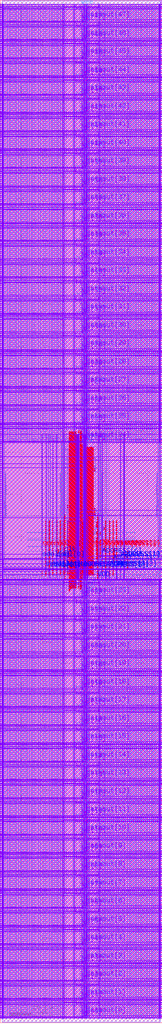
<source format=lef>
VERSION 5.8 ;
BUSBITCHARS "[]" ; 
DIVIDERCHAR "/" ; 


PROPERTYDEFINITIONS 
  MACRO CatenaDesignType STRING ; 
END PROPERTYDEFINITIONS 


MACRO srambank_64x4x48_6t122 
  CLASS BLOCK ; 
  ORIGIN 0 0 ; 
  FOREIGN srambank_64x4x48_6t122 0 0 ; 
  SIZE 38.448 BY 241.92 ; 
  SYMMETRY X Y ; 
  SITE coreSite ; 
  PIN VDD 
    DIRECTION INOUT ; 
    USE POWER ; 
    PORT 
      LAYER M4 ; 
        RECT 0.404 4.688 38.036 4.88 ; 
        RECT 0.404 9.008 38.036 9.2 ; 
        RECT 0.404 13.328 38.036 13.52 ; 
        RECT 0.404 17.648 38.036 17.84 ; 
        RECT 0.404 21.968 38.036 22.16 ; 
        RECT 0.404 26.288 38.036 26.48 ; 
        RECT 0.404 30.608 38.036 30.8 ; 
        RECT 0.404 34.928 38.036 35.12 ; 
        RECT 0.404 39.248 38.036 39.44 ; 
        RECT 0.404 43.568 38.036 43.76 ; 
        RECT 0.404 47.888 38.036 48.08 ; 
        RECT 0.404 52.208 38.036 52.4 ; 
        RECT 0.404 56.528 38.036 56.72 ; 
        RECT 0.404 60.848 38.036 61.04 ; 
        RECT 0.404 65.168 38.036 65.36 ; 
        RECT 0.404 69.488 38.036 69.68 ; 
        RECT 0.404 73.808 38.036 74 ; 
        RECT 0.404 78.128 38.036 78.32 ; 
        RECT 0.404 82.448 38.036 82.64 ; 
        RECT 0.404 86.768 38.036 86.96 ; 
        RECT 0.404 91.088 38.036 91.28 ; 
        RECT 0.404 95.408 38.036 95.6 ; 
        RECT 0.404 99.728 38.036 99.92 ; 
        RECT 0.404 104.048 38.036 104.24 ; 
        RECT 0.432 105.996 38.016 106.86 ; 
        RECT 22.44 104.876 23.492 104.972 ; 
        RECT 22.964 120.012 23.412 120.108 ; 
        RECT 15.768 118.668 22.68 119.532 ; 
        RECT 15.768 131.34 22.68 132.204 ; 
        RECT 0.404 140.876 38.036 141.068 ; 
        RECT 0.404 145.196 38.036 145.388 ; 
        RECT 0.404 149.516 38.036 149.708 ; 
        RECT 0.404 153.836 38.036 154.028 ; 
        RECT 0.404 158.156 38.036 158.348 ; 
        RECT 0.404 162.476 38.036 162.668 ; 
        RECT 0.404 166.796 38.036 166.988 ; 
        RECT 0.404 171.116 38.036 171.308 ; 
        RECT 0.404 175.436 38.036 175.628 ; 
        RECT 0.404 179.756 38.036 179.948 ; 
        RECT 0.404 184.076 38.036 184.268 ; 
        RECT 0.404 188.396 38.036 188.588 ; 
        RECT 0.404 192.716 38.036 192.908 ; 
        RECT 0.404 197.036 38.036 197.228 ; 
        RECT 0.404 201.356 38.036 201.548 ; 
        RECT 0.404 205.676 38.036 205.868 ; 
        RECT 0.404 209.996 38.036 210.188 ; 
        RECT 0.404 214.316 38.036 214.508 ; 
        RECT 0.404 218.636 38.036 218.828 ; 
        RECT 0.404 222.956 38.036 223.148 ; 
        RECT 0.404 227.276 38.036 227.468 ; 
        RECT 0.404 231.596 38.036 231.788 ; 
        RECT 0.404 235.916 38.036 236.108 ; 
        RECT 0.404 240.236 38.036 240.428 ; 
      LAYER M3 ; 
        RECT 37.908 0.866 37.98 5.506 ; 
        RECT 23.292 0.868 23.364 5.504 ; 
        RECT 17.676 1.012 18.036 5.468 ; 
        RECT 15.084 0.868 15.156 5.504 ; 
        RECT 0.468 0.866 0.54 5.506 ; 
        RECT 37.908 5.186 37.98 9.826 ; 
        RECT 23.292 5.188 23.364 9.824 ; 
        RECT 17.676 5.332 18.036 9.788 ; 
        RECT 15.084 5.188 15.156 9.824 ; 
        RECT 0.468 5.186 0.54 9.826 ; 
        RECT 37.908 9.506 37.98 14.146 ; 
        RECT 23.292 9.508 23.364 14.144 ; 
        RECT 17.676 9.652 18.036 14.108 ; 
        RECT 15.084 9.508 15.156 14.144 ; 
        RECT 0.468 9.506 0.54 14.146 ; 
        RECT 37.908 13.826 37.98 18.466 ; 
        RECT 23.292 13.828 23.364 18.464 ; 
        RECT 17.676 13.972 18.036 18.428 ; 
        RECT 15.084 13.828 15.156 18.464 ; 
        RECT 0.468 13.826 0.54 18.466 ; 
        RECT 37.908 18.146 37.98 22.786 ; 
        RECT 23.292 18.148 23.364 22.784 ; 
        RECT 17.676 18.292 18.036 22.748 ; 
        RECT 15.084 18.148 15.156 22.784 ; 
        RECT 0.468 18.146 0.54 22.786 ; 
        RECT 37.908 22.466 37.98 27.106 ; 
        RECT 23.292 22.468 23.364 27.104 ; 
        RECT 17.676 22.612 18.036 27.068 ; 
        RECT 15.084 22.468 15.156 27.104 ; 
        RECT 0.468 22.466 0.54 27.106 ; 
        RECT 37.908 26.786 37.98 31.426 ; 
        RECT 23.292 26.788 23.364 31.424 ; 
        RECT 17.676 26.932 18.036 31.388 ; 
        RECT 15.084 26.788 15.156 31.424 ; 
        RECT 0.468 26.786 0.54 31.426 ; 
        RECT 37.908 31.106 37.98 35.746 ; 
        RECT 23.292 31.108 23.364 35.744 ; 
        RECT 17.676 31.252 18.036 35.708 ; 
        RECT 15.084 31.108 15.156 35.744 ; 
        RECT 0.468 31.106 0.54 35.746 ; 
        RECT 37.908 35.426 37.98 40.066 ; 
        RECT 23.292 35.428 23.364 40.064 ; 
        RECT 17.676 35.572 18.036 40.028 ; 
        RECT 15.084 35.428 15.156 40.064 ; 
        RECT 0.468 35.426 0.54 40.066 ; 
        RECT 37.908 39.746 37.98 44.386 ; 
        RECT 23.292 39.748 23.364 44.384 ; 
        RECT 17.676 39.892 18.036 44.348 ; 
        RECT 15.084 39.748 15.156 44.384 ; 
        RECT 0.468 39.746 0.54 44.386 ; 
        RECT 37.908 44.066 37.98 48.706 ; 
        RECT 23.292 44.068 23.364 48.704 ; 
        RECT 17.676 44.212 18.036 48.668 ; 
        RECT 15.084 44.068 15.156 48.704 ; 
        RECT 0.468 44.066 0.54 48.706 ; 
        RECT 37.908 48.386 37.98 53.026 ; 
        RECT 23.292 48.388 23.364 53.024 ; 
        RECT 17.676 48.532 18.036 52.988 ; 
        RECT 15.084 48.388 15.156 53.024 ; 
        RECT 0.468 48.386 0.54 53.026 ; 
        RECT 37.908 52.706 37.98 57.346 ; 
        RECT 23.292 52.708 23.364 57.344 ; 
        RECT 17.676 52.852 18.036 57.308 ; 
        RECT 15.084 52.708 15.156 57.344 ; 
        RECT 0.468 52.706 0.54 57.346 ; 
        RECT 37.908 57.026 37.98 61.666 ; 
        RECT 23.292 57.028 23.364 61.664 ; 
        RECT 17.676 57.172 18.036 61.628 ; 
        RECT 15.084 57.028 15.156 61.664 ; 
        RECT 0.468 57.026 0.54 61.666 ; 
        RECT 37.908 61.346 37.98 65.986 ; 
        RECT 23.292 61.348 23.364 65.984 ; 
        RECT 17.676 61.492 18.036 65.948 ; 
        RECT 15.084 61.348 15.156 65.984 ; 
        RECT 0.468 61.346 0.54 65.986 ; 
        RECT 37.908 65.666 37.98 70.306 ; 
        RECT 23.292 65.668 23.364 70.304 ; 
        RECT 17.676 65.812 18.036 70.268 ; 
        RECT 15.084 65.668 15.156 70.304 ; 
        RECT 0.468 65.666 0.54 70.306 ; 
        RECT 37.908 69.986 37.98 74.626 ; 
        RECT 23.292 69.988 23.364 74.624 ; 
        RECT 17.676 70.132 18.036 74.588 ; 
        RECT 15.084 69.988 15.156 74.624 ; 
        RECT 0.468 69.986 0.54 74.626 ; 
        RECT 37.908 74.306 37.98 78.946 ; 
        RECT 23.292 74.308 23.364 78.944 ; 
        RECT 17.676 74.452 18.036 78.908 ; 
        RECT 15.084 74.308 15.156 78.944 ; 
        RECT 0.468 74.306 0.54 78.946 ; 
        RECT 37.908 78.626 37.98 83.266 ; 
        RECT 23.292 78.628 23.364 83.264 ; 
        RECT 17.676 78.772 18.036 83.228 ; 
        RECT 15.084 78.628 15.156 83.264 ; 
        RECT 0.468 78.626 0.54 83.266 ; 
        RECT 37.908 82.946 37.98 87.586 ; 
        RECT 23.292 82.948 23.364 87.584 ; 
        RECT 17.676 83.092 18.036 87.548 ; 
        RECT 15.084 82.948 15.156 87.584 ; 
        RECT 0.468 82.946 0.54 87.586 ; 
        RECT 37.908 87.266 37.98 91.906 ; 
        RECT 23.292 87.268 23.364 91.904 ; 
        RECT 17.676 87.412 18.036 91.868 ; 
        RECT 15.084 87.268 15.156 91.904 ; 
        RECT 0.468 87.266 0.54 91.906 ; 
        RECT 37.908 91.586 37.98 96.226 ; 
        RECT 23.292 91.588 23.364 96.224 ; 
        RECT 17.676 91.732 18.036 96.188 ; 
        RECT 15.084 91.588 15.156 96.224 ; 
        RECT 0.468 91.586 0.54 96.226 ; 
        RECT 37.908 95.906 37.98 100.546 ; 
        RECT 23.292 95.908 23.364 100.544 ; 
        RECT 17.676 96.052 18.036 100.508 ; 
        RECT 15.084 95.908 15.156 100.544 ; 
        RECT 0.468 95.906 0.54 100.546 ; 
        RECT 37.908 100.226 37.98 104.866 ; 
        RECT 23.292 100.228 23.364 104.864 ; 
        RECT 17.676 100.372 18.036 104.828 ; 
        RECT 15.084 100.228 15.156 104.864 ; 
        RECT 0.468 100.226 0.54 104.866 ; 
        RECT 37.908 104.546 37.98 137.374 ; 
        RECT 23.292 104.864 23.364 105.23 ; 
        RECT 23.292 119.824 23.364 137.264 ; 
        RECT 17.82 105.84 18.756 136.172 ; 
        RECT 17.676 135.828 18.036 137.968 ; 
        RECT 17.676 104.72 18.036 106.86 ; 
        RECT 0.468 104.546 0.54 137.374 ; 
        RECT 37.908 137.054 37.98 141.694 ; 
        RECT 23.292 137.056 23.364 141.692 ; 
        RECT 17.676 137.2 18.036 141.656 ; 
        RECT 15.084 137.056 15.156 141.692 ; 
        RECT 0.468 137.054 0.54 141.694 ; 
        RECT 37.908 141.374 37.98 146.014 ; 
        RECT 23.292 141.376 23.364 146.012 ; 
        RECT 17.676 141.52 18.036 145.976 ; 
        RECT 15.084 141.376 15.156 146.012 ; 
        RECT 0.468 141.374 0.54 146.014 ; 
        RECT 37.908 145.694 37.98 150.334 ; 
        RECT 23.292 145.696 23.364 150.332 ; 
        RECT 17.676 145.84 18.036 150.296 ; 
        RECT 15.084 145.696 15.156 150.332 ; 
        RECT 0.468 145.694 0.54 150.334 ; 
        RECT 37.908 150.014 37.98 154.654 ; 
        RECT 23.292 150.016 23.364 154.652 ; 
        RECT 17.676 150.16 18.036 154.616 ; 
        RECT 15.084 150.016 15.156 154.652 ; 
        RECT 0.468 150.014 0.54 154.654 ; 
        RECT 37.908 154.334 37.98 158.974 ; 
        RECT 23.292 154.336 23.364 158.972 ; 
        RECT 17.676 154.48 18.036 158.936 ; 
        RECT 15.084 154.336 15.156 158.972 ; 
        RECT 0.468 154.334 0.54 158.974 ; 
        RECT 37.908 158.654 37.98 163.294 ; 
        RECT 23.292 158.656 23.364 163.292 ; 
        RECT 17.676 158.8 18.036 163.256 ; 
        RECT 15.084 158.656 15.156 163.292 ; 
        RECT 0.468 158.654 0.54 163.294 ; 
        RECT 37.908 162.974 37.98 167.614 ; 
        RECT 23.292 162.976 23.364 167.612 ; 
        RECT 17.676 163.12 18.036 167.576 ; 
        RECT 15.084 162.976 15.156 167.612 ; 
        RECT 0.468 162.974 0.54 167.614 ; 
        RECT 37.908 167.294 37.98 171.934 ; 
        RECT 23.292 167.296 23.364 171.932 ; 
        RECT 17.676 167.44 18.036 171.896 ; 
        RECT 15.084 167.296 15.156 171.932 ; 
        RECT 0.468 167.294 0.54 171.934 ; 
        RECT 37.908 171.614 37.98 176.254 ; 
        RECT 23.292 171.616 23.364 176.252 ; 
        RECT 17.676 171.76 18.036 176.216 ; 
        RECT 15.084 171.616 15.156 176.252 ; 
        RECT 0.468 171.614 0.54 176.254 ; 
        RECT 37.908 175.934 37.98 180.574 ; 
        RECT 23.292 175.936 23.364 180.572 ; 
        RECT 17.676 176.08 18.036 180.536 ; 
        RECT 15.084 175.936 15.156 180.572 ; 
        RECT 0.468 175.934 0.54 180.574 ; 
        RECT 37.908 180.254 37.98 184.894 ; 
        RECT 23.292 180.256 23.364 184.892 ; 
        RECT 17.676 180.4 18.036 184.856 ; 
        RECT 15.084 180.256 15.156 184.892 ; 
        RECT 0.468 180.254 0.54 184.894 ; 
        RECT 37.908 184.574 37.98 189.214 ; 
        RECT 23.292 184.576 23.364 189.212 ; 
        RECT 17.676 184.72 18.036 189.176 ; 
        RECT 15.084 184.576 15.156 189.212 ; 
        RECT 0.468 184.574 0.54 189.214 ; 
        RECT 37.908 188.894 37.98 193.534 ; 
        RECT 23.292 188.896 23.364 193.532 ; 
        RECT 17.676 189.04 18.036 193.496 ; 
        RECT 15.084 188.896 15.156 193.532 ; 
        RECT 0.468 188.894 0.54 193.534 ; 
        RECT 37.908 193.214 37.98 197.854 ; 
        RECT 23.292 193.216 23.364 197.852 ; 
        RECT 17.676 193.36 18.036 197.816 ; 
        RECT 15.084 193.216 15.156 197.852 ; 
        RECT 0.468 193.214 0.54 197.854 ; 
        RECT 37.908 197.534 37.98 202.174 ; 
        RECT 23.292 197.536 23.364 202.172 ; 
        RECT 17.676 197.68 18.036 202.136 ; 
        RECT 15.084 197.536 15.156 202.172 ; 
        RECT 0.468 197.534 0.54 202.174 ; 
        RECT 37.908 201.854 37.98 206.494 ; 
        RECT 23.292 201.856 23.364 206.492 ; 
        RECT 17.676 202 18.036 206.456 ; 
        RECT 15.084 201.856 15.156 206.492 ; 
        RECT 0.468 201.854 0.54 206.494 ; 
        RECT 37.908 206.174 37.98 210.814 ; 
        RECT 23.292 206.176 23.364 210.812 ; 
        RECT 17.676 206.32 18.036 210.776 ; 
        RECT 15.084 206.176 15.156 210.812 ; 
        RECT 0.468 206.174 0.54 210.814 ; 
        RECT 37.908 210.494 37.98 215.134 ; 
        RECT 23.292 210.496 23.364 215.132 ; 
        RECT 17.676 210.64 18.036 215.096 ; 
        RECT 15.084 210.496 15.156 215.132 ; 
        RECT 0.468 210.494 0.54 215.134 ; 
        RECT 37.908 214.814 37.98 219.454 ; 
        RECT 23.292 214.816 23.364 219.452 ; 
        RECT 17.676 214.96 18.036 219.416 ; 
        RECT 15.084 214.816 15.156 219.452 ; 
        RECT 0.468 214.814 0.54 219.454 ; 
        RECT 37.908 219.134 37.98 223.774 ; 
        RECT 23.292 219.136 23.364 223.772 ; 
        RECT 17.676 219.28 18.036 223.736 ; 
        RECT 15.084 219.136 15.156 223.772 ; 
        RECT 0.468 219.134 0.54 223.774 ; 
        RECT 37.908 223.454 37.98 228.094 ; 
        RECT 23.292 223.456 23.364 228.092 ; 
        RECT 17.676 223.6 18.036 228.056 ; 
        RECT 15.084 223.456 15.156 228.092 ; 
        RECT 0.468 223.454 0.54 228.094 ; 
        RECT 37.908 227.774 37.98 232.414 ; 
        RECT 23.292 227.776 23.364 232.412 ; 
        RECT 17.676 227.92 18.036 232.376 ; 
        RECT 15.084 227.776 15.156 232.412 ; 
        RECT 0.468 227.774 0.54 232.414 ; 
        RECT 37.908 232.094 37.98 236.734 ; 
        RECT 23.292 232.096 23.364 236.732 ; 
        RECT 17.676 232.24 18.036 236.696 ; 
        RECT 15.084 232.096 15.156 236.732 ; 
        RECT 0.468 232.094 0.54 236.734 ; 
        RECT 37.908 236.414 37.98 241.054 ; 
        RECT 23.292 236.416 23.364 241.052 ; 
        RECT 17.676 236.56 18.036 241.016 ; 
        RECT 15.084 236.416 15.156 241.052 ; 
        RECT 0.468 236.414 0.54 241.054 ; 
      LAYER V3 ; 
        RECT 0.468 4.688 0.54 4.88 ; 
        RECT 15.084 4.688 15.156 4.88 ; 
        RECT 17.676 4.688 18.036 4.88 ; 
        RECT 23.292 4.688 23.364 4.88 ; 
        RECT 37.908 4.688 37.98 4.88 ; 
        RECT 0.468 9.008 0.54 9.2 ; 
        RECT 15.084 9.008 15.156 9.2 ; 
        RECT 17.676 9.008 18.036 9.2 ; 
        RECT 23.292 9.008 23.364 9.2 ; 
        RECT 37.908 9.008 37.98 9.2 ; 
        RECT 0.468 13.328 0.54 13.52 ; 
        RECT 15.084 13.328 15.156 13.52 ; 
        RECT 17.676 13.328 18.036 13.52 ; 
        RECT 23.292 13.328 23.364 13.52 ; 
        RECT 37.908 13.328 37.98 13.52 ; 
        RECT 0.468 17.648 0.54 17.84 ; 
        RECT 15.084 17.648 15.156 17.84 ; 
        RECT 17.676 17.648 18.036 17.84 ; 
        RECT 23.292 17.648 23.364 17.84 ; 
        RECT 37.908 17.648 37.98 17.84 ; 
        RECT 0.468 21.968 0.54 22.16 ; 
        RECT 15.084 21.968 15.156 22.16 ; 
        RECT 17.676 21.968 18.036 22.16 ; 
        RECT 23.292 21.968 23.364 22.16 ; 
        RECT 37.908 21.968 37.98 22.16 ; 
        RECT 0.468 26.288 0.54 26.48 ; 
        RECT 15.084 26.288 15.156 26.48 ; 
        RECT 17.676 26.288 18.036 26.48 ; 
        RECT 23.292 26.288 23.364 26.48 ; 
        RECT 37.908 26.288 37.98 26.48 ; 
        RECT 0.468 30.608 0.54 30.8 ; 
        RECT 15.084 30.608 15.156 30.8 ; 
        RECT 17.676 30.608 18.036 30.8 ; 
        RECT 23.292 30.608 23.364 30.8 ; 
        RECT 37.908 30.608 37.98 30.8 ; 
        RECT 0.468 34.928 0.54 35.12 ; 
        RECT 15.084 34.928 15.156 35.12 ; 
        RECT 17.676 34.928 18.036 35.12 ; 
        RECT 23.292 34.928 23.364 35.12 ; 
        RECT 37.908 34.928 37.98 35.12 ; 
        RECT 0.468 39.248 0.54 39.44 ; 
        RECT 15.084 39.248 15.156 39.44 ; 
        RECT 17.676 39.248 18.036 39.44 ; 
        RECT 23.292 39.248 23.364 39.44 ; 
        RECT 37.908 39.248 37.98 39.44 ; 
        RECT 0.468 43.568 0.54 43.76 ; 
        RECT 15.084 43.568 15.156 43.76 ; 
        RECT 17.676 43.568 18.036 43.76 ; 
        RECT 23.292 43.568 23.364 43.76 ; 
        RECT 37.908 43.568 37.98 43.76 ; 
        RECT 0.468 47.888 0.54 48.08 ; 
        RECT 15.084 47.888 15.156 48.08 ; 
        RECT 17.676 47.888 18.036 48.08 ; 
        RECT 23.292 47.888 23.364 48.08 ; 
        RECT 37.908 47.888 37.98 48.08 ; 
        RECT 0.468 52.208 0.54 52.4 ; 
        RECT 15.084 52.208 15.156 52.4 ; 
        RECT 17.676 52.208 18.036 52.4 ; 
        RECT 23.292 52.208 23.364 52.4 ; 
        RECT 37.908 52.208 37.98 52.4 ; 
        RECT 0.468 56.528 0.54 56.72 ; 
        RECT 15.084 56.528 15.156 56.72 ; 
        RECT 17.676 56.528 18.036 56.72 ; 
        RECT 23.292 56.528 23.364 56.72 ; 
        RECT 37.908 56.528 37.98 56.72 ; 
        RECT 0.468 60.848 0.54 61.04 ; 
        RECT 15.084 60.848 15.156 61.04 ; 
        RECT 17.676 60.848 18.036 61.04 ; 
        RECT 23.292 60.848 23.364 61.04 ; 
        RECT 37.908 60.848 37.98 61.04 ; 
        RECT 0.468 65.168 0.54 65.36 ; 
        RECT 15.084 65.168 15.156 65.36 ; 
        RECT 17.676 65.168 18.036 65.36 ; 
        RECT 23.292 65.168 23.364 65.36 ; 
        RECT 37.908 65.168 37.98 65.36 ; 
        RECT 0.468 69.488 0.54 69.68 ; 
        RECT 15.084 69.488 15.156 69.68 ; 
        RECT 17.676 69.488 18.036 69.68 ; 
        RECT 23.292 69.488 23.364 69.68 ; 
        RECT 37.908 69.488 37.98 69.68 ; 
        RECT 0.468 73.808 0.54 74 ; 
        RECT 15.084 73.808 15.156 74 ; 
        RECT 17.676 73.808 18.036 74 ; 
        RECT 23.292 73.808 23.364 74 ; 
        RECT 37.908 73.808 37.98 74 ; 
        RECT 0.468 78.128 0.54 78.32 ; 
        RECT 15.084 78.128 15.156 78.32 ; 
        RECT 17.676 78.128 18.036 78.32 ; 
        RECT 23.292 78.128 23.364 78.32 ; 
        RECT 37.908 78.128 37.98 78.32 ; 
        RECT 0.468 82.448 0.54 82.64 ; 
        RECT 15.084 82.448 15.156 82.64 ; 
        RECT 17.676 82.448 18.036 82.64 ; 
        RECT 23.292 82.448 23.364 82.64 ; 
        RECT 37.908 82.448 37.98 82.64 ; 
        RECT 0.468 86.768 0.54 86.96 ; 
        RECT 15.084 86.768 15.156 86.96 ; 
        RECT 17.676 86.768 18.036 86.96 ; 
        RECT 23.292 86.768 23.364 86.96 ; 
        RECT 37.908 86.768 37.98 86.96 ; 
        RECT 0.468 91.088 0.54 91.28 ; 
        RECT 15.084 91.088 15.156 91.28 ; 
        RECT 17.676 91.088 18.036 91.28 ; 
        RECT 23.292 91.088 23.364 91.28 ; 
        RECT 37.908 91.088 37.98 91.28 ; 
        RECT 0.468 95.408 0.54 95.6 ; 
        RECT 15.084 95.408 15.156 95.6 ; 
        RECT 17.676 95.408 18.036 95.6 ; 
        RECT 23.292 95.408 23.364 95.6 ; 
        RECT 37.908 95.408 37.98 95.6 ; 
        RECT 0.468 99.728 0.54 99.92 ; 
        RECT 15.084 99.728 15.156 99.92 ; 
        RECT 17.676 99.728 18.036 99.92 ; 
        RECT 23.292 99.728 23.364 99.92 ; 
        RECT 37.908 99.728 37.98 99.92 ; 
        RECT 0.468 104.048 0.54 104.24 ; 
        RECT 15.084 104.048 15.156 104.24 ; 
        RECT 17.676 104.048 18.036 104.24 ; 
        RECT 23.292 104.048 23.364 104.24 ; 
        RECT 37.908 104.048 37.98 104.24 ; 
        RECT 0.468 105.996 0.54 106.86 ; 
        RECT 17.836 131.34 17.908 132.204 ; 
        RECT 17.836 118.668 17.908 119.532 ; 
        RECT 17.836 105.996 17.908 106.86 ; 
        RECT 18.044 131.34 18.116 132.204 ; 
        RECT 18.044 118.668 18.116 119.532 ; 
        RECT 18.044 105.996 18.116 106.86 ; 
        RECT 18.252 131.34 18.324 132.204 ; 
        RECT 18.252 118.668 18.324 119.532 ; 
        RECT 18.252 105.996 18.324 106.86 ; 
        RECT 18.46 131.34 18.532 132.204 ; 
        RECT 18.46 118.668 18.532 119.532 ; 
        RECT 18.46 105.996 18.532 106.86 ; 
        RECT 18.668 131.34 18.74 132.204 ; 
        RECT 18.668 118.668 18.74 119.532 ; 
        RECT 18.668 105.996 18.74 106.86 ; 
        RECT 23.292 120.012 23.364 120.108 ; 
        RECT 23.292 104.876 23.364 104.972 ; 
        RECT 0.468 140.876 0.54 141.068 ; 
        RECT 15.084 140.876 15.156 141.068 ; 
        RECT 17.676 140.876 18.036 141.068 ; 
        RECT 23.292 140.876 23.364 141.068 ; 
        RECT 37.908 140.876 37.98 141.068 ; 
        RECT 0.468 145.196 0.54 145.388 ; 
        RECT 15.084 145.196 15.156 145.388 ; 
        RECT 17.676 145.196 18.036 145.388 ; 
        RECT 23.292 145.196 23.364 145.388 ; 
        RECT 37.908 145.196 37.98 145.388 ; 
        RECT 0.468 149.516 0.54 149.708 ; 
        RECT 15.084 149.516 15.156 149.708 ; 
        RECT 17.676 149.516 18.036 149.708 ; 
        RECT 23.292 149.516 23.364 149.708 ; 
        RECT 37.908 149.516 37.98 149.708 ; 
        RECT 0.468 153.836 0.54 154.028 ; 
        RECT 15.084 153.836 15.156 154.028 ; 
        RECT 17.676 153.836 18.036 154.028 ; 
        RECT 23.292 153.836 23.364 154.028 ; 
        RECT 37.908 153.836 37.98 154.028 ; 
        RECT 0.468 158.156 0.54 158.348 ; 
        RECT 15.084 158.156 15.156 158.348 ; 
        RECT 17.676 158.156 18.036 158.348 ; 
        RECT 23.292 158.156 23.364 158.348 ; 
        RECT 37.908 158.156 37.98 158.348 ; 
        RECT 0.468 162.476 0.54 162.668 ; 
        RECT 15.084 162.476 15.156 162.668 ; 
        RECT 17.676 162.476 18.036 162.668 ; 
        RECT 23.292 162.476 23.364 162.668 ; 
        RECT 37.908 162.476 37.98 162.668 ; 
        RECT 0.468 166.796 0.54 166.988 ; 
        RECT 15.084 166.796 15.156 166.988 ; 
        RECT 17.676 166.796 18.036 166.988 ; 
        RECT 23.292 166.796 23.364 166.988 ; 
        RECT 37.908 166.796 37.98 166.988 ; 
        RECT 0.468 171.116 0.54 171.308 ; 
        RECT 15.084 171.116 15.156 171.308 ; 
        RECT 17.676 171.116 18.036 171.308 ; 
        RECT 23.292 171.116 23.364 171.308 ; 
        RECT 37.908 171.116 37.98 171.308 ; 
        RECT 0.468 175.436 0.54 175.628 ; 
        RECT 15.084 175.436 15.156 175.628 ; 
        RECT 17.676 175.436 18.036 175.628 ; 
        RECT 23.292 175.436 23.364 175.628 ; 
        RECT 37.908 175.436 37.98 175.628 ; 
        RECT 0.468 179.756 0.54 179.948 ; 
        RECT 15.084 179.756 15.156 179.948 ; 
        RECT 17.676 179.756 18.036 179.948 ; 
        RECT 23.292 179.756 23.364 179.948 ; 
        RECT 37.908 179.756 37.98 179.948 ; 
        RECT 0.468 184.076 0.54 184.268 ; 
        RECT 15.084 184.076 15.156 184.268 ; 
        RECT 17.676 184.076 18.036 184.268 ; 
        RECT 23.292 184.076 23.364 184.268 ; 
        RECT 37.908 184.076 37.98 184.268 ; 
        RECT 0.468 188.396 0.54 188.588 ; 
        RECT 15.084 188.396 15.156 188.588 ; 
        RECT 17.676 188.396 18.036 188.588 ; 
        RECT 23.292 188.396 23.364 188.588 ; 
        RECT 37.908 188.396 37.98 188.588 ; 
        RECT 0.468 192.716 0.54 192.908 ; 
        RECT 15.084 192.716 15.156 192.908 ; 
        RECT 17.676 192.716 18.036 192.908 ; 
        RECT 23.292 192.716 23.364 192.908 ; 
        RECT 37.908 192.716 37.98 192.908 ; 
        RECT 0.468 197.036 0.54 197.228 ; 
        RECT 15.084 197.036 15.156 197.228 ; 
        RECT 17.676 197.036 18.036 197.228 ; 
        RECT 23.292 197.036 23.364 197.228 ; 
        RECT 37.908 197.036 37.98 197.228 ; 
        RECT 0.468 201.356 0.54 201.548 ; 
        RECT 15.084 201.356 15.156 201.548 ; 
        RECT 17.676 201.356 18.036 201.548 ; 
        RECT 23.292 201.356 23.364 201.548 ; 
        RECT 37.908 201.356 37.98 201.548 ; 
        RECT 0.468 205.676 0.54 205.868 ; 
        RECT 15.084 205.676 15.156 205.868 ; 
        RECT 17.676 205.676 18.036 205.868 ; 
        RECT 23.292 205.676 23.364 205.868 ; 
        RECT 37.908 205.676 37.98 205.868 ; 
        RECT 0.468 209.996 0.54 210.188 ; 
        RECT 15.084 209.996 15.156 210.188 ; 
        RECT 17.676 209.996 18.036 210.188 ; 
        RECT 23.292 209.996 23.364 210.188 ; 
        RECT 37.908 209.996 37.98 210.188 ; 
        RECT 0.468 214.316 0.54 214.508 ; 
        RECT 15.084 214.316 15.156 214.508 ; 
        RECT 17.676 214.316 18.036 214.508 ; 
        RECT 23.292 214.316 23.364 214.508 ; 
        RECT 37.908 214.316 37.98 214.508 ; 
        RECT 0.468 218.636 0.54 218.828 ; 
        RECT 15.084 218.636 15.156 218.828 ; 
        RECT 17.676 218.636 18.036 218.828 ; 
        RECT 23.292 218.636 23.364 218.828 ; 
        RECT 37.908 218.636 37.98 218.828 ; 
        RECT 0.468 222.956 0.54 223.148 ; 
        RECT 15.084 222.956 15.156 223.148 ; 
        RECT 17.676 222.956 18.036 223.148 ; 
        RECT 23.292 222.956 23.364 223.148 ; 
        RECT 37.908 222.956 37.98 223.148 ; 
        RECT 0.468 227.276 0.54 227.468 ; 
        RECT 15.084 227.276 15.156 227.468 ; 
        RECT 17.676 227.276 18.036 227.468 ; 
        RECT 23.292 227.276 23.364 227.468 ; 
        RECT 37.908 227.276 37.98 227.468 ; 
        RECT 0.468 231.596 0.54 231.788 ; 
        RECT 15.084 231.596 15.156 231.788 ; 
        RECT 17.676 231.596 18.036 231.788 ; 
        RECT 23.292 231.596 23.364 231.788 ; 
        RECT 37.908 231.596 37.98 231.788 ; 
        RECT 0.468 235.916 0.54 236.108 ; 
        RECT 15.084 235.916 15.156 236.108 ; 
        RECT 17.676 235.916 18.036 236.108 ; 
        RECT 23.292 235.916 23.364 236.108 ; 
        RECT 37.908 235.916 37.98 236.108 ; 
        RECT 0.468 240.236 0.54 240.428 ; 
        RECT 15.084 240.236 15.156 240.428 ; 
        RECT 17.676 240.236 18.036 240.428 ; 
        RECT 23.292 240.236 23.364 240.428 ; 
        RECT 37.908 240.236 37.98 240.428 ; 
      LAYER M5 ; 
        RECT 23.036 104.804 23.132 120.18 ; 
      LAYER V4 ; 
        RECT 23.036 120.012 23.132 120.108 ; 
        RECT 23.036 104.876 23.132 104.972 ; 
    END 
  END VDD 
  PIN VSS 
    DIRECTION INOUT ; 
    USE POWER ; 
    PORT 
      LAYER M4 ; 
        RECT 0.404 4.304 38.016 4.496 ; 
        RECT 0.404 8.624 38.016 8.816 ; 
        RECT 0.404 12.944 38.016 13.136 ; 
        RECT 0.404 17.264 38.016 17.456 ; 
        RECT 0.404 21.584 38.016 21.776 ; 
        RECT 0.404 25.904 38.016 26.096 ; 
        RECT 0.404 30.224 38.016 30.416 ; 
        RECT 0.404 34.544 38.016 34.736 ; 
        RECT 0.404 38.864 38.016 39.056 ; 
        RECT 0.404 43.184 38.016 43.376 ; 
        RECT 0.404 47.504 38.016 47.696 ; 
        RECT 0.404 51.824 38.016 52.016 ; 
        RECT 0.404 56.144 38.016 56.336 ; 
        RECT 0.404 60.464 38.016 60.656 ; 
        RECT 0.404 64.784 38.016 64.976 ; 
        RECT 0.404 69.104 38.016 69.296 ; 
        RECT 0.404 73.424 38.016 73.616 ; 
        RECT 0.404 77.744 38.016 77.936 ; 
        RECT 0.404 82.064 38.016 82.256 ; 
        RECT 0.404 86.384 38.016 86.576 ; 
        RECT 0.404 90.704 38.016 90.896 ; 
        RECT 0.404 95.024 38.016 95.216 ; 
        RECT 0.404 99.344 38.016 99.536 ; 
        RECT 0.404 103.664 38.016 103.856 ; 
        RECT 0.432 107.724 38.016 108.588 ; 
        RECT 15.768 120.396 22.68 121.26 ; 
        RECT 15.768 133.068 22.68 133.932 ; 
        RECT 0.404 140.492 38.016 140.684 ; 
        RECT 0.404 144.812 38.016 145.004 ; 
        RECT 0.404 149.132 38.016 149.324 ; 
        RECT 0.404 153.452 38.016 153.644 ; 
        RECT 0.404 157.772 38.016 157.964 ; 
        RECT 0.404 162.092 38.016 162.284 ; 
        RECT 0.404 166.412 38.016 166.604 ; 
        RECT 0.404 170.732 38.016 170.924 ; 
        RECT 0.404 175.052 38.016 175.244 ; 
        RECT 0.404 179.372 38.016 179.564 ; 
        RECT 0.404 183.692 38.016 183.884 ; 
        RECT 0.404 188.012 38.016 188.204 ; 
        RECT 0.404 192.332 38.016 192.524 ; 
        RECT 0.404 196.652 38.016 196.844 ; 
        RECT 0.404 200.972 38.016 201.164 ; 
        RECT 0.404 205.292 38.016 205.484 ; 
        RECT 0.404 209.612 38.016 209.804 ; 
        RECT 0.404 213.932 38.016 214.124 ; 
        RECT 0.404 218.252 38.016 218.444 ; 
        RECT 0.404 222.572 38.016 222.764 ; 
        RECT 0.404 226.892 38.016 227.084 ; 
        RECT 0.404 231.212 38.016 231.404 ; 
        RECT 0.404 235.532 38.016 235.724 ; 
        RECT 0.404 239.852 38.016 240.044 ; 
      LAYER M3 ; 
        RECT 37.764 0.866 37.836 5.506 ; 
        RECT 23.508 0.866 23.58 5.506 ; 
        RECT 20.448 1.012 20.592 5.468 ; 
        RECT 19.836 1.012 19.944 5.468 ; 
        RECT 14.868 0.866 14.94 5.506 ; 
        RECT 0.612 0.866 0.684 5.506 ; 
        RECT 37.764 5.186 37.836 9.826 ; 
        RECT 23.508 5.186 23.58 9.826 ; 
        RECT 20.448 5.332 20.592 9.788 ; 
        RECT 19.836 5.332 19.944 9.788 ; 
        RECT 14.868 5.186 14.94 9.826 ; 
        RECT 0.612 5.186 0.684 9.826 ; 
        RECT 37.764 9.506 37.836 14.146 ; 
        RECT 23.508 9.506 23.58 14.146 ; 
        RECT 20.448 9.652 20.592 14.108 ; 
        RECT 19.836 9.652 19.944 14.108 ; 
        RECT 14.868 9.506 14.94 14.146 ; 
        RECT 0.612 9.506 0.684 14.146 ; 
        RECT 37.764 13.826 37.836 18.466 ; 
        RECT 23.508 13.826 23.58 18.466 ; 
        RECT 20.448 13.972 20.592 18.428 ; 
        RECT 19.836 13.972 19.944 18.428 ; 
        RECT 14.868 13.826 14.94 18.466 ; 
        RECT 0.612 13.826 0.684 18.466 ; 
        RECT 37.764 18.146 37.836 22.786 ; 
        RECT 23.508 18.146 23.58 22.786 ; 
        RECT 20.448 18.292 20.592 22.748 ; 
        RECT 19.836 18.292 19.944 22.748 ; 
        RECT 14.868 18.146 14.94 22.786 ; 
        RECT 0.612 18.146 0.684 22.786 ; 
        RECT 37.764 22.466 37.836 27.106 ; 
        RECT 23.508 22.466 23.58 27.106 ; 
        RECT 20.448 22.612 20.592 27.068 ; 
        RECT 19.836 22.612 19.944 27.068 ; 
        RECT 14.868 22.466 14.94 27.106 ; 
        RECT 0.612 22.466 0.684 27.106 ; 
        RECT 37.764 26.786 37.836 31.426 ; 
        RECT 23.508 26.786 23.58 31.426 ; 
        RECT 20.448 26.932 20.592 31.388 ; 
        RECT 19.836 26.932 19.944 31.388 ; 
        RECT 14.868 26.786 14.94 31.426 ; 
        RECT 0.612 26.786 0.684 31.426 ; 
        RECT 37.764 31.106 37.836 35.746 ; 
        RECT 23.508 31.106 23.58 35.746 ; 
        RECT 20.448 31.252 20.592 35.708 ; 
        RECT 19.836 31.252 19.944 35.708 ; 
        RECT 14.868 31.106 14.94 35.746 ; 
        RECT 0.612 31.106 0.684 35.746 ; 
        RECT 37.764 35.426 37.836 40.066 ; 
        RECT 23.508 35.426 23.58 40.066 ; 
        RECT 20.448 35.572 20.592 40.028 ; 
        RECT 19.836 35.572 19.944 40.028 ; 
        RECT 14.868 35.426 14.94 40.066 ; 
        RECT 0.612 35.426 0.684 40.066 ; 
        RECT 37.764 39.746 37.836 44.386 ; 
        RECT 23.508 39.746 23.58 44.386 ; 
        RECT 20.448 39.892 20.592 44.348 ; 
        RECT 19.836 39.892 19.944 44.348 ; 
        RECT 14.868 39.746 14.94 44.386 ; 
        RECT 0.612 39.746 0.684 44.386 ; 
        RECT 37.764 44.066 37.836 48.706 ; 
        RECT 23.508 44.066 23.58 48.706 ; 
        RECT 20.448 44.212 20.592 48.668 ; 
        RECT 19.836 44.212 19.944 48.668 ; 
        RECT 14.868 44.066 14.94 48.706 ; 
        RECT 0.612 44.066 0.684 48.706 ; 
        RECT 37.764 48.386 37.836 53.026 ; 
        RECT 23.508 48.386 23.58 53.026 ; 
        RECT 20.448 48.532 20.592 52.988 ; 
        RECT 19.836 48.532 19.944 52.988 ; 
        RECT 14.868 48.386 14.94 53.026 ; 
        RECT 0.612 48.386 0.684 53.026 ; 
        RECT 37.764 52.706 37.836 57.346 ; 
        RECT 23.508 52.706 23.58 57.346 ; 
        RECT 20.448 52.852 20.592 57.308 ; 
        RECT 19.836 52.852 19.944 57.308 ; 
        RECT 14.868 52.706 14.94 57.346 ; 
        RECT 0.612 52.706 0.684 57.346 ; 
        RECT 37.764 57.026 37.836 61.666 ; 
        RECT 23.508 57.026 23.58 61.666 ; 
        RECT 20.448 57.172 20.592 61.628 ; 
        RECT 19.836 57.172 19.944 61.628 ; 
        RECT 14.868 57.026 14.94 61.666 ; 
        RECT 0.612 57.026 0.684 61.666 ; 
        RECT 37.764 61.346 37.836 65.986 ; 
        RECT 23.508 61.346 23.58 65.986 ; 
        RECT 20.448 61.492 20.592 65.948 ; 
        RECT 19.836 61.492 19.944 65.948 ; 
        RECT 14.868 61.346 14.94 65.986 ; 
        RECT 0.612 61.346 0.684 65.986 ; 
        RECT 37.764 65.666 37.836 70.306 ; 
        RECT 23.508 65.666 23.58 70.306 ; 
        RECT 20.448 65.812 20.592 70.268 ; 
        RECT 19.836 65.812 19.944 70.268 ; 
        RECT 14.868 65.666 14.94 70.306 ; 
        RECT 0.612 65.666 0.684 70.306 ; 
        RECT 37.764 69.986 37.836 74.626 ; 
        RECT 23.508 69.986 23.58 74.626 ; 
        RECT 20.448 70.132 20.592 74.588 ; 
        RECT 19.836 70.132 19.944 74.588 ; 
        RECT 14.868 69.986 14.94 74.626 ; 
        RECT 0.612 69.986 0.684 74.626 ; 
        RECT 37.764 74.306 37.836 78.946 ; 
        RECT 23.508 74.306 23.58 78.946 ; 
        RECT 20.448 74.452 20.592 78.908 ; 
        RECT 19.836 74.452 19.944 78.908 ; 
        RECT 14.868 74.306 14.94 78.946 ; 
        RECT 0.612 74.306 0.684 78.946 ; 
        RECT 37.764 78.626 37.836 83.266 ; 
        RECT 23.508 78.626 23.58 83.266 ; 
        RECT 20.448 78.772 20.592 83.228 ; 
        RECT 19.836 78.772 19.944 83.228 ; 
        RECT 14.868 78.626 14.94 83.266 ; 
        RECT 0.612 78.626 0.684 83.266 ; 
        RECT 37.764 82.946 37.836 87.586 ; 
        RECT 23.508 82.946 23.58 87.586 ; 
        RECT 20.448 83.092 20.592 87.548 ; 
        RECT 19.836 83.092 19.944 87.548 ; 
        RECT 14.868 82.946 14.94 87.586 ; 
        RECT 0.612 82.946 0.684 87.586 ; 
        RECT 37.764 87.266 37.836 91.906 ; 
        RECT 23.508 87.266 23.58 91.906 ; 
        RECT 20.448 87.412 20.592 91.868 ; 
        RECT 19.836 87.412 19.944 91.868 ; 
        RECT 14.868 87.266 14.94 91.906 ; 
        RECT 0.612 87.266 0.684 91.906 ; 
        RECT 37.764 91.586 37.836 96.226 ; 
        RECT 23.508 91.586 23.58 96.226 ; 
        RECT 20.448 91.732 20.592 96.188 ; 
        RECT 19.836 91.732 19.944 96.188 ; 
        RECT 14.868 91.586 14.94 96.226 ; 
        RECT 0.612 91.586 0.684 96.226 ; 
        RECT 37.764 95.906 37.836 100.546 ; 
        RECT 23.508 95.906 23.58 100.546 ; 
        RECT 20.448 96.052 20.592 100.508 ; 
        RECT 19.836 96.052 19.944 100.508 ; 
        RECT 14.868 95.906 14.94 100.546 ; 
        RECT 0.612 95.906 0.684 100.546 ; 
        RECT 37.764 100.226 37.836 104.866 ; 
        RECT 23.508 100.226 23.58 104.866 ; 
        RECT 20.448 100.372 20.592 104.828 ; 
        RECT 19.836 100.372 19.944 104.828 ; 
        RECT 14.868 100.226 14.94 104.866 ; 
        RECT 0.612 100.226 0.684 104.866 ; 
        RECT 37.764 104.546 37.836 137.374 ; 
        RECT 23.508 104.546 23.58 137.374 ; 
        RECT 19.692 105.44 20.628 136.172 ; 
        RECT 20.448 104.72 20.592 137.268 ; 
        RECT 19.836 104.72 19.944 137.256 ; 
        RECT 14.868 104.546 14.94 137.374 ; 
        RECT 0.612 104.546 0.684 137.374 ; 
        RECT 37.764 137.054 37.836 141.694 ; 
        RECT 23.508 137.054 23.58 141.694 ; 
        RECT 20.448 137.2 20.592 141.656 ; 
        RECT 19.836 137.2 19.944 141.656 ; 
        RECT 14.868 137.054 14.94 141.694 ; 
        RECT 0.612 137.054 0.684 141.694 ; 
        RECT 37.764 141.374 37.836 146.014 ; 
        RECT 23.508 141.374 23.58 146.014 ; 
        RECT 20.448 141.52 20.592 145.976 ; 
        RECT 19.836 141.52 19.944 145.976 ; 
        RECT 14.868 141.374 14.94 146.014 ; 
        RECT 0.612 141.374 0.684 146.014 ; 
        RECT 37.764 145.694 37.836 150.334 ; 
        RECT 23.508 145.694 23.58 150.334 ; 
        RECT 20.448 145.84 20.592 150.296 ; 
        RECT 19.836 145.84 19.944 150.296 ; 
        RECT 14.868 145.694 14.94 150.334 ; 
        RECT 0.612 145.694 0.684 150.334 ; 
        RECT 37.764 150.014 37.836 154.654 ; 
        RECT 23.508 150.014 23.58 154.654 ; 
        RECT 20.448 150.16 20.592 154.616 ; 
        RECT 19.836 150.16 19.944 154.616 ; 
        RECT 14.868 150.014 14.94 154.654 ; 
        RECT 0.612 150.014 0.684 154.654 ; 
        RECT 37.764 154.334 37.836 158.974 ; 
        RECT 23.508 154.334 23.58 158.974 ; 
        RECT 20.448 154.48 20.592 158.936 ; 
        RECT 19.836 154.48 19.944 158.936 ; 
        RECT 14.868 154.334 14.94 158.974 ; 
        RECT 0.612 154.334 0.684 158.974 ; 
        RECT 37.764 158.654 37.836 163.294 ; 
        RECT 23.508 158.654 23.58 163.294 ; 
        RECT 20.448 158.8 20.592 163.256 ; 
        RECT 19.836 158.8 19.944 163.256 ; 
        RECT 14.868 158.654 14.94 163.294 ; 
        RECT 0.612 158.654 0.684 163.294 ; 
        RECT 37.764 162.974 37.836 167.614 ; 
        RECT 23.508 162.974 23.58 167.614 ; 
        RECT 20.448 163.12 20.592 167.576 ; 
        RECT 19.836 163.12 19.944 167.576 ; 
        RECT 14.868 162.974 14.94 167.614 ; 
        RECT 0.612 162.974 0.684 167.614 ; 
        RECT 37.764 167.294 37.836 171.934 ; 
        RECT 23.508 167.294 23.58 171.934 ; 
        RECT 20.448 167.44 20.592 171.896 ; 
        RECT 19.836 167.44 19.944 171.896 ; 
        RECT 14.868 167.294 14.94 171.934 ; 
        RECT 0.612 167.294 0.684 171.934 ; 
        RECT 37.764 171.614 37.836 176.254 ; 
        RECT 23.508 171.614 23.58 176.254 ; 
        RECT 20.448 171.76 20.592 176.216 ; 
        RECT 19.836 171.76 19.944 176.216 ; 
        RECT 14.868 171.614 14.94 176.254 ; 
        RECT 0.612 171.614 0.684 176.254 ; 
        RECT 37.764 175.934 37.836 180.574 ; 
        RECT 23.508 175.934 23.58 180.574 ; 
        RECT 20.448 176.08 20.592 180.536 ; 
        RECT 19.836 176.08 19.944 180.536 ; 
        RECT 14.868 175.934 14.94 180.574 ; 
        RECT 0.612 175.934 0.684 180.574 ; 
        RECT 37.764 180.254 37.836 184.894 ; 
        RECT 23.508 180.254 23.58 184.894 ; 
        RECT 20.448 180.4 20.592 184.856 ; 
        RECT 19.836 180.4 19.944 184.856 ; 
        RECT 14.868 180.254 14.94 184.894 ; 
        RECT 0.612 180.254 0.684 184.894 ; 
        RECT 37.764 184.574 37.836 189.214 ; 
        RECT 23.508 184.574 23.58 189.214 ; 
        RECT 20.448 184.72 20.592 189.176 ; 
        RECT 19.836 184.72 19.944 189.176 ; 
        RECT 14.868 184.574 14.94 189.214 ; 
        RECT 0.612 184.574 0.684 189.214 ; 
        RECT 37.764 188.894 37.836 193.534 ; 
        RECT 23.508 188.894 23.58 193.534 ; 
        RECT 20.448 189.04 20.592 193.496 ; 
        RECT 19.836 189.04 19.944 193.496 ; 
        RECT 14.868 188.894 14.94 193.534 ; 
        RECT 0.612 188.894 0.684 193.534 ; 
        RECT 37.764 193.214 37.836 197.854 ; 
        RECT 23.508 193.214 23.58 197.854 ; 
        RECT 20.448 193.36 20.592 197.816 ; 
        RECT 19.836 193.36 19.944 197.816 ; 
        RECT 14.868 193.214 14.94 197.854 ; 
        RECT 0.612 193.214 0.684 197.854 ; 
        RECT 37.764 197.534 37.836 202.174 ; 
        RECT 23.508 197.534 23.58 202.174 ; 
        RECT 20.448 197.68 20.592 202.136 ; 
        RECT 19.836 197.68 19.944 202.136 ; 
        RECT 14.868 197.534 14.94 202.174 ; 
        RECT 0.612 197.534 0.684 202.174 ; 
        RECT 37.764 201.854 37.836 206.494 ; 
        RECT 23.508 201.854 23.58 206.494 ; 
        RECT 20.448 202 20.592 206.456 ; 
        RECT 19.836 202 19.944 206.456 ; 
        RECT 14.868 201.854 14.94 206.494 ; 
        RECT 0.612 201.854 0.684 206.494 ; 
        RECT 37.764 206.174 37.836 210.814 ; 
        RECT 23.508 206.174 23.58 210.814 ; 
        RECT 20.448 206.32 20.592 210.776 ; 
        RECT 19.836 206.32 19.944 210.776 ; 
        RECT 14.868 206.174 14.94 210.814 ; 
        RECT 0.612 206.174 0.684 210.814 ; 
        RECT 37.764 210.494 37.836 215.134 ; 
        RECT 23.508 210.494 23.58 215.134 ; 
        RECT 20.448 210.64 20.592 215.096 ; 
        RECT 19.836 210.64 19.944 215.096 ; 
        RECT 14.868 210.494 14.94 215.134 ; 
        RECT 0.612 210.494 0.684 215.134 ; 
        RECT 37.764 214.814 37.836 219.454 ; 
        RECT 23.508 214.814 23.58 219.454 ; 
        RECT 20.448 214.96 20.592 219.416 ; 
        RECT 19.836 214.96 19.944 219.416 ; 
        RECT 14.868 214.814 14.94 219.454 ; 
        RECT 0.612 214.814 0.684 219.454 ; 
        RECT 37.764 219.134 37.836 223.774 ; 
        RECT 23.508 219.134 23.58 223.774 ; 
        RECT 20.448 219.28 20.592 223.736 ; 
        RECT 19.836 219.28 19.944 223.736 ; 
        RECT 14.868 219.134 14.94 223.774 ; 
        RECT 0.612 219.134 0.684 223.774 ; 
        RECT 37.764 223.454 37.836 228.094 ; 
        RECT 23.508 223.454 23.58 228.094 ; 
        RECT 20.448 223.6 20.592 228.056 ; 
        RECT 19.836 223.6 19.944 228.056 ; 
        RECT 14.868 223.454 14.94 228.094 ; 
        RECT 0.612 223.454 0.684 228.094 ; 
        RECT 37.764 227.774 37.836 232.414 ; 
        RECT 23.508 227.774 23.58 232.414 ; 
        RECT 20.448 227.92 20.592 232.376 ; 
        RECT 19.836 227.92 19.944 232.376 ; 
        RECT 14.868 227.774 14.94 232.414 ; 
        RECT 0.612 227.774 0.684 232.414 ; 
        RECT 37.764 232.094 37.836 236.734 ; 
        RECT 23.508 232.094 23.58 236.734 ; 
        RECT 20.448 232.24 20.592 236.696 ; 
        RECT 19.836 232.24 19.944 236.696 ; 
        RECT 14.868 232.094 14.94 236.734 ; 
        RECT 0.612 232.094 0.684 236.734 ; 
        RECT 37.764 236.414 37.836 241.054 ; 
        RECT 23.508 236.414 23.58 241.054 ; 
        RECT 20.448 236.56 20.592 241.016 ; 
        RECT 19.836 236.56 19.944 241.016 ; 
        RECT 14.868 236.414 14.94 241.054 ; 
        RECT 0.612 236.414 0.684 241.054 ; 
      LAYER V3 ; 
        RECT 0.612 4.304 0.684 4.496 ; 
        RECT 14.868 4.304 14.94 4.496 ; 
        RECT 19.836 4.304 19.944 4.496 ; 
        RECT 20.448 4.304 20.592 4.496 ; 
        RECT 23.508 4.304 23.58 4.496 ; 
        RECT 37.764 4.304 37.836 4.496 ; 
        RECT 0.612 8.624 0.684 8.816 ; 
        RECT 14.868 8.624 14.94 8.816 ; 
        RECT 19.836 8.624 19.944 8.816 ; 
        RECT 20.448 8.624 20.592 8.816 ; 
        RECT 23.508 8.624 23.58 8.816 ; 
        RECT 37.764 8.624 37.836 8.816 ; 
        RECT 0.612 12.944 0.684 13.136 ; 
        RECT 14.868 12.944 14.94 13.136 ; 
        RECT 19.836 12.944 19.944 13.136 ; 
        RECT 20.448 12.944 20.592 13.136 ; 
        RECT 23.508 12.944 23.58 13.136 ; 
        RECT 37.764 12.944 37.836 13.136 ; 
        RECT 0.612 17.264 0.684 17.456 ; 
        RECT 14.868 17.264 14.94 17.456 ; 
        RECT 19.836 17.264 19.944 17.456 ; 
        RECT 20.448 17.264 20.592 17.456 ; 
        RECT 23.508 17.264 23.58 17.456 ; 
        RECT 37.764 17.264 37.836 17.456 ; 
        RECT 0.612 21.584 0.684 21.776 ; 
        RECT 14.868 21.584 14.94 21.776 ; 
        RECT 19.836 21.584 19.944 21.776 ; 
        RECT 20.448 21.584 20.592 21.776 ; 
        RECT 23.508 21.584 23.58 21.776 ; 
        RECT 37.764 21.584 37.836 21.776 ; 
        RECT 0.612 25.904 0.684 26.096 ; 
        RECT 14.868 25.904 14.94 26.096 ; 
        RECT 19.836 25.904 19.944 26.096 ; 
        RECT 20.448 25.904 20.592 26.096 ; 
        RECT 23.508 25.904 23.58 26.096 ; 
        RECT 37.764 25.904 37.836 26.096 ; 
        RECT 0.612 30.224 0.684 30.416 ; 
        RECT 14.868 30.224 14.94 30.416 ; 
        RECT 19.836 30.224 19.944 30.416 ; 
        RECT 20.448 30.224 20.592 30.416 ; 
        RECT 23.508 30.224 23.58 30.416 ; 
        RECT 37.764 30.224 37.836 30.416 ; 
        RECT 0.612 34.544 0.684 34.736 ; 
        RECT 14.868 34.544 14.94 34.736 ; 
        RECT 19.836 34.544 19.944 34.736 ; 
        RECT 20.448 34.544 20.592 34.736 ; 
        RECT 23.508 34.544 23.58 34.736 ; 
        RECT 37.764 34.544 37.836 34.736 ; 
        RECT 0.612 38.864 0.684 39.056 ; 
        RECT 14.868 38.864 14.94 39.056 ; 
        RECT 19.836 38.864 19.944 39.056 ; 
        RECT 20.448 38.864 20.592 39.056 ; 
        RECT 23.508 38.864 23.58 39.056 ; 
        RECT 37.764 38.864 37.836 39.056 ; 
        RECT 0.612 43.184 0.684 43.376 ; 
        RECT 14.868 43.184 14.94 43.376 ; 
        RECT 19.836 43.184 19.944 43.376 ; 
        RECT 20.448 43.184 20.592 43.376 ; 
        RECT 23.508 43.184 23.58 43.376 ; 
        RECT 37.764 43.184 37.836 43.376 ; 
        RECT 0.612 47.504 0.684 47.696 ; 
        RECT 14.868 47.504 14.94 47.696 ; 
        RECT 19.836 47.504 19.944 47.696 ; 
        RECT 20.448 47.504 20.592 47.696 ; 
        RECT 23.508 47.504 23.58 47.696 ; 
        RECT 37.764 47.504 37.836 47.696 ; 
        RECT 0.612 51.824 0.684 52.016 ; 
        RECT 14.868 51.824 14.94 52.016 ; 
        RECT 19.836 51.824 19.944 52.016 ; 
        RECT 20.448 51.824 20.592 52.016 ; 
        RECT 23.508 51.824 23.58 52.016 ; 
        RECT 37.764 51.824 37.836 52.016 ; 
        RECT 0.612 56.144 0.684 56.336 ; 
        RECT 14.868 56.144 14.94 56.336 ; 
        RECT 19.836 56.144 19.944 56.336 ; 
        RECT 20.448 56.144 20.592 56.336 ; 
        RECT 23.508 56.144 23.58 56.336 ; 
        RECT 37.764 56.144 37.836 56.336 ; 
        RECT 0.612 60.464 0.684 60.656 ; 
        RECT 14.868 60.464 14.94 60.656 ; 
        RECT 19.836 60.464 19.944 60.656 ; 
        RECT 20.448 60.464 20.592 60.656 ; 
        RECT 23.508 60.464 23.58 60.656 ; 
        RECT 37.764 60.464 37.836 60.656 ; 
        RECT 0.612 64.784 0.684 64.976 ; 
        RECT 14.868 64.784 14.94 64.976 ; 
        RECT 19.836 64.784 19.944 64.976 ; 
        RECT 20.448 64.784 20.592 64.976 ; 
        RECT 23.508 64.784 23.58 64.976 ; 
        RECT 37.764 64.784 37.836 64.976 ; 
        RECT 0.612 69.104 0.684 69.296 ; 
        RECT 14.868 69.104 14.94 69.296 ; 
        RECT 19.836 69.104 19.944 69.296 ; 
        RECT 20.448 69.104 20.592 69.296 ; 
        RECT 23.508 69.104 23.58 69.296 ; 
        RECT 37.764 69.104 37.836 69.296 ; 
        RECT 0.612 73.424 0.684 73.616 ; 
        RECT 14.868 73.424 14.94 73.616 ; 
        RECT 19.836 73.424 19.944 73.616 ; 
        RECT 20.448 73.424 20.592 73.616 ; 
        RECT 23.508 73.424 23.58 73.616 ; 
        RECT 37.764 73.424 37.836 73.616 ; 
        RECT 0.612 77.744 0.684 77.936 ; 
        RECT 14.868 77.744 14.94 77.936 ; 
        RECT 19.836 77.744 19.944 77.936 ; 
        RECT 20.448 77.744 20.592 77.936 ; 
        RECT 23.508 77.744 23.58 77.936 ; 
        RECT 37.764 77.744 37.836 77.936 ; 
        RECT 0.612 82.064 0.684 82.256 ; 
        RECT 14.868 82.064 14.94 82.256 ; 
        RECT 19.836 82.064 19.944 82.256 ; 
        RECT 20.448 82.064 20.592 82.256 ; 
        RECT 23.508 82.064 23.58 82.256 ; 
        RECT 37.764 82.064 37.836 82.256 ; 
        RECT 0.612 86.384 0.684 86.576 ; 
        RECT 14.868 86.384 14.94 86.576 ; 
        RECT 19.836 86.384 19.944 86.576 ; 
        RECT 20.448 86.384 20.592 86.576 ; 
        RECT 23.508 86.384 23.58 86.576 ; 
        RECT 37.764 86.384 37.836 86.576 ; 
        RECT 0.612 90.704 0.684 90.896 ; 
        RECT 14.868 90.704 14.94 90.896 ; 
        RECT 19.836 90.704 19.944 90.896 ; 
        RECT 20.448 90.704 20.592 90.896 ; 
        RECT 23.508 90.704 23.58 90.896 ; 
        RECT 37.764 90.704 37.836 90.896 ; 
        RECT 0.612 95.024 0.684 95.216 ; 
        RECT 14.868 95.024 14.94 95.216 ; 
        RECT 19.836 95.024 19.944 95.216 ; 
        RECT 20.448 95.024 20.592 95.216 ; 
        RECT 23.508 95.024 23.58 95.216 ; 
        RECT 37.764 95.024 37.836 95.216 ; 
        RECT 0.612 99.344 0.684 99.536 ; 
        RECT 14.868 99.344 14.94 99.536 ; 
        RECT 19.836 99.344 19.944 99.536 ; 
        RECT 20.448 99.344 20.592 99.536 ; 
        RECT 23.508 99.344 23.58 99.536 ; 
        RECT 37.764 99.344 37.836 99.536 ; 
        RECT 0.612 103.664 0.684 103.856 ; 
        RECT 14.868 103.664 14.94 103.856 ; 
        RECT 19.836 103.664 19.944 103.856 ; 
        RECT 20.448 103.664 20.592 103.856 ; 
        RECT 23.508 103.664 23.58 103.856 ; 
        RECT 37.764 103.664 37.836 103.856 ; 
        RECT 0.612 107.724 0.684 108.588 ; 
        RECT 19.708 133.068 19.78 133.932 ; 
        RECT 19.708 120.396 19.78 121.26 ; 
        RECT 19.708 107.724 19.78 108.588 ; 
        RECT 19.916 133.068 19.988 133.932 ; 
        RECT 19.916 120.396 19.988 121.26 ; 
        RECT 19.916 107.724 19.988 108.588 ; 
        RECT 20.124 133.068 20.196 133.932 ; 
        RECT 20.124 120.396 20.196 121.26 ; 
        RECT 20.124 107.724 20.196 108.588 ; 
        RECT 20.332 133.068 20.404 133.932 ; 
        RECT 20.332 120.396 20.404 121.26 ; 
        RECT 20.332 107.724 20.404 108.588 ; 
        RECT 20.54 133.068 20.612 133.932 ; 
        RECT 20.54 120.396 20.612 121.26 ; 
        RECT 20.54 107.724 20.612 108.588 ; 
        RECT 0.612 140.492 0.684 140.684 ; 
        RECT 14.868 140.492 14.94 140.684 ; 
        RECT 19.836 140.492 19.944 140.684 ; 
        RECT 20.448 140.492 20.592 140.684 ; 
        RECT 23.508 140.492 23.58 140.684 ; 
        RECT 37.764 140.492 37.836 140.684 ; 
        RECT 0.612 144.812 0.684 145.004 ; 
        RECT 14.868 144.812 14.94 145.004 ; 
        RECT 19.836 144.812 19.944 145.004 ; 
        RECT 20.448 144.812 20.592 145.004 ; 
        RECT 23.508 144.812 23.58 145.004 ; 
        RECT 37.764 144.812 37.836 145.004 ; 
        RECT 0.612 149.132 0.684 149.324 ; 
        RECT 14.868 149.132 14.94 149.324 ; 
        RECT 19.836 149.132 19.944 149.324 ; 
        RECT 20.448 149.132 20.592 149.324 ; 
        RECT 23.508 149.132 23.58 149.324 ; 
        RECT 37.764 149.132 37.836 149.324 ; 
        RECT 0.612 153.452 0.684 153.644 ; 
        RECT 14.868 153.452 14.94 153.644 ; 
        RECT 19.836 153.452 19.944 153.644 ; 
        RECT 20.448 153.452 20.592 153.644 ; 
        RECT 23.508 153.452 23.58 153.644 ; 
        RECT 37.764 153.452 37.836 153.644 ; 
        RECT 0.612 157.772 0.684 157.964 ; 
        RECT 14.868 157.772 14.94 157.964 ; 
        RECT 19.836 157.772 19.944 157.964 ; 
        RECT 20.448 157.772 20.592 157.964 ; 
        RECT 23.508 157.772 23.58 157.964 ; 
        RECT 37.764 157.772 37.836 157.964 ; 
        RECT 0.612 162.092 0.684 162.284 ; 
        RECT 14.868 162.092 14.94 162.284 ; 
        RECT 19.836 162.092 19.944 162.284 ; 
        RECT 20.448 162.092 20.592 162.284 ; 
        RECT 23.508 162.092 23.58 162.284 ; 
        RECT 37.764 162.092 37.836 162.284 ; 
        RECT 0.612 166.412 0.684 166.604 ; 
        RECT 14.868 166.412 14.94 166.604 ; 
        RECT 19.836 166.412 19.944 166.604 ; 
        RECT 20.448 166.412 20.592 166.604 ; 
        RECT 23.508 166.412 23.58 166.604 ; 
        RECT 37.764 166.412 37.836 166.604 ; 
        RECT 0.612 170.732 0.684 170.924 ; 
        RECT 14.868 170.732 14.94 170.924 ; 
        RECT 19.836 170.732 19.944 170.924 ; 
        RECT 20.448 170.732 20.592 170.924 ; 
        RECT 23.508 170.732 23.58 170.924 ; 
        RECT 37.764 170.732 37.836 170.924 ; 
        RECT 0.612 175.052 0.684 175.244 ; 
        RECT 14.868 175.052 14.94 175.244 ; 
        RECT 19.836 175.052 19.944 175.244 ; 
        RECT 20.448 175.052 20.592 175.244 ; 
        RECT 23.508 175.052 23.58 175.244 ; 
        RECT 37.764 175.052 37.836 175.244 ; 
        RECT 0.612 179.372 0.684 179.564 ; 
        RECT 14.868 179.372 14.94 179.564 ; 
        RECT 19.836 179.372 19.944 179.564 ; 
        RECT 20.448 179.372 20.592 179.564 ; 
        RECT 23.508 179.372 23.58 179.564 ; 
        RECT 37.764 179.372 37.836 179.564 ; 
        RECT 0.612 183.692 0.684 183.884 ; 
        RECT 14.868 183.692 14.94 183.884 ; 
        RECT 19.836 183.692 19.944 183.884 ; 
        RECT 20.448 183.692 20.592 183.884 ; 
        RECT 23.508 183.692 23.58 183.884 ; 
        RECT 37.764 183.692 37.836 183.884 ; 
        RECT 0.612 188.012 0.684 188.204 ; 
        RECT 14.868 188.012 14.94 188.204 ; 
        RECT 19.836 188.012 19.944 188.204 ; 
        RECT 20.448 188.012 20.592 188.204 ; 
        RECT 23.508 188.012 23.58 188.204 ; 
        RECT 37.764 188.012 37.836 188.204 ; 
        RECT 0.612 192.332 0.684 192.524 ; 
        RECT 14.868 192.332 14.94 192.524 ; 
        RECT 19.836 192.332 19.944 192.524 ; 
        RECT 20.448 192.332 20.592 192.524 ; 
        RECT 23.508 192.332 23.58 192.524 ; 
        RECT 37.764 192.332 37.836 192.524 ; 
        RECT 0.612 196.652 0.684 196.844 ; 
        RECT 14.868 196.652 14.94 196.844 ; 
        RECT 19.836 196.652 19.944 196.844 ; 
        RECT 20.448 196.652 20.592 196.844 ; 
        RECT 23.508 196.652 23.58 196.844 ; 
        RECT 37.764 196.652 37.836 196.844 ; 
        RECT 0.612 200.972 0.684 201.164 ; 
        RECT 14.868 200.972 14.94 201.164 ; 
        RECT 19.836 200.972 19.944 201.164 ; 
        RECT 20.448 200.972 20.592 201.164 ; 
        RECT 23.508 200.972 23.58 201.164 ; 
        RECT 37.764 200.972 37.836 201.164 ; 
        RECT 0.612 205.292 0.684 205.484 ; 
        RECT 14.868 205.292 14.94 205.484 ; 
        RECT 19.836 205.292 19.944 205.484 ; 
        RECT 20.448 205.292 20.592 205.484 ; 
        RECT 23.508 205.292 23.58 205.484 ; 
        RECT 37.764 205.292 37.836 205.484 ; 
        RECT 0.612 209.612 0.684 209.804 ; 
        RECT 14.868 209.612 14.94 209.804 ; 
        RECT 19.836 209.612 19.944 209.804 ; 
        RECT 20.448 209.612 20.592 209.804 ; 
        RECT 23.508 209.612 23.58 209.804 ; 
        RECT 37.764 209.612 37.836 209.804 ; 
        RECT 0.612 213.932 0.684 214.124 ; 
        RECT 14.868 213.932 14.94 214.124 ; 
        RECT 19.836 213.932 19.944 214.124 ; 
        RECT 20.448 213.932 20.592 214.124 ; 
        RECT 23.508 213.932 23.58 214.124 ; 
        RECT 37.764 213.932 37.836 214.124 ; 
        RECT 0.612 218.252 0.684 218.444 ; 
        RECT 14.868 218.252 14.94 218.444 ; 
        RECT 19.836 218.252 19.944 218.444 ; 
        RECT 20.448 218.252 20.592 218.444 ; 
        RECT 23.508 218.252 23.58 218.444 ; 
        RECT 37.764 218.252 37.836 218.444 ; 
        RECT 0.612 222.572 0.684 222.764 ; 
        RECT 14.868 222.572 14.94 222.764 ; 
        RECT 19.836 222.572 19.944 222.764 ; 
        RECT 20.448 222.572 20.592 222.764 ; 
        RECT 23.508 222.572 23.58 222.764 ; 
        RECT 37.764 222.572 37.836 222.764 ; 
        RECT 0.612 226.892 0.684 227.084 ; 
        RECT 14.868 226.892 14.94 227.084 ; 
        RECT 19.836 226.892 19.944 227.084 ; 
        RECT 20.448 226.892 20.592 227.084 ; 
        RECT 23.508 226.892 23.58 227.084 ; 
        RECT 37.764 226.892 37.836 227.084 ; 
        RECT 0.612 231.212 0.684 231.404 ; 
        RECT 14.868 231.212 14.94 231.404 ; 
        RECT 19.836 231.212 19.944 231.404 ; 
        RECT 20.448 231.212 20.592 231.404 ; 
        RECT 23.508 231.212 23.58 231.404 ; 
        RECT 37.764 231.212 37.836 231.404 ; 
        RECT 0.612 235.532 0.684 235.724 ; 
        RECT 14.868 235.532 14.94 235.724 ; 
        RECT 19.836 235.532 19.944 235.724 ; 
        RECT 20.448 235.532 20.592 235.724 ; 
        RECT 23.508 235.532 23.58 235.724 ; 
        RECT 37.764 235.532 37.836 235.724 ; 
        RECT 0.612 239.852 0.684 240.044 ; 
        RECT 14.868 239.852 14.94 240.044 ; 
        RECT 19.836 239.852 19.944 240.044 ; 
        RECT 20.448 239.852 20.592 240.044 ; 
        RECT 23.508 239.852 23.58 240.044 ; 
        RECT 37.764 239.852 37.836 240.044 ; 
    END 
  END VSS 
  PIN ADDRESS[0] 
    DIRECTION INPUT ; 
    USE SIGNAL ; 
    PORT 
      LAYER M3 ; 
        RECT 29.34 109.612 29.412 109.76 ; 
      LAYER M4 ; 
        RECT 29.132 109.644 29.468 109.74 ; 
      LAYER M5 ; 
        RECT 29.328 105.84 29.424 118.8 ; 
      LAYER V3 ; 
        RECT 29.34 109.644 29.412 109.74 ; 
      LAYER V4 ; 
        RECT 29.328 109.644 29.424 109.74 ; 
    END 
  END ADDRESS[0] 
  PIN ADDRESS[1] 
    DIRECTION INPUT ; 
    USE SIGNAL ; 
    PORT 
      LAYER M3 ; 
        RECT 28.476 109.624 28.548 109.772 ; 
      LAYER M4 ; 
        RECT 28.268 109.644 28.604 109.74 ; 
      LAYER M5 ; 
        RECT 28.464 105.84 28.56 118.8 ; 
      LAYER V3 ; 
        RECT 28.476 109.644 28.548 109.74 ; 
      LAYER V4 ; 
        RECT 28.464 109.644 28.56 109.74 ; 
    END 
  END ADDRESS[1] 
  PIN ADDRESS[2] 
    DIRECTION INPUT ; 
    USE SIGNAL ; 
    PORT 
      LAYER M3 ; 
        RECT 27.612 107.308 27.684 107.456 ; 
      LAYER M4 ; 
        RECT 27.404 107.34 27.74 107.436 ; 
      LAYER M5 ; 
        RECT 27.6 105.84 27.696 118.8 ; 
      LAYER V3 ; 
        RECT 27.612 107.34 27.684 107.436 ; 
      LAYER V4 ; 
        RECT 27.6 107.34 27.696 107.436 ; 
    END 
  END ADDRESS[2] 
  PIN ADDRESS[3] 
    DIRECTION INPUT ; 
    USE SIGNAL ; 
    PORT 
      LAYER M3 ; 
        RECT 26.748 108.268 26.82 108.992 ; 
      LAYER M4 ; 
        RECT 26.54 108.876 26.876 108.972 ; 
      LAYER M5 ; 
        RECT 26.736 105.84 26.832 118.8 ; 
      LAYER V3 ; 
        RECT 26.748 108.876 26.82 108.972 ; 
      LAYER V4 ; 
        RECT 26.736 108.876 26.832 108.972 ; 
    END 
  END ADDRESS[3] 
  PIN ADDRESS[4] 
    DIRECTION INPUT ; 
    USE SIGNAL ; 
    PORT 
      LAYER M3 ; 
        RECT 25.884 107.32 25.956 107.588 ; 
      LAYER M4 ; 
        RECT 25.676 107.34 26.012 107.436 ; 
      LAYER M5 ; 
        RECT 25.872 105.84 25.968 118.8 ; 
      LAYER V3 ; 
        RECT 25.884 107.34 25.956 107.436 ; 
      LAYER V4 ; 
        RECT 25.872 107.34 25.968 107.436 ; 
    END 
  END ADDRESS[4] 
  PIN ADDRESS[5] 
    DIRECTION INPUT ; 
    USE SIGNAL ; 
    PORT 
      LAYER M3 ; 
        RECT 25.02 106.252 25.092 107.264 ; 
      LAYER M4 ; 
        RECT 24.812 107.148 25.148 107.244 ; 
      LAYER M5 ; 
        RECT 25.008 105.84 25.104 118.8 ; 
      LAYER V3 ; 
        RECT 25.02 107.148 25.092 107.244 ; 
      LAYER V4 ; 
        RECT 25.008 107.148 25.104 107.244 ; 
    END 
  END ADDRESS[5] 
  PIN ADDRESS[6] 
    DIRECTION INPUT ; 
    USE SIGNAL ; 
    PORT 
      LAYER M3 ; 
        RECT 24.156 110.392 24.228 110.54 ; 
      LAYER M4 ; 
        RECT 23.948 110.412 24.284 110.508 ; 
      LAYER M5 ; 
        RECT 24.144 105.84 24.24 118.8 ; 
      LAYER V3 ; 
        RECT 24.156 110.412 24.228 110.508 ; 
      LAYER V4 ; 
        RECT 24.144 110.412 24.24 110.508 ; 
    END 
  END ADDRESS[6] 
  PIN ADDRESS[7] 
    DIRECTION INPUT ; 
    USE SIGNAL ; 
    PORT 
      LAYER M3 ; 
        RECT 20.7 107.32 20.772 107.588 ; 
      LAYER M4 ; 
        RECT 19.564 107.34 20.816 107.436 ; 
      LAYER M5 ; 
        RECT 19.608 105.84 19.704 118.8 ; 
      LAYER V3 ; 
        RECT 20.7 107.34 20.772 107.436 ; 
      LAYER V4 ; 
        RECT 19.608 107.34 19.704 107.436 ; 
    END 
  END ADDRESS[7] 
  PIN banksel 
    DIRECTION INPUT ; 
    USE SIGNAL ; 
    PORT 
      LAYER M3 ; 
        RECT 19.116 106.252 19.188 107.264 ; 
      LAYER M4 ; 
        RECT 18.268 107.148 19.232 107.244 ; 
      LAYER M5 ; 
        RECT 18.312 105.84 18.408 118.8 ; 
      LAYER V3 ; 
        RECT 19.116 107.148 19.188 107.244 ; 
      LAYER V4 ; 
        RECT 18.312 107.148 18.408 107.244 ; 
    END 
  END banksel 
  PIN write 
    DIRECTION INPUT ; 
    USE SIGNAL ; 
    PORT 
      LAYER M3 ; 
        RECT 15.948 107.32 16.02 107.588 ; 
      LAYER M4 ; 
        RECT 15.74 107.34 16.076 107.436 ; 
      LAYER M5 ; 
        RECT 15.936 105.84 16.032 118.8 ; 
      LAYER V3 ; 
        RECT 15.948 107.34 16.02 107.436 ; 
      LAYER V4 ; 
        RECT 15.936 107.34 16.032 107.436 ; 
    END 
  END write 
  PIN clk 
    DIRECTION INPUT ; 
    USE SIGNAL ; 
    PORT 
      LAYER M3 ; 
        RECT 15.084 110.776 15.156 110.972 ; 
      LAYER M4 ; 
        RECT 14.876 110.796 15.212 110.892 ; 
      LAYER M5 ; 
        RECT 15.072 105.84 15.168 118.8 ; 
      LAYER V3 ; 
        RECT 15.084 110.796 15.156 110.892 ; 
      LAYER V4 ; 
        RECT 15.072 110.796 15.168 110.892 ; 
    END 
  END clk 
  PIN read 
    DIRECTION INPUT ; 
    USE SIGNAL ; 
    PORT 
      LAYER M3 ; 
        RECT 15.228 106.252 15.3 107.264 ; 
      LAYER M4 ; 
        RECT 14.164 107.148 15.344 107.244 ; 
      LAYER M5 ; 
        RECT 14.208 105.84 14.304 118.8 ; 
      LAYER V3 ; 
        RECT 15.228 107.148 15.3 107.244 ; 
      LAYER V4 ; 
        RECT 14.208 107.148 14.304 107.244 ; 
    END 
  END read 
  PIN sdel[0] 
    DIRECTION INPUT ; 
    USE SIGNAL ; 
    PORT 
      LAYER M3 ; 
        RECT 13.356 109.612 13.428 109.76 ; 
      LAYER M4 ; 
        RECT 13.148 109.644 13.484 109.74 ; 
      LAYER M5 ; 
        RECT 13.344 105.84 13.44 118.8 ; 
      LAYER V3 ; 
        RECT 13.356 109.644 13.428 109.74 ; 
      LAYER V4 ; 
        RECT 13.344 109.644 13.44 109.74 ; 
    END 
  END sdel[0] 
  PIN sdel[1] 
    DIRECTION INPUT ; 
    USE SIGNAL ; 
    PORT 
      LAYER M3 ; 
        RECT 12.492 107.32 12.564 108.236 ; 
      LAYER M4 ; 
        RECT 12.284 107.34 12.62 107.436 ; 
      LAYER M5 ; 
        RECT 12.48 105.84 12.576 118.8 ; 
      LAYER V3 ; 
        RECT 12.492 107.34 12.564 107.436 ; 
      LAYER V4 ; 
        RECT 12.48 107.34 12.576 107.436 ; 
    END 
  END sdel[1] 
  PIN sdel[2] 
    DIRECTION INPUT ; 
    USE SIGNAL ; 
    PORT 
      LAYER M3 ; 
        RECT 11.628 106.252 11.7 107.264 ; 
      LAYER M4 ; 
        RECT 11.42 107.148 11.756 107.244 ; 
      LAYER M5 ; 
        RECT 11.616 105.84 11.712 118.8 ; 
      LAYER V3 ; 
        RECT 11.628 107.148 11.7 107.244 ; 
      LAYER V4 ; 
        RECT 11.616 107.148 11.712 107.244 ; 
    END 
  END sdel[2] 
  PIN sdel[3] 
    DIRECTION INPUT ; 
    USE SIGNAL ; 
    PORT 
      LAYER M3 ; 
        RECT 10.764 107.308 10.836 107.456 ; 
      LAYER M4 ; 
        RECT 10.556 107.34 10.892 107.436 ; 
      LAYER M5 ; 
        RECT 10.752 105.84 10.848 118.8 ; 
      LAYER V3 ; 
        RECT 10.764 107.34 10.836 107.436 ; 
      LAYER V4 ; 
        RECT 10.752 107.34 10.848 107.436 ; 
    END 
  END sdel[3] 
  PIN sdel[4] 
    DIRECTION INPUT ; 
    USE SIGNAL ; 
    PORT 
      LAYER M3 ; 
        RECT 9.9 109.612 9.972 109.76 ; 
      LAYER M4 ; 
        RECT 9.692 109.644 10.028 109.74 ; 
      LAYER M5 ; 
        RECT 9.888 105.84 9.984 118.8 ; 
      LAYER V3 ; 
        RECT 9.9 109.644 9.972 109.74 ; 
      LAYER V4 ; 
        RECT 9.888 109.644 9.984 109.74 ; 
    END 
  END sdel[4] 
  PIN dataout[0] 
    DIRECTION OUTPUT ; 
    USE SIGNAL ; 
    PORT 
      LAYER M4 ; 
        RECT 17.952 1.712 20.544 1.808 ; 
      LAYER M3 ; 
        RECT 20.304 1.51 20.376 2.468 ; 
      LAYER V3 ; 
        RECT 20.304 1.712 20.376 1.808 ; 
    END 
  END dataout[0] 
  PIN wd[0] 
    DIRECTION INPUT ; 
    USE SIGNAL ; 
    PORT 
      LAYER M4 ; 
        RECT 17.952 1.328 20.816 1.424 ; 
      LAYER M3 ; 
        RECT 19.404 1.08 19.476 2.7 ; 
      LAYER V3 ; 
        RECT 19.404 1.328 19.476 1.424 ; 
    END 
  END wd[0] 
  PIN dataout[1] 
    DIRECTION OUTPUT ; 
    USE SIGNAL ; 
    PORT 
      LAYER M4 ; 
        RECT 17.952 6.032 20.544 6.128 ; 
      LAYER M3 ; 
        RECT 20.304 5.83 20.376 6.788 ; 
      LAYER V3 ; 
        RECT 20.304 6.032 20.376 6.128 ; 
    END 
  END dataout[1] 
  PIN wd[1] 
    DIRECTION INPUT ; 
    USE SIGNAL ; 
    PORT 
      LAYER M4 ; 
        RECT 17.952 5.648 20.816 5.744 ; 
      LAYER M3 ; 
        RECT 19.404 5.4 19.476 7.02 ; 
      LAYER V3 ; 
        RECT 19.404 5.648 19.476 5.744 ; 
    END 
  END wd[1] 
  PIN dataout[2] 
    DIRECTION OUTPUT ; 
    USE SIGNAL ; 
    PORT 
      LAYER M4 ; 
        RECT 17.952 10.352 20.544 10.448 ; 
      LAYER M3 ; 
        RECT 20.304 10.15 20.376 11.108 ; 
      LAYER V3 ; 
        RECT 20.304 10.352 20.376 10.448 ; 
    END 
  END dataout[2] 
  PIN wd[2] 
    DIRECTION INPUT ; 
    USE SIGNAL ; 
    PORT 
      LAYER M4 ; 
        RECT 17.952 9.968 20.816 10.064 ; 
      LAYER M3 ; 
        RECT 19.404 9.72 19.476 11.34 ; 
      LAYER V3 ; 
        RECT 19.404 9.968 19.476 10.064 ; 
    END 
  END wd[2] 
  PIN dataout[3] 
    DIRECTION OUTPUT ; 
    USE SIGNAL ; 
    PORT 
      LAYER M4 ; 
        RECT 17.952 14.672 20.544 14.768 ; 
      LAYER M3 ; 
        RECT 20.304 14.47 20.376 15.428 ; 
      LAYER V3 ; 
        RECT 20.304 14.672 20.376 14.768 ; 
    END 
  END dataout[3] 
  PIN wd[3] 
    DIRECTION INPUT ; 
    USE SIGNAL ; 
    PORT 
      LAYER M4 ; 
        RECT 17.952 14.288 20.816 14.384 ; 
      LAYER M3 ; 
        RECT 19.404 14.04 19.476 15.66 ; 
      LAYER V3 ; 
        RECT 19.404 14.288 19.476 14.384 ; 
    END 
  END wd[3] 
  PIN dataout[4] 
    DIRECTION OUTPUT ; 
    USE SIGNAL ; 
    PORT 
      LAYER M4 ; 
        RECT 17.952 18.992 20.544 19.088 ; 
      LAYER M3 ; 
        RECT 20.304 18.79 20.376 19.748 ; 
      LAYER V3 ; 
        RECT 20.304 18.992 20.376 19.088 ; 
    END 
  END dataout[4] 
  PIN wd[4] 
    DIRECTION INPUT ; 
    USE SIGNAL ; 
    PORT 
      LAYER M4 ; 
        RECT 17.952 18.608 20.816 18.704 ; 
      LAYER M3 ; 
        RECT 19.404 18.36 19.476 19.98 ; 
      LAYER V3 ; 
        RECT 19.404 18.608 19.476 18.704 ; 
    END 
  END wd[4] 
  PIN dataout[5] 
    DIRECTION OUTPUT ; 
    USE SIGNAL ; 
    PORT 
      LAYER M4 ; 
        RECT 17.952 23.312 20.544 23.408 ; 
      LAYER M3 ; 
        RECT 20.304 23.11 20.376 24.068 ; 
      LAYER V3 ; 
        RECT 20.304 23.312 20.376 23.408 ; 
    END 
  END dataout[5] 
  PIN wd[5] 
    DIRECTION INPUT ; 
    USE SIGNAL ; 
    PORT 
      LAYER M4 ; 
        RECT 17.952 22.928 20.816 23.024 ; 
      LAYER M3 ; 
        RECT 19.404 22.68 19.476 24.3 ; 
      LAYER V3 ; 
        RECT 19.404 22.928 19.476 23.024 ; 
    END 
  END wd[5] 
  PIN dataout[6] 
    DIRECTION OUTPUT ; 
    USE SIGNAL ; 
    PORT 
      LAYER M4 ; 
        RECT 17.952 27.632 20.544 27.728 ; 
      LAYER M3 ; 
        RECT 20.304 27.43 20.376 28.388 ; 
      LAYER V3 ; 
        RECT 20.304 27.632 20.376 27.728 ; 
    END 
  END dataout[6] 
  PIN wd[6] 
    DIRECTION INPUT ; 
    USE SIGNAL ; 
    PORT 
      LAYER M4 ; 
        RECT 17.952 27.248 20.816 27.344 ; 
      LAYER M3 ; 
        RECT 19.404 27 19.476 28.62 ; 
      LAYER V3 ; 
        RECT 19.404 27.248 19.476 27.344 ; 
    END 
  END wd[6] 
  PIN dataout[7] 
    DIRECTION OUTPUT ; 
    USE SIGNAL ; 
    PORT 
      LAYER M4 ; 
        RECT 17.952 31.952 20.544 32.048 ; 
      LAYER M3 ; 
        RECT 20.304 31.75 20.376 32.708 ; 
      LAYER V3 ; 
        RECT 20.304 31.952 20.376 32.048 ; 
    END 
  END dataout[7] 
  PIN wd[7] 
    DIRECTION INPUT ; 
    USE SIGNAL ; 
    PORT 
      LAYER M4 ; 
        RECT 17.952 31.568 20.816 31.664 ; 
      LAYER M3 ; 
        RECT 19.404 31.32 19.476 32.94 ; 
      LAYER V3 ; 
        RECT 19.404 31.568 19.476 31.664 ; 
    END 
  END wd[7] 
  PIN dataout[8] 
    DIRECTION OUTPUT ; 
    USE SIGNAL ; 
    PORT 
      LAYER M4 ; 
        RECT 17.952 36.272 20.544 36.368 ; 
      LAYER M3 ; 
        RECT 20.304 36.07 20.376 37.028 ; 
      LAYER V3 ; 
        RECT 20.304 36.272 20.376 36.368 ; 
    END 
  END dataout[8] 
  PIN wd[8] 
    DIRECTION INPUT ; 
    USE SIGNAL ; 
    PORT 
      LAYER M4 ; 
        RECT 17.952 35.888 20.816 35.984 ; 
      LAYER M3 ; 
        RECT 19.404 35.64 19.476 37.26 ; 
      LAYER V3 ; 
        RECT 19.404 35.888 19.476 35.984 ; 
    END 
  END wd[8] 
  PIN dataout[9] 
    DIRECTION OUTPUT ; 
    USE SIGNAL ; 
    PORT 
      LAYER M4 ; 
        RECT 17.952 40.592 20.544 40.688 ; 
      LAYER M3 ; 
        RECT 20.304 40.39 20.376 41.348 ; 
      LAYER V3 ; 
        RECT 20.304 40.592 20.376 40.688 ; 
    END 
  END dataout[9] 
  PIN wd[9] 
    DIRECTION INPUT ; 
    USE SIGNAL ; 
    PORT 
      LAYER M4 ; 
        RECT 17.952 40.208 20.816 40.304 ; 
      LAYER M3 ; 
        RECT 19.404 39.96 19.476 41.58 ; 
      LAYER V3 ; 
        RECT 19.404 40.208 19.476 40.304 ; 
    END 
  END wd[9] 
  PIN dataout[10] 
    DIRECTION OUTPUT ; 
    USE SIGNAL ; 
    PORT 
      LAYER M4 ; 
        RECT 17.952 44.912 20.544 45.008 ; 
      LAYER M3 ; 
        RECT 20.304 44.71 20.376 45.668 ; 
      LAYER V3 ; 
        RECT 20.304 44.912 20.376 45.008 ; 
    END 
  END dataout[10] 
  PIN wd[10] 
    DIRECTION INPUT ; 
    USE SIGNAL ; 
    PORT 
      LAYER M4 ; 
        RECT 17.952 44.528 20.816 44.624 ; 
      LAYER M3 ; 
        RECT 19.404 44.28 19.476 45.9 ; 
      LAYER V3 ; 
        RECT 19.404 44.528 19.476 44.624 ; 
    END 
  END wd[10] 
  PIN dataout[11] 
    DIRECTION OUTPUT ; 
    USE SIGNAL ; 
    PORT 
      LAYER M4 ; 
        RECT 17.952 49.232 20.544 49.328 ; 
      LAYER M3 ; 
        RECT 20.304 49.03 20.376 49.988 ; 
      LAYER V3 ; 
        RECT 20.304 49.232 20.376 49.328 ; 
    END 
  END dataout[11] 
  PIN wd[11] 
    DIRECTION INPUT ; 
    USE SIGNAL ; 
    PORT 
      LAYER M4 ; 
        RECT 17.952 48.848 20.816 48.944 ; 
      LAYER M3 ; 
        RECT 19.404 48.6 19.476 50.22 ; 
      LAYER V3 ; 
        RECT 19.404 48.848 19.476 48.944 ; 
    END 
  END wd[11] 
  PIN dataout[12] 
    DIRECTION OUTPUT ; 
    USE SIGNAL ; 
    PORT 
      LAYER M4 ; 
        RECT 17.952 53.552 20.544 53.648 ; 
      LAYER M3 ; 
        RECT 20.304 53.35 20.376 54.308 ; 
      LAYER V3 ; 
        RECT 20.304 53.552 20.376 53.648 ; 
    END 
  END dataout[12] 
  PIN wd[12] 
    DIRECTION INPUT ; 
    USE SIGNAL ; 
    PORT 
      LAYER M4 ; 
        RECT 17.952 53.168 20.816 53.264 ; 
      LAYER M3 ; 
        RECT 19.404 52.92 19.476 54.54 ; 
      LAYER V3 ; 
        RECT 19.404 53.168 19.476 53.264 ; 
    END 
  END wd[12] 
  PIN dataout[13] 
    DIRECTION OUTPUT ; 
    USE SIGNAL ; 
    PORT 
      LAYER M4 ; 
        RECT 17.952 57.872 20.544 57.968 ; 
      LAYER M3 ; 
        RECT 20.304 57.67 20.376 58.628 ; 
      LAYER V3 ; 
        RECT 20.304 57.872 20.376 57.968 ; 
    END 
  END dataout[13] 
  PIN wd[13] 
    DIRECTION INPUT ; 
    USE SIGNAL ; 
    PORT 
      LAYER M4 ; 
        RECT 17.952 57.488 20.816 57.584 ; 
      LAYER M3 ; 
        RECT 19.404 57.24 19.476 58.86 ; 
      LAYER V3 ; 
        RECT 19.404 57.488 19.476 57.584 ; 
    END 
  END wd[13] 
  PIN dataout[14] 
    DIRECTION OUTPUT ; 
    USE SIGNAL ; 
    PORT 
      LAYER M4 ; 
        RECT 17.952 62.192 20.544 62.288 ; 
      LAYER M3 ; 
        RECT 20.304 61.99 20.376 62.948 ; 
      LAYER V3 ; 
        RECT 20.304 62.192 20.376 62.288 ; 
    END 
  END dataout[14] 
  PIN wd[14] 
    DIRECTION INPUT ; 
    USE SIGNAL ; 
    PORT 
      LAYER M4 ; 
        RECT 17.952 61.808 20.816 61.904 ; 
      LAYER M3 ; 
        RECT 19.404 61.56 19.476 63.18 ; 
      LAYER V3 ; 
        RECT 19.404 61.808 19.476 61.904 ; 
    END 
  END wd[14] 
  PIN dataout[15] 
    DIRECTION OUTPUT ; 
    USE SIGNAL ; 
    PORT 
      LAYER M4 ; 
        RECT 17.952 66.512 20.544 66.608 ; 
      LAYER M3 ; 
        RECT 20.304 66.31 20.376 67.268 ; 
      LAYER V3 ; 
        RECT 20.304 66.512 20.376 66.608 ; 
    END 
  END dataout[15] 
  PIN wd[15] 
    DIRECTION INPUT ; 
    USE SIGNAL ; 
    PORT 
      LAYER M4 ; 
        RECT 17.952 66.128 20.816 66.224 ; 
      LAYER M3 ; 
        RECT 19.404 65.88 19.476 67.5 ; 
      LAYER V3 ; 
        RECT 19.404 66.128 19.476 66.224 ; 
    END 
  END wd[15] 
  PIN dataout[16] 
    DIRECTION OUTPUT ; 
    USE SIGNAL ; 
    PORT 
      LAYER M4 ; 
        RECT 17.952 70.832 20.544 70.928 ; 
      LAYER M3 ; 
        RECT 20.304 70.63 20.376 71.588 ; 
      LAYER V3 ; 
        RECT 20.304 70.832 20.376 70.928 ; 
    END 
  END dataout[16] 
  PIN wd[16] 
    DIRECTION INPUT ; 
    USE SIGNAL ; 
    PORT 
      LAYER M4 ; 
        RECT 17.952 70.448 20.816 70.544 ; 
      LAYER M3 ; 
        RECT 19.404 70.2 19.476 71.82 ; 
      LAYER V3 ; 
        RECT 19.404 70.448 19.476 70.544 ; 
    END 
  END wd[16] 
  PIN dataout[17] 
    DIRECTION OUTPUT ; 
    USE SIGNAL ; 
    PORT 
      LAYER M4 ; 
        RECT 17.952 75.152 20.544 75.248 ; 
      LAYER M3 ; 
        RECT 20.304 74.95 20.376 75.908 ; 
      LAYER V3 ; 
        RECT 20.304 75.152 20.376 75.248 ; 
    END 
  END dataout[17] 
  PIN wd[17] 
    DIRECTION INPUT ; 
    USE SIGNAL ; 
    PORT 
      LAYER M4 ; 
        RECT 17.952 74.768 20.816 74.864 ; 
      LAYER M3 ; 
        RECT 19.404 74.52 19.476 76.14 ; 
      LAYER V3 ; 
        RECT 19.404 74.768 19.476 74.864 ; 
    END 
  END wd[17] 
  PIN dataout[18] 
    DIRECTION OUTPUT ; 
    USE SIGNAL ; 
    PORT 
      LAYER M4 ; 
        RECT 17.952 79.472 20.544 79.568 ; 
      LAYER M3 ; 
        RECT 20.304 79.27 20.376 80.228 ; 
      LAYER V3 ; 
        RECT 20.304 79.472 20.376 79.568 ; 
    END 
  END dataout[18] 
  PIN wd[18] 
    DIRECTION INPUT ; 
    USE SIGNAL ; 
    PORT 
      LAYER M4 ; 
        RECT 17.952 79.088 20.816 79.184 ; 
      LAYER M3 ; 
        RECT 19.404 78.84 19.476 80.46 ; 
      LAYER V3 ; 
        RECT 19.404 79.088 19.476 79.184 ; 
    END 
  END wd[18] 
  PIN dataout[19] 
    DIRECTION OUTPUT ; 
    USE SIGNAL ; 
    PORT 
      LAYER M4 ; 
        RECT 17.952 83.792 20.544 83.888 ; 
      LAYER M3 ; 
        RECT 20.304 83.59 20.376 84.548 ; 
      LAYER V3 ; 
        RECT 20.304 83.792 20.376 83.888 ; 
    END 
  END dataout[19] 
  PIN wd[19] 
    DIRECTION INPUT ; 
    USE SIGNAL ; 
    PORT 
      LAYER M4 ; 
        RECT 17.952 83.408 20.816 83.504 ; 
      LAYER M3 ; 
        RECT 19.404 83.16 19.476 84.78 ; 
      LAYER V3 ; 
        RECT 19.404 83.408 19.476 83.504 ; 
    END 
  END wd[19] 
  PIN dataout[20] 
    DIRECTION OUTPUT ; 
    USE SIGNAL ; 
    PORT 
      LAYER M4 ; 
        RECT 17.952 88.112 20.544 88.208 ; 
      LAYER M3 ; 
        RECT 20.304 87.91 20.376 88.868 ; 
      LAYER V3 ; 
        RECT 20.304 88.112 20.376 88.208 ; 
    END 
  END dataout[20] 
  PIN wd[20] 
    DIRECTION INPUT ; 
    USE SIGNAL ; 
    PORT 
      LAYER M4 ; 
        RECT 17.952 87.728 20.816 87.824 ; 
      LAYER M3 ; 
        RECT 19.404 87.48 19.476 89.1 ; 
      LAYER V3 ; 
        RECT 19.404 87.728 19.476 87.824 ; 
    END 
  END wd[20] 
  PIN dataout[21] 
    DIRECTION OUTPUT ; 
    USE SIGNAL ; 
    PORT 
      LAYER M4 ; 
        RECT 17.952 92.432 20.544 92.528 ; 
      LAYER M3 ; 
        RECT 20.304 92.23 20.376 93.188 ; 
      LAYER V3 ; 
        RECT 20.304 92.432 20.376 92.528 ; 
    END 
  END dataout[21] 
  PIN wd[21] 
    DIRECTION INPUT ; 
    USE SIGNAL ; 
    PORT 
      LAYER M4 ; 
        RECT 17.952 92.048 20.816 92.144 ; 
      LAYER M3 ; 
        RECT 19.404 91.8 19.476 93.42 ; 
      LAYER V3 ; 
        RECT 19.404 92.048 19.476 92.144 ; 
    END 
  END wd[21] 
  PIN dataout[22] 
    DIRECTION OUTPUT ; 
    USE SIGNAL ; 
    PORT 
      LAYER M4 ; 
        RECT 17.952 96.752 20.544 96.848 ; 
      LAYER M3 ; 
        RECT 20.304 96.55 20.376 97.508 ; 
      LAYER V3 ; 
        RECT 20.304 96.752 20.376 96.848 ; 
    END 
  END dataout[22] 
  PIN wd[22] 
    DIRECTION INPUT ; 
    USE SIGNAL ; 
    PORT 
      LAYER M4 ; 
        RECT 17.952 96.368 20.816 96.464 ; 
      LAYER M3 ; 
        RECT 19.404 96.12 19.476 97.74 ; 
      LAYER V3 ; 
        RECT 19.404 96.368 19.476 96.464 ; 
    END 
  END wd[22] 
  PIN dataout[23] 
    DIRECTION OUTPUT ; 
    USE SIGNAL ; 
    PORT 
      LAYER M4 ; 
        RECT 17.952 101.072 20.544 101.168 ; 
      LAYER M3 ; 
        RECT 20.304 100.87 20.376 101.828 ; 
      LAYER V3 ; 
        RECT 20.304 101.072 20.376 101.168 ; 
    END 
  END dataout[23] 
  PIN wd[23] 
    DIRECTION INPUT ; 
    USE SIGNAL ; 
    PORT 
      LAYER M4 ; 
        RECT 17.952 100.688 20.816 100.784 ; 
      LAYER M3 ; 
        RECT 19.404 100.44 19.476 102.06 ; 
      LAYER V3 ; 
        RECT 19.404 100.688 19.476 100.784 ; 
    END 
  END wd[23] 
  PIN dataout[24] 
    DIRECTION OUTPUT ; 
    USE SIGNAL ; 
    PORT 
      LAYER M4 ; 
        RECT 17.952 137.9 20.544 137.996 ; 
      LAYER M3 ; 
        RECT 20.304 137.698 20.376 138.656 ; 
      LAYER V3 ; 
        RECT 20.304 137.9 20.376 137.996 ; 
    END 
  END dataout[24] 
  PIN wd[24] 
    DIRECTION INPUT ; 
    USE SIGNAL ; 
    PORT 
      LAYER M4 ; 
        RECT 17.952 137.516 20.816 137.612 ; 
      LAYER M3 ; 
        RECT 19.404 137.268 19.476 138.888 ; 
      LAYER V3 ; 
        RECT 19.404 137.516 19.476 137.612 ; 
    END 
  END wd[24] 
  PIN dataout[25] 
    DIRECTION OUTPUT ; 
    USE SIGNAL ; 
    PORT 
      LAYER M4 ; 
        RECT 17.952 142.22 20.544 142.316 ; 
      LAYER M3 ; 
        RECT 20.304 142.018 20.376 142.976 ; 
      LAYER V3 ; 
        RECT 20.304 142.22 20.376 142.316 ; 
    END 
  END dataout[25] 
  PIN wd[25] 
    DIRECTION INPUT ; 
    USE SIGNAL ; 
    PORT 
      LAYER M4 ; 
        RECT 17.952 141.836 20.816 141.932 ; 
      LAYER M3 ; 
        RECT 19.404 141.588 19.476 143.208 ; 
      LAYER V3 ; 
        RECT 19.404 141.836 19.476 141.932 ; 
    END 
  END wd[25] 
  PIN dataout[26] 
    DIRECTION OUTPUT ; 
    USE SIGNAL ; 
    PORT 
      LAYER M4 ; 
        RECT 17.952 146.54 20.544 146.636 ; 
      LAYER M3 ; 
        RECT 20.304 146.338 20.376 147.296 ; 
      LAYER V3 ; 
        RECT 20.304 146.54 20.376 146.636 ; 
    END 
  END dataout[26] 
  PIN wd[26] 
    DIRECTION INPUT ; 
    USE SIGNAL ; 
    PORT 
      LAYER M4 ; 
        RECT 17.952 146.156 20.816 146.252 ; 
      LAYER M3 ; 
        RECT 19.404 145.908 19.476 147.528 ; 
      LAYER V3 ; 
        RECT 19.404 146.156 19.476 146.252 ; 
    END 
  END wd[26] 
  PIN dataout[27] 
    DIRECTION OUTPUT ; 
    USE SIGNAL ; 
    PORT 
      LAYER M4 ; 
        RECT 17.952 150.86 20.544 150.956 ; 
      LAYER M3 ; 
        RECT 20.304 150.658 20.376 151.616 ; 
      LAYER V3 ; 
        RECT 20.304 150.86 20.376 150.956 ; 
    END 
  END dataout[27] 
  PIN wd[27] 
    DIRECTION INPUT ; 
    USE SIGNAL ; 
    PORT 
      LAYER M4 ; 
        RECT 17.952 150.476 20.816 150.572 ; 
      LAYER M3 ; 
        RECT 19.404 150.228 19.476 151.848 ; 
      LAYER V3 ; 
        RECT 19.404 150.476 19.476 150.572 ; 
    END 
  END wd[27] 
  PIN dataout[28] 
    DIRECTION OUTPUT ; 
    USE SIGNAL ; 
    PORT 
      LAYER M4 ; 
        RECT 17.952 155.18 20.544 155.276 ; 
      LAYER M3 ; 
        RECT 20.304 154.978 20.376 155.936 ; 
      LAYER V3 ; 
        RECT 20.304 155.18 20.376 155.276 ; 
    END 
  END dataout[28] 
  PIN wd[28] 
    DIRECTION INPUT ; 
    USE SIGNAL ; 
    PORT 
      LAYER M4 ; 
        RECT 17.952 154.796 20.816 154.892 ; 
      LAYER M3 ; 
        RECT 19.404 154.548 19.476 156.168 ; 
      LAYER V3 ; 
        RECT 19.404 154.796 19.476 154.892 ; 
    END 
  END wd[28] 
  PIN dataout[29] 
    DIRECTION OUTPUT ; 
    USE SIGNAL ; 
    PORT 
      LAYER M4 ; 
        RECT 17.952 159.5 20.544 159.596 ; 
      LAYER M3 ; 
        RECT 20.304 159.298 20.376 160.256 ; 
      LAYER V3 ; 
        RECT 20.304 159.5 20.376 159.596 ; 
    END 
  END dataout[29] 
  PIN wd[29] 
    DIRECTION INPUT ; 
    USE SIGNAL ; 
    PORT 
      LAYER M4 ; 
        RECT 17.952 159.116 20.816 159.212 ; 
      LAYER M3 ; 
        RECT 19.404 158.868 19.476 160.488 ; 
      LAYER V3 ; 
        RECT 19.404 159.116 19.476 159.212 ; 
    END 
  END wd[29] 
  PIN dataout[30] 
    DIRECTION OUTPUT ; 
    USE SIGNAL ; 
    PORT 
      LAYER M4 ; 
        RECT 17.952 163.82 20.544 163.916 ; 
      LAYER M3 ; 
        RECT 20.304 163.618 20.376 164.576 ; 
      LAYER V3 ; 
        RECT 20.304 163.82 20.376 163.916 ; 
    END 
  END dataout[30] 
  PIN wd[30] 
    DIRECTION INPUT ; 
    USE SIGNAL ; 
    PORT 
      LAYER M4 ; 
        RECT 17.952 163.436 20.816 163.532 ; 
      LAYER M3 ; 
        RECT 19.404 163.188 19.476 164.808 ; 
      LAYER V3 ; 
        RECT 19.404 163.436 19.476 163.532 ; 
    END 
  END wd[30] 
  PIN dataout[31] 
    DIRECTION OUTPUT ; 
    USE SIGNAL ; 
    PORT 
      LAYER M4 ; 
        RECT 17.952 168.14 20.544 168.236 ; 
      LAYER M3 ; 
        RECT 20.304 167.938 20.376 168.896 ; 
      LAYER V3 ; 
        RECT 20.304 168.14 20.376 168.236 ; 
    END 
  END dataout[31] 
  PIN wd[31] 
    DIRECTION INPUT ; 
    USE SIGNAL ; 
    PORT 
      LAYER M4 ; 
        RECT 17.952 167.756 20.816 167.852 ; 
      LAYER M3 ; 
        RECT 19.404 167.508 19.476 169.128 ; 
      LAYER V3 ; 
        RECT 19.404 167.756 19.476 167.852 ; 
    END 
  END wd[31] 
  PIN dataout[32] 
    DIRECTION OUTPUT ; 
    USE SIGNAL ; 
    PORT 
      LAYER M4 ; 
        RECT 17.952 172.46 20.544 172.556 ; 
      LAYER M3 ; 
        RECT 20.304 172.258 20.376 173.216 ; 
      LAYER V3 ; 
        RECT 20.304 172.46 20.376 172.556 ; 
    END 
  END dataout[32] 
  PIN wd[32] 
    DIRECTION INPUT ; 
    USE SIGNAL ; 
    PORT 
      LAYER M4 ; 
        RECT 17.952 172.076 20.816 172.172 ; 
      LAYER M3 ; 
        RECT 19.404 171.828 19.476 173.448 ; 
      LAYER V3 ; 
        RECT 19.404 172.076 19.476 172.172 ; 
    END 
  END wd[32] 
  PIN dataout[33] 
    DIRECTION OUTPUT ; 
    USE SIGNAL ; 
    PORT 
      LAYER M4 ; 
        RECT 17.952 176.78 20.544 176.876 ; 
      LAYER M3 ; 
        RECT 20.304 176.578 20.376 177.536 ; 
      LAYER V3 ; 
        RECT 20.304 176.78 20.376 176.876 ; 
    END 
  END dataout[33] 
  PIN wd[33] 
    DIRECTION INPUT ; 
    USE SIGNAL ; 
    PORT 
      LAYER M4 ; 
        RECT 17.952 176.396 20.816 176.492 ; 
      LAYER M3 ; 
        RECT 19.404 176.148 19.476 177.768 ; 
      LAYER V3 ; 
        RECT 19.404 176.396 19.476 176.492 ; 
    END 
  END wd[33] 
  PIN dataout[34] 
    DIRECTION OUTPUT ; 
    USE SIGNAL ; 
    PORT 
      LAYER M4 ; 
        RECT 17.952 181.1 20.544 181.196 ; 
      LAYER M3 ; 
        RECT 20.304 180.898 20.376 181.856 ; 
      LAYER V3 ; 
        RECT 20.304 181.1 20.376 181.196 ; 
    END 
  END dataout[34] 
  PIN wd[34] 
    DIRECTION INPUT ; 
    USE SIGNAL ; 
    PORT 
      LAYER M4 ; 
        RECT 17.952 180.716 20.816 180.812 ; 
      LAYER M3 ; 
        RECT 19.404 180.468 19.476 182.088 ; 
      LAYER V3 ; 
        RECT 19.404 180.716 19.476 180.812 ; 
    END 
  END wd[34] 
  PIN dataout[35] 
    DIRECTION OUTPUT ; 
    USE SIGNAL ; 
    PORT 
      LAYER M4 ; 
        RECT 17.952 185.42 20.544 185.516 ; 
      LAYER M3 ; 
        RECT 20.304 185.218 20.376 186.176 ; 
      LAYER V3 ; 
        RECT 20.304 185.42 20.376 185.516 ; 
    END 
  END dataout[35] 
  PIN wd[35] 
    DIRECTION INPUT ; 
    USE SIGNAL ; 
    PORT 
      LAYER M4 ; 
        RECT 17.952 185.036 20.816 185.132 ; 
      LAYER M3 ; 
        RECT 19.404 184.788 19.476 186.408 ; 
      LAYER V3 ; 
        RECT 19.404 185.036 19.476 185.132 ; 
    END 
  END wd[35] 
  PIN dataout[36] 
    DIRECTION OUTPUT ; 
    USE SIGNAL ; 
    PORT 
      LAYER M4 ; 
        RECT 17.952 189.74 20.544 189.836 ; 
      LAYER M3 ; 
        RECT 20.304 189.538 20.376 190.496 ; 
      LAYER V3 ; 
        RECT 20.304 189.74 20.376 189.836 ; 
    END 
  END dataout[36] 
  PIN wd[36] 
    DIRECTION INPUT ; 
    USE SIGNAL ; 
    PORT 
      LAYER M4 ; 
        RECT 17.952 189.356 20.816 189.452 ; 
      LAYER M3 ; 
        RECT 19.404 189.108 19.476 190.728 ; 
      LAYER V3 ; 
        RECT 19.404 189.356 19.476 189.452 ; 
    END 
  END wd[36] 
  PIN dataout[37] 
    DIRECTION OUTPUT ; 
    USE SIGNAL ; 
    PORT 
      LAYER M4 ; 
        RECT 17.952 194.06 20.544 194.156 ; 
      LAYER M3 ; 
        RECT 20.304 193.858 20.376 194.816 ; 
      LAYER V3 ; 
        RECT 20.304 194.06 20.376 194.156 ; 
    END 
  END dataout[37] 
  PIN wd[37] 
    DIRECTION INPUT ; 
    USE SIGNAL ; 
    PORT 
      LAYER M4 ; 
        RECT 17.952 193.676 20.816 193.772 ; 
      LAYER M3 ; 
        RECT 19.404 193.428 19.476 195.048 ; 
      LAYER V3 ; 
        RECT 19.404 193.676 19.476 193.772 ; 
    END 
  END wd[37] 
  PIN dataout[38] 
    DIRECTION OUTPUT ; 
    USE SIGNAL ; 
    PORT 
      LAYER M4 ; 
        RECT 17.952 198.38 20.544 198.476 ; 
      LAYER M3 ; 
        RECT 20.304 198.178 20.376 199.136 ; 
      LAYER V3 ; 
        RECT 20.304 198.38 20.376 198.476 ; 
    END 
  END dataout[38] 
  PIN wd[38] 
    DIRECTION INPUT ; 
    USE SIGNAL ; 
    PORT 
      LAYER M4 ; 
        RECT 17.952 197.996 20.816 198.092 ; 
      LAYER M3 ; 
        RECT 19.404 197.748 19.476 199.368 ; 
      LAYER V3 ; 
        RECT 19.404 197.996 19.476 198.092 ; 
    END 
  END wd[38] 
  PIN dataout[39] 
    DIRECTION OUTPUT ; 
    USE SIGNAL ; 
    PORT 
      LAYER M4 ; 
        RECT 17.952 202.7 20.544 202.796 ; 
      LAYER M3 ; 
        RECT 20.304 202.498 20.376 203.456 ; 
      LAYER V3 ; 
        RECT 20.304 202.7 20.376 202.796 ; 
    END 
  END dataout[39] 
  PIN wd[39] 
    DIRECTION INPUT ; 
    USE SIGNAL ; 
    PORT 
      LAYER M4 ; 
        RECT 17.952 202.316 20.816 202.412 ; 
      LAYER M3 ; 
        RECT 19.404 202.068 19.476 203.688 ; 
      LAYER V3 ; 
        RECT 19.404 202.316 19.476 202.412 ; 
    END 
  END wd[39] 
  PIN dataout[40] 
    DIRECTION OUTPUT ; 
    USE SIGNAL ; 
    PORT 
      LAYER M4 ; 
        RECT 17.952 207.02 20.544 207.116 ; 
      LAYER M3 ; 
        RECT 20.304 206.818 20.376 207.776 ; 
      LAYER V3 ; 
        RECT 20.304 207.02 20.376 207.116 ; 
    END 
  END dataout[40] 
  PIN wd[40] 
    DIRECTION INPUT ; 
    USE SIGNAL ; 
    PORT 
      LAYER M4 ; 
        RECT 17.952 206.636 20.816 206.732 ; 
      LAYER M3 ; 
        RECT 19.404 206.388 19.476 208.008 ; 
      LAYER V3 ; 
        RECT 19.404 206.636 19.476 206.732 ; 
    END 
  END wd[40] 
  PIN dataout[41] 
    DIRECTION OUTPUT ; 
    USE SIGNAL ; 
    PORT 
      LAYER M4 ; 
        RECT 17.952 211.34 20.544 211.436 ; 
      LAYER M3 ; 
        RECT 20.304 211.138 20.376 212.096 ; 
      LAYER V3 ; 
        RECT 20.304 211.34 20.376 211.436 ; 
    END 
  END dataout[41] 
  PIN wd[41] 
    DIRECTION INPUT ; 
    USE SIGNAL ; 
    PORT 
      LAYER M4 ; 
        RECT 17.952 210.956 20.816 211.052 ; 
      LAYER M3 ; 
        RECT 19.404 210.708 19.476 212.328 ; 
      LAYER V3 ; 
        RECT 19.404 210.956 19.476 211.052 ; 
    END 
  END wd[41] 
  PIN dataout[42] 
    DIRECTION OUTPUT ; 
    USE SIGNAL ; 
    PORT 
      LAYER M4 ; 
        RECT 17.952 215.66 20.544 215.756 ; 
      LAYER M3 ; 
        RECT 20.304 215.458 20.376 216.416 ; 
      LAYER V3 ; 
        RECT 20.304 215.66 20.376 215.756 ; 
    END 
  END dataout[42] 
  PIN wd[42] 
    DIRECTION INPUT ; 
    USE SIGNAL ; 
    PORT 
      LAYER M4 ; 
        RECT 17.952 215.276 20.816 215.372 ; 
      LAYER M3 ; 
        RECT 19.404 215.028 19.476 216.648 ; 
      LAYER V3 ; 
        RECT 19.404 215.276 19.476 215.372 ; 
    END 
  END wd[42] 
  PIN dataout[43] 
    DIRECTION OUTPUT ; 
    USE SIGNAL ; 
    PORT 
      LAYER M4 ; 
        RECT 17.952 219.98 20.544 220.076 ; 
      LAYER M3 ; 
        RECT 20.304 219.778 20.376 220.736 ; 
      LAYER V3 ; 
        RECT 20.304 219.98 20.376 220.076 ; 
    END 
  END dataout[43] 
  PIN wd[43] 
    DIRECTION INPUT ; 
    USE SIGNAL ; 
    PORT 
      LAYER M4 ; 
        RECT 17.952 219.596 20.816 219.692 ; 
      LAYER M3 ; 
        RECT 19.404 219.348 19.476 220.968 ; 
      LAYER V3 ; 
        RECT 19.404 219.596 19.476 219.692 ; 
    END 
  END wd[43] 
  PIN dataout[44] 
    DIRECTION OUTPUT ; 
    USE SIGNAL ; 
    PORT 
      LAYER M4 ; 
        RECT 17.952 224.3 20.544 224.396 ; 
      LAYER M3 ; 
        RECT 20.304 224.098 20.376 225.056 ; 
      LAYER V3 ; 
        RECT 20.304 224.3 20.376 224.396 ; 
    END 
  END dataout[44] 
  PIN wd[44] 
    DIRECTION INPUT ; 
    USE SIGNAL ; 
    PORT 
      LAYER M4 ; 
        RECT 17.952 223.916 20.816 224.012 ; 
      LAYER M3 ; 
        RECT 19.404 223.668 19.476 225.288 ; 
      LAYER V3 ; 
        RECT 19.404 223.916 19.476 224.012 ; 
    END 
  END wd[44] 
  PIN dataout[45] 
    DIRECTION OUTPUT ; 
    USE SIGNAL ; 
    PORT 
      LAYER M4 ; 
        RECT 17.952 228.62 20.544 228.716 ; 
      LAYER M3 ; 
        RECT 20.304 228.418 20.376 229.376 ; 
      LAYER V3 ; 
        RECT 20.304 228.62 20.376 228.716 ; 
    END 
  END dataout[45] 
  PIN wd[45] 
    DIRECTION INPUT ; 
    USE SIGNAL ; 
    PORT 
      LAYER M4 ; 
        RECT 17.952 228.236 20.816 228.332 ; 
      LAYER M3 ; 
        RECT 19.404 227.988 19.476 229.608 ; 
      LAYER V3 ; 
        RECT 19.404 228.236 19.476 228.332 ; 
    END 
  END wd[45] 
  PIN dataout[46] 
    DIRECTION OUTPUT ; 
    USE SIGNAL ; 
    PORT 
      LAYER M4 ; 
        RECT 17.952 232.94 20.544 233.036 ; 
      LAYER M3 ; 
        RECT 20.304 232.738 20.376 233.696 ; 
      LAYER V3 ; 
        RECT 20.304 232.94 20.376 233.036 ; 
    END 
  END dataout[46] 
  PIN wd[46] 
    DIRECTION INPUT ; 
    USE SIGNAL ; 
    PORT 
      LAYER M4 ; 
        RECT 17.952 232.556 20.816 232.652 ; 
      LAYER M3 ; 
        RECT 19.404 232.308 19.476 233.928 ; 
      LAYER V3 ; 
        RECT 19.404 232.556 19.476 232.652 ; 
    END 
  END wd[46] 
  PIN dataout[47] 
    DIRECTION OUTPUT ; 
    USE SIGNAL ; 
    PORT 
      LAYER M4 ; 
        RECT 17.952 237.26 20.544 237.356 ; 
      LAYER M3 ; 
        RECT 20.304 237.058 20.376 238.016 ; 
      LAYER V3 ; 
        RECT 20.304 237.26 20.376 237.356 ; 
    END 
  END dataout[47] 
  PIN wd[47] 
    DIRECTION INPUT ; 
    USE SIGNAL ; 
    PORT 
      LAYER M4 ; 
        RECT 17.952 236.876 20.816 236.972 ; 
      LAYER M3 ; 
        RECT 19.404 236.628 19.476 238.248 ; 
      LAYER V3 ; 
        RECT 19.404 236.876 19.476 236.972 ; 
    END 
  END wd[47] 
OBS 
  LAYER M1 SPACING 0.072 ; 
      RECT 0 1.026 38.448 5.4 ; 
      RECT 0 5.346 38.448 9.72 ; 
      RECT 0 9.666 38.448 14.04 ; 
      RECT 0 13.986 38.448 18.36 ; 
      RECT 0 18.306 38.448 22.68 ; 
      RECT 0 22.626 38.448 27 ; 
      RECT 0 26.946 38.448 31.32 ; 
      RECT 0 31.266 38.448 35.64 ; 
      RECT 0 35.586 38.448 39.96 ; 
      RECT 0 39.906 38.448 44.28 ; 
      RECT 0 44.226 38.448 48.6 ; 
      RECT 0 48.546 38.448 52.92 ; 
      RECT 0 52.866 38.448 57.24 ; 
      RECT 0 57.186 38.448 61.56 ; 
      RECT 0 61.506 38.448 65.88 ; 
      RECT 0 65.826 38.448 70.2 ; 
      RECT 0 70.146 38.448 74.52 ; 
      RECT 0 74.466 38.448 78.84 ; 
      RECT 0 78.786 38.448 83.16 ; 
      RECT 0 83.106 38.448 87.48 ; 
      RECT 0 87.426 38.448 91.8 ; 
      RECT 0 91.746 38.448 96.12 ; 
      RECT 0 96.066 38.448 100.44 ; 
      RECT 0 100.386 38.448 104.76 ; 
      RECT 0 104.652 38.448 139.266 ; 
        RECT 0 137.214 38.448 141.588 ; 
        RECT 0 141.534 38.448 145.908 ; 
        RECT 0 145.854 38.448 150.228 ; 
        RECT 0 150.174 38.448 154.548 ; 
        RECT 0 154.494 38.448 158.868 ; 
        RECT 0 158.814 38.448 163.188 ; 
        RECT 0 163.134 38.448 167.508 ; 
        RECT 0 167.454 38.448 171.828 ; 
        RECT 0 171.774 38.448 176.148 ; 
        RECT 0 176.094 38.448 180.468 ; 
        RECT 0 180.414 38.448 184.788 ; 
        RECT 0 184.734 38.448 189.108 ; 
        RECT 0 189.054 38.448 193.428 ; 
        RECT 0 193.374 38.448 197.748 ; 
        RECT 0 197.694 38.448 202.068 ; 
        RECT 0 202.014 38.448 206.388 ; 
        RECT 0 206.334 38.448 210.708 ; 
        RECT 0 210.654 38.448 215.028 ; 
        RECT 0 214.974 38.448 219.348 ; 
        RECT 0 219.294 38.448 223.668 ; 
        RECT 0 223.614 38.448 227.988 ; 
        RECT 0 227.934 38.448 232.308 ; 
        RECT 0 232.254 38.448 236.628 ; 
        RECT 0 236.574 38.448 240.948 ; 
  LAYER M2 SPACING 0.072 ; 
      RECT 0 1.026 38.448 5.4 ; 
      RECT 0 5.346 38.448 9.72 ; 
      RECT 0 9.666 38.448 14.04 ; 
      RECT 0 13.986 38.448 18.36 ; 
      RECT 0 18.306 38.448 22.68 ; 
      RECT 0 22.626 38.448 27 ; 
      RECT 0 26.946 38.448 31.32 ; 
      RECT 0 31.266 38.448 35.64 ; 
      RECT 0 35.586 38.448 39.96 ; 
      RECT 0 39.906 38.448 44.28 ; 
      RECT 0 44.226 38.448 48.6 ; 
      RECT 0 48.546 38.448 52.92 ; 
      RECT 0 52.866 38.448 57.24 ; 
      RECT 0 57.186 38.448 61.56 ; 
      RECT 0 61.506 38.448 65.88 ; 
      RECT 0 65.826 38.448 70.2 ; 
      RECT 0 70.146 38.448 74.52 ; 
      RECT 0 74.466 38.448 78.84 ; 
      RECT 0 78.786 38.448 83.16 ; 
      RECT 0 83.106 38.448 87.48 ; 
      RECT 0 87.426 38.448 91.8 ; 
      RECT 0 91.746 38.448 96.12 ; 
      RECT 0 96.066 38.448 100.44 ; 
      RECT 0 100.386 38.448 104.76 ; 
      RECT 0 104.652 38.448 139.266 ; 
        RECT 0 137.214 38.448 141.588 ; 
        RECT 0 141.534 38.448 145.908 ; 
        RECT 0 145.854 38.448 150.228 ; 
        RECT 0 150.174 38.448 154.548 ; 
        RECT 0 154.494 38.448 158.868 ; 
        RECT 0 158.814 38.448 163.188 ; 
        RECT 0 163.134 38.448 167.508 ; 
        RECT 0 167.454 38.448 171.828 ; 
        RECT 0 171.774 38.448 176.148 ; 
        RECT 0 176.094 38.448 180.468 ; 
        RECT 0 180.414 38.448 184.788 ; 
        RECT 0 184.734 38.448 189.108 ; 
        RECT 0 189.054 38.448 193.428 ; 
        RECT 0 193.374 38.448 197.748 ; 
        RECT 0 197.694 38.448 202.068 ; 
        RECT 0 202.014 38.448 206.388 ; 
        RECT 0 206.334 38.448 210.708 ; 
        RECT 0 210.654 38.448 215.028 ; 
        RECT 0 214.974 38.448 219.348 ; 
        RECT 0 219.294 38.448 223.668 ; 
        RECT 0 223.614 38.448 227.988 ; 
        RECT 0 227.934 38.448 232.308 ; 
        RECT 0 232.254 38.448 236.628 ; 
        RECT 0 236.574 38.448 240.948 ; 
  LAYER V1 ; 
      RECT 0 1.026 38.448 5.4 ; 
      RECT 0 5.346 38.448 9.72 ; 
      RECT 0 9.666 38.448 14.04 ; 
      RECT 0 13.986 38.448 18.36 ; 
      RECT 0 18.306 38.448 22.68 ; 
      RECT 0 22.626 38.448 27 ; 
      RECT 0 26.946 38.448 31.32 ; 
      RECT 0 31.266 38.448 35.64 ; 
      RECT 0 35.586 38.448 39.96 ; 
      RECT 0 39.906 38.448 44.28 ; 
      RECT 0 44.226 38.448 48.6 ; 
      RECT 0 48.546 38.448 52.92 ; 
      RECT 0 52.866 38.448 57.24 ; 
      RECT 0 57.186 38.448 61.56 ; 
      RECT 0 61.506 38.448 65.88 ; 
      RECT 0 65.826 38.448 70.2 ; 
      RECT 0 70.146 38.448 74.52 ; 
      RECT 0 74.466 38.448 78.84 ; 
      RECT 0 78.786 38.448 83.16 ; 
      RECT 0 83.106 38.448 87.48 ; 
      RECT 0 87.426 38.448 91.8 ; 
      RECT 0 91.746 38.448 96.12 ; 
      RECT 0 96.066 38.448 100.44 ; 
      RECT 0 100.386 38.448 104.76 ; 
      RECT 0 104.652 38.448 139.266 ; 
        RECT 0 137.214 38.448 141.588 ; 
        RECT 0 141.534 38.448 145.908 ; 
        RECT 0 145.854 38.448 150.228 ; 
        RECT 0 150.174 38.448 154.548 ; 
        RECT 0 154.494 38.448 158.868 ; 
        RECT 0 158.814 38.448 163.188 ; 
        RECT 0 163.134 38.448 167.508 ; 
        RECT 0 167.454 38.448 171.828 ; 
        RECT 0 171.774 38.448 176.148 ; 
        RECT 0 176.094 38.448 180.468 ; 
        RECT 0 180.414 38.448 184.788 ; 
        RECT 0 184.734 38.448 189.108 ; 
        RECT 0 189.054 38.448 193.428 ; 
        RECT 0 193.374 38.448 197.748 ; 
        RECT 0 197.694 38.448 202.068 ; 
        RECT 0 202.014 38.448 206.388 ; 
        RECT 0 206.334 38.448 210.708 ; 
        RECT 0 210.654 38.448 215.028 ; 
        RECT 0 214.974 38.448 219.348 ; 
        RECT 0 219.294 38.448 223.668 ; 
        RECT 0 223.614 38.448 227.988 ; 
        RECT 0 227.934 38.448 232.308 ; 
        RECT 0 232.254 38.448 236.628 ; 
        RECT 0 236.574 38.448 240.948 ; 
  LAYER V2 ; 
      RECT 0 1.026 38.448 5.4 ; 
      RECT 0 5.346 38.448 9.72 ; 
      RECT 0 9.666 38.448 14.04 ; 
      RECT 0 13.986 38.448 18.36 ; 
      RECT 0 18.306 38.448 22.68 ; 
      RECT 0 22.626 38.448 27 ; 
      RECT 0 26.946 38.448 31.32 ; 
      RECT 0 31.266 38.448 35.64 ; 
      RECT 0 35.586 38.448 39.96 ; 
      RECT 0 39.906 38.448 44.28 ; 
      RECT 0 44.226 38.448 48.6 ; 
      RECT 0 48.546 38.448 52.92 ; 
      RECT 0 52.866 38.448 57.24 ; 
      RECT 0 57.186 38.448 61.56 ; 
      RECT 0 61.506 38.448 65.88 ; 
      RECT 0 65.826 38.448 70.2 ; 
      RECT 0 70.146 38.448 74.52 ; 
      RECT 0 74.466 38.448 78.84 ; 
      RECT 0 78.786 38.448 83.16 ; 
      RECT 0 83.106 38.448 87.48 ; 
      RECT 0 87.426 38.448 91.8 ; 
      RECT 0 91.746 38.448 96.12 ; 
      RECT 0 96.066 38.448 100.44 ; 
      RECT 0 100.386 38.448 104.76 ; 
      RECT 0 104.652 38.448 139.266 ; 
        RECT 0 137.214 38.448 141.588 ; 
        RECT 0 141.534 38.448 145.908 ; 
        RECT 0 145.854 38.448 150.228 ; 
        RECT 0 150.174 38.448 154.548 ; 
        RECT 0 154.494 38.448 158.868 ; 
        RECT 0 158.814 38.448 163.188 ; 
        RECT 0 163.134 38.448 167.508 ; 
        RECT 0 167.454 38.448 171.828 ; 
        RECT 0 171.774 38.448 176.148 ; 
        RECT 0 176.094 38.448 180.468 ; 
        RECT 0 180.414 38.448 184.788 ; 
        RECT 0 184.734 38.448 189.108 ; 
        RECT 0 189.054 38.448 193.428 ; 
        RECT 0 193.374 38.448 197.748 ; 
        RECT 0 197.694 38.448 202.068 ; 
        RECT 0 202.014 38.448 206.388 ; 
        RECT 0 206.334 38.448 210.708 ; 
        RECT 0 210.654 38.448 215.028 ; 
        RECT 0 214.974 38.448 219.348 ; 
        RECT 0 219.294 38.448 223.668 ; 
        RECT 0 223.614 38.448 227.988 ; 
        RECT 0 227.934 38.448 232.308 ; 
        RECT 0 232.254 38.448 236.628 ; 
        RECT 0 236.574 38.448 240.948 ; 
  LAYER M3 ; 
      RECT 20.952 1.38 21.024 5.122 ; 
      RECT 20.808 1.38 20.88 5.122 ; 
      RECT 20.664 3.688 20.736 4.978 ; 
      RECT 20.196 4.476 20.268 4.914 ; 
      RECT 20.16 1.51 20.232 2.468 ; 
      RECT 20.016 3.834 20.088 4.448 ; 
      RECT 19.692 3.936 19.764 4.968 ; 
      RECT 17.532 1.38 17.604 5.122 ; 
      RECT 17.388 1.38 17.46 5.122 ; 
      RECT 17.244 2.104 17.316 4.376 ; 
      RECT 20.952 5.7 21.024 9.442 ; 
      RECT 20.808 5.7 20.88 9.442 ; 
      RECT 20.664 8.008 20.736 9.298 ; 
      RECT 20.196 8.796 20.268 9.234 ; 
      RECT 20.16 5.83 20.232 6.788 ; 
      RECT 20.016 8.154 20.088 8.768 ; 
      RECT 19.692 8.256 19.764 9.288 ; 
      RECT 17.532 5.7 17.604 9.442 ; 
      RECT 17.388 5.7 17.46 9.442 ; 
      RECT 17.244 6.424 17.316 8.696 ; 
      RECT 20.952 10.02 21.024 13.762 ; 
      RECT 20.808 10.02 20.88 13.762 ; 
      RECT 20.664 12.328 20.736 13.618 ; 
      RECT 20.196 13.116 20.268 13.554 ; 
      RECT 20.16 10.15 20.232 11.108 ; 
      RECT 20.016 12.474 20.088 13.088 ; 
      RECT 19.692 12.576 19.764 13.608 ; 
      RECT 17.532 10.02 17.604 13.762 ; 
      RECT 17.388 10.02 17.46 13.762 ; 
      RECT 17.244 10.744 17.316 13.016 ; 
      RECT 20.952 14.34 21.024 18.082 ; 
      RECT 20.808 14.34 20.88 18.082 ; 
      RECT 20.664 16.648 20.736 17.938 ; 
      RECT 20.196 17.436 20.268 17.874 ; 
      RECT 20.16 14.47 20.232 15.428 ; 
      RECT 20.016 16.794 20.088 17.408 ; 
      RECT 19.692 16.896 19.764 17.928 ; 
      RECT 17.532 14.34 17.604 18.082 ; 
      RECT 17.388 14.34 17.46 18.082 ; 
      RECT 17.244 15.064 17.316 17.336 ; 
      RECT 20.952 18.66 21.024 22.402 ; 
      RECT 20.808 18.66 20.88 22.402 ; 
      RECT 20.664 20.968 20.736 22.258 ; 
      RECT 20.196 21.756 20.268 22.194 ; 
      RECT 20.16 18.79 20.232 19.748 ; 
      RECT 20.016 21.114 20.088 21.728 ; 
      RECT 19.692 21.216 19.764 22.248 ; 
      RECT 17.532 18.66 17.604 22.402 ; 
      RECT 17.388 18.66 17.46 22.402 ; 
      RECT 17.244 19.384 17.316 21.656 ; 
      RECT 20.952 22.98 21.024 26.722 ; 
      RECT 20.808 22.98 20.88 26.722 ; 
      RECT 20.664 25.288 20.736 26.578 ; 
      RECT 20.196 26.076 20.268 26.514 ; 
      RECT 20.16 23.11 20.232 24.068 ; 
      RECT 20.016 25.434 20.088 26.048 ; 
      RECT 19.692 25.536 19.764 26.568 ; 
      RECT 17.532 22.98 17.604 26.722 ; 
      RECT 17.388 22.98 17.46 26.722 ; 
      RECT 17.244 23.704 17.316 25.976 ; 
      RECT 20.952 27.3 21.024 31.042 ; 
      RECT 20.808 27.3 20.88 31.042 ; 
      RECT 20.664 29.608 20.736 30.898 ; 
      RECT 20.196 30.396 20.268 30.834 ; 
      RECT 20.16 27.43 20.232 28.388 ; 
      RECT 20.016 29.754 20.088 30.368 ; 
      RECT 19.692 29.856 19.764 30.888 ; 
      RECT 17.532 27.3 17.604 31.042 ; 
      RECT 17.388 27.3 17.46 31.042 ; 
      RECT 17.244 28.024 17.316 30.296 ; 
      RECT 20.952 31.62 21.024 35.362 ; 
      RECT 20.808 31.62 20.88 35.362 ; 
      RECT 20.664 33.928 20.736 35.218 ; 
      RECT 20.196 34.716 20.268 35.154 ; 
      RECT 20.16 31.75 20.232 32.708 ; 
      RECT 20.016 34.074 20.088 34.688 ; 
      RECT 19.692 34.176 19.764 35.208 ; 
      RECT 17.532 31.62 17.604 35.362 ; 
      RECT 17.388 31.62 17.46 35.362 ; 
      RECT 17.244 32.344 17.316 34.616 ; 
      RECT 20.952 35.94 21.024 39.682 ; 
      RECT 20.808 35.94 20.88 39.682 ; 
      RECT 20.664 38.248 20.736 39.538 ; 
      RECT 20.196 39.036 20.268 39.474 ; 
      RECT 20.16 36.07 20.232 37.028 ; 
      RECT 20.016 38.394 20.088 39.008 ; 
      RECT 19.692 38.496 19.764 39.528 ; 
      RECT 17.532 35.94 17.604 39.682 ; 
      RECT 17.388 35.94 17.46 39.682 ; 
      RECT 17.244 36.664 17.316 38.936 ; 
      RECT 20.952 40.26 21.024 44.002 ; 
      RECT 20.808 40.26 20.88 44.002 ; 
      RECT 20.664 42.568 20.736 43.858 ; 
      RECT 20.196 43.356 20.268 43.794 ; 
      RECT 20.16 40.39 20.232 41.348 ; 
      RECT 20.016 42.714 20.088 43.328 ; 
      RECT 19.692 42.816 19.764 43.848 ; 
      RECT 17.532 40.26 17.604 44.002 ; 
      RECT 17.388 40.26 17.46 44.002 ; 
      RECT 17.244 40.984 17.316 43.256 ; 
      RECT 20.952 44.58 21.024 48.322 ; 
      RECT 20.808 44.58 20.88 48.322 ; 
      RECT 20.664 46.888 20.736 48.178 ; 
      RECT 20.196 47.676 20.268 48.114 ; 
      RECT 20.16 44.71 20.232 45.668 ; 
      RECT 20.016 47.034 20.088 47.648 ; 
      RECT 19.692 47.136 19.764 48.168 ; 
      RECT 17.532 44.58 17.604 48.322 ; 
      RECT 17.388 44.58 17.46 48.322 ; 
      RECT 17.244 45.304 17.316 47.576 ; 
      RECT 20.952 48.9 21.024 52.642 ; 
      RECT 20.808 48.9 20.88 52.642 ; 
      RECT 20.664 51.208 20.736 52.498 ; 
      RECT 20.196 51.996 20.268 52.434 ; 
      RECT 20.16 49.03 20.232 49.988 ; 
      RECT 20.016 51.354 20.088 51.968 ; 
      RECT 19.692 51.456 19.764 52.488 ; 
      RECT 17.532 48.9 17.604 52.642 ; 
      RECT 17.388 48.9 17.46 52.642 ; 
      RECT 17.244 49.624 17.316 51.896 ; 
      RECT 20.952 53.22 21.024 56.962 ; 
      RECT 20.808 53.22 20.88 56.962 ; 
      RECT 20.664 55.528 20.736 56.818 ; 
      RECT 20.196 56.316 20.268 56.754 ; 
      RECT 20.16 53.35 20.232 54.308 ; 
      RECT 20.016 55.674 20.088 56.288 ; 
      RECT 19.692 55.776 19.764 56.808 ; 
      RECT 17.532 53.22 17.604 56.962 ; 
      RECT 17.388 53.22 17.46 56.962 ; 
      RECT 17.244 53.944 17.316 56.216 ; 
      RECT 20.952 57.54 21.024 61.282 ; 
      RECT 20.808 57.54 20.88 61.282 ; 
      RECT 20.664 59.848 20.736 61.138 ; 
      RECT 20.196 60.636 20.268 61.074 ; 
      RECT 20.16 57.67 20.232 58.628 ; 
      RECT 20.016 59.994 20.088 60.608 ; 
      RECT 19.692 60.096 19.764 61.128 ; 
      RECT 17.532 57.54 17.604 61.282 ; 
      RECT 17.388 57.54 17.46 61.282 ; 
      RECT 17.244 58.264 17.316 60.536 ; 
      RECT 20.952 61.86 21.024 65.602 ; 
      RECT 20.808 61.86 20.88 65.602 ; 
      RECT 20.664 64.168 20.736 65.458 ; 
      RECT 20.196 64.956 20.268 65.394 ; 
      RECT 20.16 61.99 20.232 62.948 ; 
      RECT 20.016 64.314 20.088 64.928 ; 
      RECT 19.692 64.416 19.764 65.448 ; 
      RECT 17.532 61.86 17.604 65.602 ; 
      RECT 17.388 61.86 17.46 65.602 ; 
      RECT 17.244 62.584 17.316 64.856 ; 
      RECT 20.952 66.18 21.024 69.922 ; 
      RECT 20.808 66.18 20.88 69.922 ; 
      RECT 20.664 68.488 20.736 69.778 ; 
      RECT 20.196 69.276 20.268 69.714 ; 
      RECT 20.16 66.31 20.232 67.268 ; 
      RECT 20.016 68.634 20.088 69.248 ; 
      RECT 19.692 68.736 19.764 69.768 ; 
      RECT 17.532 66.18 17.604 69.922 ; 
      RECT 17.388 66.18 17.46 69.922 ; 
      RECT 17.244 66.904 17.316 69.176 ; 
      RECT 20.952 70.5 21.024 74.242 ; 
      RECT 20.808 70.5 20.88 74.242 ; 
      RECT 20.664 72.808 20.736 74.098 ; 
      RECT 20.196 73.596 20.268 74.034 ; 
      RECT 20.16 70.63 20.232 71.588 ; 
      RECT 20.016 72.954 20.088 73.568 ; 
      RECT 19.692 73.056 19.764 74.088 ; 
      RECT 17.532 70.5 17.604 74.242 ; 
      RECT 17.388 70.5 17.46 74.242 ; 
      RECT 17.244 71.224 17.316 73.496 ; 
      RECT 20.952 74.82 21.024 78.562 ; 
      RECT 20.808 74.82 20.88 78.562 ; 
      RECT 20.664 77.128 20.736 78.418 ; 
      RECT 20.196 77.916 20.268 78.354 ; 
      RECT 20.16 74.95 20.232 75.908 ; 
      RECT 20.016 77.274 20.088 77.888 ; 
      RECT 19.692 77.376 19.764 78.408 ; 
      RECT 17.532 74.82 17.604 78.562 ; 
      RECT 17.388 74.82 17.46 78.562 ; 
      RECT 17.244 75.544 17.316 77.816 ; 
      RECT 20.952 79.14 21.024 82.882 ; 
      RECT 20.808 79.14 20.88 82.882 ; 
      RECT 20.664 81.448 20.736 82.738 ; 
      RECT 20.196 82.236 20.268 82.674 ; 
      RECT 20.16 79.27 20.232 80.228 ; 
      RECT 20.016 81.594 20.088 82.208 ; 
      RECT 19.692 81.696 19.764 82.728 ; 
      RECT 17.532 79.14 17.604 82.882 ; 
      RECT 17.388 79.14 17.46 82.882 ; 
      RECT 17.244 79.864 17.316 82.136 ; 
      RECT 20.952 83.46 21.024 87.202 ; 
      RECT 20.808 83.46 20.88 87.202 ; 
      RECT 20.664 85.768 20.736 87.058 ; 
      RECT 20.196 86.556 20.268 86.994 ; 
      RECT 20.16 83.59 20.232 84.548 ; 
      RECT 20.016 85.914 20.088 86.528 ; 
      RECT 19.692 86.016 19.764 87.048 ; 
      RECT 17.532 83.46 17.604 87.202 ; 
      RECT 17.388 83.46 17.46 87.202 ; 
      RECT 17.244 84.184 17.316 86.456 ; 
      RECT 20.952 87.78 21.024 91.522 ; 
      RECT 20.808 87.78 20.88 91.522 ; 
      RECT 20.664 90.088 20.736 91.378 ; 
      RECT 20.196 90.876 20.268 91.314 ; 
      RECT 20.16 87.91 20.232 88.868 ; 
      RECT 20.016 90.234 20.088 90.848 ; 
      RECT 19.692 90.336 19.764 91.368 ; 
      RECT 17.532 87.78 17.604 91.522 ; 
      RECT 17.388 87.78 17.46 91.522 ; 
      RECT 17.244 88.504 17.316 90.776 ; 
      RECT 20.952 92.1 21.024 95.842 ; 
      RECT 20.808 92.1 20.88 95.842 ; 
      RECT 20.664 94.408 20.736 95.698 ; 
      RECT 20.196 95.196 20.268 95.634 ; 
      RECT 20.16 92.23 20.232 93.188 ; 
      RECT 20.016 94.554 20.088 95.168 ; 
      RECT 19.692 94.656 19.764 95.688 ; 
      RECT 17.532 92.1 17.604 95.842 ; 
      RECT 17.388 92.1 17.46 95.842 ; 
      RECT 17.244 92.824 17.316 95.096 ; 
      RECT 20.952 96.42 21.024 100.162 ; 
      RECT 20.808 96.42 20.88 100.162 ; 
      RECT 20.664 98.728 20.736 100.018 ; 
      RECT 20.196 99.516 20.268 99.954 ; 
      RECT 20.16 96.55 20.232 97.508 ; 
      RECT 20.016 98.874 20.088 99.488 ; 
      RECT 19.692 98.976 19.764 100.008 ; 
      RECT 17.532 96.42 17.604 100.162 ; 
      RECT 17.388 96.42 17.46 100.162 ; 
      RECT 17.244 97.144 17.316 99.416 ; 
      RECT 20.952 100.74 21.024 104.482 ; 
      RECT 20.808 100.74 20.88 104.482 ; 
      RECT 20.664 103.048 20.736 104.338 ; 
      RECT 20.196 103.836 20.268 104.274 ; 
      RECT 20.16 100.87 20.232 101.828 ; 
      RECT 20.016 103.194 20.088 103.808 ; 
      RECT 19.692 103.296 19.764 104.328 ; 
      RECT 17.532 100.74 17.604 104.482 ; 
      RECT 17.388 100.74 17.46 104.482 ; 
      RECT 17.244 101.464 17.316 103.736 ; 
      RECT 37.62 119.824 37.692 137.246 ; 
      RECT 37.476 114.564 37.548 114.84 ; 
      RECT 37.476 121.796 37.548 123.654 ; 
      RECT 37.332 104.546 37.404 137.374 ; 
      RECT 37.188 119.624 37.26 122.714 ; 
      RECT 37.188 122.9188 37.26 124.884 ; 
      RECT 37.188 125.084 37.26 126.57 ; 
      RECT 37.188 126.822 37.26 130.068 ; 
      RECT 37.044 119.966 37.116 122.534 ; 
      RECT 37.044 125.244 37.116 127.372 ; 
      RECT 36.9 104.546 36.972 105.946 ; 
      RECT 36.468 104.546 36.54 105.946 ; 
      RECT 36.036 104.546 36.108 105.946 ; 
      RECT 35.604 104.546 35.676 105.946 ; 
      RECT 35.172 104.546 35.244 105.946 ; 
      RECT 34.74 104.546 34.812 105.946 ; 
      RECT 34.308 104.546 34.38 105.946 ; 
      RECT 33.876 104.546 33.948 105.946 ; 
      RECT 33.444 104.546 33.516 105.946 ; 
      RECT 33.012 104.546 33.084 105.946 ; 
      RECT 32.58 104.546 32.652 105.946 ; 
      RECT 32.148 104.546 32.22 105.946 ; 
      RECT 31.716 104.546 31.788 105.946 ; 
      RECT 31.284 104.546 31.356 105.946 ; 
      RECT 30.852 104.546 30.924 105.946 ; 
      RECT 30.42 104.546 30.492 105.946 ; 
      RECT 29.988 104.546 30.06 105.946 ; 
      RECT 29.556 104.546 29.628 105.946 ; 
      RECT 29.124 104.546 29.196 105.946 ; 
      RECT 28.692 104.546 28.764 105.946 ; 
      RECT 28.26 104.546 28.332 105.946 ; 
      RECT 27.828 104.546 27.9 105.946 ; 
      RECT 27.396 104.546 27.468 105.946 ; 
      RECT 26.964 104.546 27.036 105.946 ; 
      RECT 26.532 104.546 26.604 105.946 ; 
      RECT 26.1 104.546 26.172 105.946 ; 
      RECT 25.668 104.546 25.74 105.946 ; 
      RECT 25.236 104.546 25.308 105.946 ; 
      RECT 24.804 104.546 24.876 105.946 ; 
      RECT 24.372 104.546 24.444 105.946 ; 
      RECT 24.228 119.7 24.3 122.5188 ; 
      RECT 24.228 125.488 24.3 130.212 ; 
      RECT 24.156 107.188 24.228 109.892 ; 
      RECT 24.156 112.876 24.228 114.068 ; 
      RECT 24.084 119.954 24.156 122.714 ; 
      RECT 24.084 122.918 24.156 126.884 ; 
      RECT 24.084 127.004 24.156 130.14 ; 
      RECT 23.94 104.546 24.012 137.374 ; 
      RECT 23.796 121.044 23.868 121.376 ; 
      RECT 23.724 107.62 23.796 110.144 ; 
      RECT 23.724 111.796 23.796 112.556 ; 
      RECT 23.724 115.324 23.796 115.52 ; 
      RECT 23.652 119.824 23.724 137.264 ; 
      RECT 23.292 106.108 23.364 109.316 ; 
      RECT 23.292 111.508 23.364 113.78 ; 
      RECT 23.148 111.796 23.22 113.276 ; 
      RECT 23.004 109.204 23.076 109.748 ; 
      RECT 23.004 113.164 23.076 114.068 ; 
      RECT 23.004 118.132 23.076 118.388 ; 
      RECT 22.86 109.612 22.932 109.76 ; 
      RECT 22.86 116.116 22.932 116.288 ; 
      RECT 22.86 118.252 22.932 118.4 ; 
      RECT 22.716 110.86 22.788 112.844 ; 
      RECT 22.716 113.02 22.788 113.78 ; 
      RECT 22.716 116.86 22.788 118.1 ; 
      RECT 22.572 125.98 22.644 128.9 ; 
      RECT 22.572 130.3 22.644 133.22 ; 
      RECT 21.276 109.348 21.348 110.54 ; 
      RECT 21.276 114.1 21.348 114.356 ; 
      RECT 21.276 115.18 21.348 117.02 ; 
      RECT 21.276 119.98 21.348 120.128 ; 
      RECT 21.276 128.14 21.348 129.332 ; 
      RECT 21.132 109.636 21.204 111.656 ; 
      RECT 21.132 112.732 21.204 115.94 ; 
      RECT 21.132 120.112 21.204 121.196 ; 
      RECT 21.132 121.516 21.204 122.42 ; 
      RECT 20.988 109.348 21.06 112.052 ; 
      RECT 20.988 112.444 21.06 113.78 ; 
      RECT 20.988 114.604 21.06 115.148 ; 
      RECT 20.988 117.34 21.06 120.548 ; 
      RECT 20.988 122.284 21.06 122.432 ; 
      RECT 20.988 130.948 21.06 132.284 ; 
      RECT 20.844 110.284 20.916 110.828 ; 
      RECT 20.844 117.844 20.916 121.772 ; 
      RECT 20.844 123.532 20.916 124.724 ; 
      RECT 20.844 130.3 20.916 131.348 ; 
      RECT 20.7 106.54 20.772 107.156 ; 
      RECT 20.7 109.78 20.772 116.924 ; 
      RECT 20.7 121.084 20.772 130.412 ; 
      RECT 20.7 131.236 20.772 135.668 ; 
      RECT 19.548 107.62 19.62 108.668 ; 
      RECT 19.548 109.204 19.62 109.46 ; 
      RECT 19.548 109.78 19.62 110.684 ; 
      RECT 19.548 110.86 19.62 111.62 ; 
      RECT 19.548 111.94 19.62 122.42 ; 
      RECT 19.548 122.596 19.62 127.82 ; 
      RECT 19.548 132.172 19.62 133.22 ; 
      RECT 19.404 111.616 19.476 112.7 ; 
      RECT 19.404 113.02 19.476 116.372 ; 
      RECT 19.404 117.052 19.476 120.404 ; 
      RECT 19.404 120.58 19.476 125.66 ; 
      RECT 19.404 126.484 19.476 127.172 ; 
      RECT 19.404 130.012 19.476 134.3 ; 
      RECT 19.26 111.94 19.332 113.024 ; 
      RECT 19.26 113.644 19.332 113.792 ; 
      RECT 19.26 116.764 19.332 120.692 ; 
      RECT 19.26 121.66 19.332 123.5 ; 
      RECT 19.26 124.9 19.332 127.856 ; 
      RECT 19.116 108.412 19.188 112.7 ; 
      RECT 19.116 119.068 19.188 119.936 ; 
      RECT 19.116 124.612 19.188 125.804 ; 
      RECT 18.972 111.004 19.044 112.844 ; 
      RECT 18.972 117.34 19.044 118.1 ; 
      RECT 18.972 118.264 19.044 118.412 ; 
      RECT 18.972 119.356 19.044 120.692 ; 
      RECT 18.972 121.228 19.044 126.596 ; 
      RECT 18.972 127.024 19.044 131.492 ; 
      RECT 18.828 108.7 18.9 109.46 ; 
      RECT 18.828 110.284 18.9 110.828 ; 
      RECT 18.828 111.94 18.9 124.58 ; 
      RECT 18.828 124.9 18.9 126.74 ; 
      RECT 18.828 129.22 18.9 131.06 ; 
      RECT 18.828 134.476 18.9 135.38 ; 
      RECT 18.684 104.652 18.756 105.268 ; 
      RECT 18.684 136.696 18.756 137.312 ; 
      RECT 18.54 104.652 18.612 104.852 ; 
      RECT 18.252 104.652 18.324 104.938 ; 
      RECT 18.252 136.974 18.324 137.374 ; 
      RECT 17.676 110.716 17.748 111.476 ; 
      RECT 17.676 113.668 17.748 115.148 ; 
      RECT 17.676 121.516 17.748 122.42 ; 
      RECT 17.676 123.676 17.748 128.252 ; 
      RECT 17.676 131.38 17.748 133.22 ; 
      RECT 17.676 135.532 17.748 135.68 ; 
      RECT 17.532 106.54 17.604 108.524 ; 
      RECT 17.532 122.86 17.604 123.008 ; 
      RECT 17.532 127.168 17.604 130.412 ; 
      RECT 17.388 108.412 17.46 109.46 ; 
      RECT 17.388 110.572 17.46 111.908 ; 
      RECT 17.388 112.732 17.46 113.132 ; 
      RECT 17.388 116.26 17.46 127.316 ; 
      RECT 17.388 127.852 17.46 128.756 ; 
      RECT 17.244 107.044 17.316 111.62 ; 
      RECT 17.244 125.98 17.316 126.74 ; 
      RECT 17.244 129.196 17.316 129.344 ; 
      RECT 17.244 130.3 17.316 133.508 ; 
      RECT 17.1 110.86 17.172 114.86 ; 
      RECT 17.1 128.62 17.172 128.768 ; 
      RECT 16.956 107.62 17.028 107.732 ; 
      RECT 15.66 109.204 15.732 110.828 ; 
      RECT 15.372 109.348 15.444 111.764 ; 
      RECT 15.228 108.7 15.3 108.956 ; 
      RECT 15.084 104.864 15.156 105.068 ; 
      RECT 15.084 117.34 15.156 118.1 ; 
      RECT 15.084 119.824 15.156 137.264 ; 
      RECT 14.724 119.824 14.796 137.264 ; 
      RECT 14.652 106.54 14.724 107.3 ; 
      RECT 14.652 109.636 14.724 118.676 ; 
      RECT 14.58 121.044 14.652 121.376 ; 
      RECT 14.436 104.546 14.508 137.374 ; 
      RECT 14.292 119.954 14.364 122.714 ; 
      RECT 14.292 122.918 14.364 126.884 ; 
      RECT 14.292 127.004 14.364 130.14 ; 
      RECT 14.22 106.54 14.292 108.524 ; 
      RECT 14.22 111.652 14.292 113.924 ; 
      RECT 14.22 115.18 14.292 118.1 ; 
      RECT 14.148 119.7 14.22 122.5188 ; 
      RECT 14.148 125.488 14.22 130.212 ; 
      RECT 14.004 104.546 14.076 105.946 ; 
      RECT 13.572 104.546 13.644 105.946 ; 
      RECT 13.14 104.546 13.212 105.946 ; 
      RECT 12.708 104.546 12.78 105.946 ; 
      RECT 12.276 104.546 12.348 105.946 ; 
      RECT 11.844 104.546 11.916 105.946 ; 
      RECT 11.412 104.546 11.484 105.946 ; 
      RECT 10.98 104.546 11.052 105.946 ; 
      RECT 10.548 104.546 10.62 105.946 ; 
      RECT 10.116 104.546 10.188 105.946 ; 
      RECT 9.684 104.546 9.756 105.946 ; 
      RECT 9.252 104.546 9.324 105.946 ; 
      RECT 8.82 104.546 8.892 105.946 ; 
      RECT 8.388 104.546 8.46 105.946 ; 
      RECT 7.956 104.546 8.028 105.946 ; 
      RECT 7.524 104.546 7.596 105.946 ; 
      RECT 7.092 104.546 7.164 105.946 ; 
      RECT 6.66 104.546 6.732 105.946 ; 
      RECT 6.228 104.546 6.3 105.946 ; 
      RECT 5.796 104.546 5.868 105.946 ; 
      RECT 5.364 104.546 5.436 105.946 ; 
      RECT 4.932 104.546 5.004 105.946 ; 
      RECT 4.5 104.546 4.572 105.946 ; 
      RECT 4.068 104.546 4.14 105.946 ; 
      RECT 3.636 104.546 3.708 105.946 ; 
      RECT 3.204 104.546 3.276 105.946 ; 
      RECT 2.772 104.546 2.844 105.946 ; 
      RECT 2.34 104.546 2.412 105.946 ; 
      RECT 1.908 104.546 1.98 105.946 ; 
      RECT 1.476 104.546 1.548 105.946 ; 
      RECT 1.332 119.966 1.404 122.534 ; 
      RECT 1.332 125.244 1.404 127.372 ; 
      RECT 1.26 108.7 1.332 109.604 ; 
      RECT 1.188 119.624 1.26 122.714 ; 
      RECT 1.188 122.9188 1.26 124.884 ; 
      RECT 1.188 125.084 1.26 126.57 ; 
      RECT 1.188 126.822 1.26 130.068 ; 
      RECT 1.044 104.546 1.116 137.374 ; 
      RECT 0.9 114.564 0.972 114.84 ; 
      RECT 0.9 121.796 0.972 123.654 ; 
      RECT 0.756 119.824 0.828 137.246 ; 
        RECT 20.952 137.568 21.024 141.31 ; 
        RECT 20.808 137.568 20.88 141.31 ; 
        RECT 20.664 139.876 20.736 141.166 ; 
        RECT 20.196 140.664 20.268 141.102 ; 
        RECT 20.16 137.698 20.232 138.656 ; 
        RECT 20.016 140.022 20.088 140.636 ; 
        RECT 19.692 140.124 19.764 141.156 ; 
        RECT 17.532 137.568 17.604 141.31 ; 
        RECT 17.388 137.568 17.46 141.31 ; 
        RECT 17.244 138.292 17.316 140.564 ; 
        RECT 20.952 141.888 21.024 145.63 ; 
        RECT 20.808 141.888 20.88 145.63 ; 
        RECT 20.664 144.196 20.736 145.486 ; 
        RECT 20.196 144.984 20.268 145.422 ; 
        RECT 20.16 142.018 20.232 142.976 ; 
        RECT 20.016 144.342 20.088 144.956 ; 
        RECT 19.692 144.444 19.764 145.476 ; 
        RECT 17.532 141.888 17.604 145.63 ; 
        RECT 17.388 141.888 17.46 145.63 ; 
        RECT 17.244 142.612 17.316 144.884 ; 
        RECT 20.952 146.208 21.024 149.95 ; 
        RECT 20.808 146.208 20.88 149.95 ; 
        RECT 20.664 148.516 20.736 149.806 ; 
        RECT 20.196 149.304 20.268 149.742 ; 
        RECT 20.16 146.338 20.232 147.296 ; 
        RECT 20.016 148.662 20.088 149.276 ; 
        RECT 19.692 148.764 19.764 149.796 ; 
        RECT 17.532 146.208 17.604 149.95 ; 
        RECT 17.388 146.208 17.46 149.95 ; 
        RECT 17.244 146.932 17.316 149.204 ; 
        RECT 20.952 150.528 21.024 154.27 ; 
        RECT 20.808 150.528 20.88 154.27 ; 
        RECT 20.664 152.836 20.736 154.126 ; 
        RECT 20.196 153.624 20.268 154.062 ; 
        RECT 20.16 150.658 20.232 151.616 ; 
        RECT 20.016 152.982 20.088 153.596 ; 
        RECT 19.692 153.084 19.764 154.116 ; 
        RECT 17.532 150.528 17.604 154.27 ; 
        RECT 17.388 150.528 17.46 154.27 ; 
        RECT 17.244 151.252 17.316 153.524 ; 
        RECT 20.952 154.848 21.024 158.59 ; 
        RECT 20.808 154.848 20.88 158.59 ; 
        RECT 20.664 157.156 20.736 158.446 ; 
        RECT 20.196 157.944 20.268 158.382 ; 
        RECT 20.16 154.978 20.232 155.936 ; 
        RECT 20.016 157.302 20.088 157.916 ; 
        RECT 19.692 157.404 19.764 158.436 ; 
        RECT 17.532 154.848 17.604 158.59 ; 
        RECT 17.388 154.848 17.46 158.59 ; 
        RECT 17.244 155.572 17.316 157.844 ; 
        RECT 20.952 159.168 21.024 162.91 ; 
        RECT 20.808 159.168 20.88 162.91 ; 
        RECT 20.664 161.476 20.736 162.766 ; 
        RECT 20.196 162.264 20.268 162.702 ; 
        RECT 20.16 159.298 20.232 160.256 ; 
        RECT 20.016 161.622 20.088 162.236 ; 
        RECT 19.692 161.724 19.764 162.756 ; 
        RECT 17.532 159.168 17.604 162.91 ; 
        RECT 17.388 159.168 17.46 162.91 ; 
        RECT 17.244 159.892 17.316 162.164 ; 
        RECT 20.952 163.488 21.024 167.23 ; 
        RECT 20.808 163.488 20.88 167.23 ; 
        RECT 20.664 165.796 20.736 167.086 ; 
        RECT 20.196 166.584 20.268 167.022 ; 
        RECT 20.16 163.618 20.232 164.576 ; 
        RECT 20.016 165.942 20.088 166.556 ; 
        RECT 19.692 166.044 19.764 167.076 ; 
        RECT 17.532 163.488 17.604 167.23 ; 
        RECT 17.388 163.488 17.46 167.23 ; 
        RECT 17.244 164.212 17.316 166.484 ; 
        RECT 20.952 167.808 21.024 171.55 ; 
        RECT 20.808 167.808 20.88 171.55 ; 
        RECT 20.664 170.116 20.736 171.406 ; 
        RECT 20.196 170.904 20.268 171.342 ; 
        RECT 20.16 167.938 20.232 168.896 ; 
        RECT 20.016 170.262 20.088 170.876 ; 
        RECT 19.692 170.364 19.764 171.396 ; 
        RECT 17.532 167.808 17.604 171.55 ; 
        RECT 17.388 167.808 17.46 171.55 ; 
        RECT 17.244 168.532 17.316 170.804 ; 
        RECT 20.952 172.128 21.024 175.87 ; 
        RECT 20.808 172.128 20.88 175.87 ; 
        RECT 20.664 174.436 20.736 175.726 ; 
        RECT 20.196 175.224 20.268 175.662 ; 
        RECT 20.16 172.258 20.232 173.216 ; 
        RECT 20.016 174.582 20.088 175.196 ; 
        RECT 19.692 174.684 19.764 175.716 ; 
        RECT 17.532 172.128 17.604 175.87 ; 
        RECT 17.388 172.128 17.46 175.87 ; 
        RECT 17.244 172.852 17.316 175.124 ; 
        RECT 20.952 176.448 21.024 180.19 ; 
        RECT 20.808 176.448 20.88 180.19 ; 
        RECT 20.664 178.756 20.736 180.046 ; 
        RECT 20.196 179.544 20.268 179.982 ; 
        RECT 20.16 176.578 20.232 177.536 ; 
        RECT 20.016 178.902 20.088 179.516 ; 
        RECT 19.692 179.004 19.764 180.036 ; 
        RECT 17.532 176.448 17.604 180.19 ; 
        RECT 17.388 176.448 17.46 180.19 ; 
        RECT 17.244 177.172 17.316 179.444 ; 
        RECT 20.952 180.768 21.024 184.51 ; 
        RECT 20.808 180.768 20.88 184.51 ; 
        RECT 20.664 183.076 20.736 184.366 ; 
        RECT 20.196 183.864 20.268 184.302 ; 
        RECT 20.16 180.898 20.232 181.856 ; 
        RECT 20.016 183.222 20.088 183.836 ; 
        RECT 19.692 183.324 19.764 184.356 ; 
        RECT 17.532 180.768 17.604 184.51 ; 
        RECT 17.388 180.768 17.46 184.51 ; 
        RECT 17.244 181.492 17.316 183.764 ; 
        RECT 20.952 185.088 21.024 188.83 ; 
        RECT 20.808 185.088 20.88 188.83 ; 
        RECT 20.664 187.396 20.736 188.686 ; 
        RECT 20.196 188.184 20.268 188.622 ; 
        RECT 20.16 185.218 20.232 186.176 ; 
        RECT 20.016 187.542 20.088 188.156 ; 
        RECT 19.692 187.644 19.764 188.676 ; 
        RECT 17.532 185.088 17.604 188.83 ; 
        RECT 17.388 185.088 17.46 188.83 ; 
        RECT 17.244 185.812 17.316 188.084 ; 
        RECT 20.952 189.408 21.024 193.15 ; 
        RECT 20.808 189.408 20.88 193.15 ; 
        RECT 20.664 191.716 20.736 193.006 ; 
        RECT 20.196 192.504 20.268 192.942 ; 
        RECT 20.16 189.538 20.232 190.496 ; 
        RECT 20.016 191.862 20.088 192.476 ; 
        RECT 19.692 191.964 19.764 192.996 ; 
        RECT 17.532 189.408 17.604 193.15 ; 
        RECT 17.388 189.408 17.46 193.15 ; 
        RECT 17.244 190.132 17.316 192.404 ; 
        RECT 20.952 193.728 21.024 197.47 ; 
        RECT 20.808 193.728 20.88 197.47 ; 
        RECT 20.664 196.036 20.736 197.326 ; 
        RECT 20.196 196.824 20.268 197.262 ; 
        RECT 20.16 193.858 20.232 194.816 ; 
        RECT 20.016 196.182 20.088 196.796 ; 
        RECT 19.692 196.284 19.764 197.316 ; 
        RECT 17.532 193.728 17.604 197.47 ; 
        RECT 17.388 193.728 17.46 197.47 ; 
        RECT 17.244 194.452 17.316 196.724 ; 
        RECT 20.952 198.048 21.024 201.79 ; 
        RECT 20.808 198.048 20.88 201.79 ; 
        RECT 20.664 200.356 20.736 201.646 ; 
        RECT 20.196 201.144 20.268 201.582 ; 
        RECT 20.16 198.178 20.232 199.136 ; 
        RECT 20.016 200.502 20.088 201.116 ; 
        RECT 19.692 200.604 19.764 201.636 ; 
        RECT 17.532 198.048 17.604 201.79 ; 
        RECT 17.388 198.048 17.46 201.79 ; 
        RECT 17.244 198.772 17.316 201.044 ; 
        RECT 20.952 202.368 21.024 206.11 ; 
        RECT 20.808 202.368 20.88 206.11 ; 
        RECT 20.664 204.676 20.736 205.966 ; 
        RECT 20.196 205.464 20.268 205.902 ; 
        RECT 20.16 202.498 20.232 203.456 ; 
        RECT 20.016 204.822 20.088 205.436 ; 
        RECT 19.692 204.924 19.764 205.956 ; 
        RECT 17.532 202.368 17.604 206.11 ; 
        RECT 17.388 202.368 17.46 206.11 ; 
        RECT 17.244 203.092 17.316 205.364 ; 
        RECT 20.952 206.688 21.024 210.43 ; 
        RECT 20.808 206.688 20.88 210.43 ; 
        RECT 20.664 208.996 20.736 210.286 ; 
        RECT 20.196 209.784 20.268 210.222 ; 
        RECT 20.16 206.818 20.232 207.776 ; 
        RECT 20.016 209.142 20.088 209.756 ; 
        RECT 19.692 209.244 19.764 210.276 ; 
        RECT 17.532 206.688 17.604 210.43 ; 
        RECT 17.388 206.688 17.46 210.43 ; 
        RECT 17.244 207.412 17.316 209.684 ; 
        RECT 20.952 211.008 21.024 214.75 ; 
        RECT 20.808 211.008 20.88 214.75 ; 
        RECT 20.664 213.316 20.736 214.606 ; 
        RECT 20.196 214.104 20.268 214.542 ; 
        RECT 20.16 211.138 20.232 212.096 ; 
        RECT 20.016 213.462 20.088 214.076 ; 
        RECT 19.692 213.564 19.764 214.596 ; 
        RECT 17.532 211.008 17.604 214.75 ; 
        RECT 17.388 211.008 17.46 214.75 ; 
        RECT 17.244 211.732 17.316 214.004 ; 
        RECT 20.952 215.328 21.024 219.07 ; 
        RECT 20.808 215.328 20.88 219.07 ; 
        RECT 20.664 217.636 20.736 218.926 ; 
        RECT 20.196 218.424 20.268 218.862 ; 
        RECT 20.16 215.458 20.232 216.416 ; 
        RECT 20.016 217.782 20.088 218.396 ; 
        RECT 19.692 217.884 19.764 218.916 ; 
        RECT 17.532 215.328 17.604 219.07 ; 
        RECT 17.388 215.328 17.46 219.07 ; 
        RECT 17.244 216.052 17.316 218.324 ; 
        RECT 20.952 219.648 21.024 223.39 ; 
        RECT 20.808 219.648 20.88 223.39 ; 
        RECT 20.664 221.956 20.736 223.246 ; 
        RECT 20.196 222.744 20.268 223.182 ; 
        RECT 20.16 219.778 20.232 220.736 ; 
        RECT 20.016 222.102 20.088 222.716 ; 
        RECT 19.692 222.204 19.764 223.236 ; 
        RECT 17.532 219.648 17.604 223.39 ; 
        RECT 17.388 219.648 17.46 223.39 ; 
        RECT 17.244 220.372 17.316 222.644 ; 
        RECT 20.952 223.968 21.024 227.71 ; 
        RECT 20.808 223.968 20.88 227.71 ; 
        RECT 20.664 226.276 20.736 227.566 ; 
        RECT 20.196 227.064 20.268 227.502 ; 
        RECT 20.16 224.098 20.232 225.056 ; 
        RECT 20.016 226.422 20.088 227.036 ; 
        RECT 19.692 226.524 19.764 227.556 ; 
        RECT 17.532 223.968 17.604 227.71 ; 
        RECT 17.388 223.968 17.46 227.71 ; 
        RECT 17.244 224.692 17.316 226.964 ; 
        RECT 20.952 228.288 21.024 232.03 ; 
        RECT 20.808 228.288 20.88 232.03 ; 
        RECT 20.664 230.596 20.736 231.886 ; 
        RECT 20.196 231.384 20.268 231.822 ; 
        RECT 20.16 228.418 20.232 229.376 ; 
        RECT 20.016 230.742 20.088 231.356 ; 
        RECT 19.692 230.844 19.764 231.876 ; 
        RECT 17.532 228.288 17.604 232.03 ; 
        RECT 17.388 228.288 17.46 232.03 ; 
        RECT 17.244 229.012 17.316 231.284 ; 
        RECT 20.952 232.608 21.024 236.35 ; 
        RECT 20.808 232.608 20.88 236.35 ; 
        RECT 20.664 234.916 20.736 236.206 ; 
        RECT 20.196 235.704 20.268 236.142 ; 
        RECT 20.16 232.738 20.232 233.696 ; 
        RECT 20.016 235.062 20.088 235.676 ; 
        RECT 19.692 235.164 19.764 236.196 ; 
        RECT 17.532 232.608 17.604 236.35 ; 
        RECT 17.388 232.608 17.46 236.35 ; 
        RECT 17.244 233.332 17.316 235.604 ; 
        RECT 20.952 236.928 21.024 240.67 ; 
        RECT 20.808 236.928 20.88 240.67 ; 
        RECT 20.664 239.236 20.736 240.526 ; 
        RECT 20.196 240.024 20.268 240.462 ; 
        RECT 20.16 237.058 20.232 238.016 ; 
        RECT 20.016 239.382 20.088 239.996 ; 
        RECT 19.692 239.484 19.764 240.516 ; 
        RECT 17.532 236.928 17.604 240.67 ; 
        RECT 17.388 236.928 17.46 240.67 ; 
        RECT 17.244 237.652 17.316 239.924 ; 
  LAYER M3 SPACING 0.072 ; 
      RECT 20.72 1.026 21.232 5.4 ; 
      RECT 20.664 3.688 21.232 4.978 ; 
      RECT 20.072 2.596 20.32 5.4 ; 
      RECT 20.016 3.834 20.32 4.448 ; 
      RECT 20.072 1.026 20.176 5.4 ; 
      RECT 20.072 1.51 20.232 2.468 ; 
      RECT 20.072 1.026 20.32 1.382 ; 
      RECT 18.884 2.828 19.708 5.4 ; 
      RECT 19.604 1.026 19.708 5.4 ; 
      RECT 18.884 3.936 19.764 4.968 ; 
      RECT 18.884 1.026 19.276 5.4 ; 
      RECT 17.216 1.026 17.548 5.4 ; 
      RECT 17.216 1.38 17.604 5.122 ; 
      RECT 38.108 1.026 38.448 5.4 ; 
      RECT 37.532 1.026 37.636 5.4 ; 
      RECT 37.1 1.026 37.204 5.4 ; 
      RECT 36.668 1.026 36.772 5.4 ; 
      RECT 36.236 1.026 36.34 5.4 ; 
      RECT 35.804 1.026 35.908 5.4 ; 
      RECT 35.372 1.026 35.476 5.4 ; 
      RECT 34.94 1.026 35.044 5.4 ; 
      RECT 34.508 1.026 34.612 5.4 ; 
      RECT 34.076 1.026 34.18 5.4 ; 
      RECT 33.644 1.026 33.748 5.4 ; 
      RECT 33.212 1.026 33.316 5.4 ; 
      RECT 32.78 1.026 32.884 5.4 ; 
      RECT 32.348 1.026 32.452 5.4 ; 
      RECT 31.916 1.026 32.02 5.4 ; 
      RECT 31.484 1.026 31.588 5.4 ; 
      RECT 31.052 1.026 31.156 5.4 ; 
      RECT 30.62 1.026 30.724 5.4 ; 
      RECT 30.188 1.026 30.292 5.4 ; 
      RECT 29.756 1.026 29.86 5.4 ; 
      RECT 29.324 1.026 29.428 5.4 ; 
      RECT 28.892 1.026 28.996 5.4 ; 
      RECT 28.46 1.026 28.564 5.4 ; 
      RECT 28.028 1.026 28.132 5.4 ; 
      RECT 27.596 1.026 27.7 5.4 ; 
      RECT 27.164 1.026 27.268 5.4 ; 
      RECT 26.732 1.026 26.836 5.4 ; 
      RECT 26.3 1.026 26.404 5.4 ; 
      RECT 25.868 1.026 25.972 5.4 ; 
      RECT 25.436 1.026 25.54 5.4 ; 
      RECT 25.004 1.026 25.108 5.4 ; 
      RECT 24.572 1.026 24.676 5.4 ; 
      RECT 24.14 1.026 24.244 5.4 ; 
      RECT 23.708 1.026 23.812 5.4 ; 
      RECT 22.856 1.026 23.164 5.4 ; 
      RECT 15.284 1.026 15.592 5.4 ; 
      RECT 14.636 1.026 14.74 5.4 ; 
      RECT 14.204 1.026 14.308 5.4 ; 
      RECT 13.772 1.026 13.876 5.4 ; 
      RECT 13.34 1.026 13.444 5.4 ; 
      RECT 12.908 1.026 13.012 5.4 ; 
      RECT 12.476 1.026 12.58 5.4 ; 
      RECT 12.044 1.026 12.148 5.4 ; 
      RECT 11.612 1.026 11.716 5.4 ; 
      RECT 11.18 1.026 11.284 5.4 ; 
      RECT 10.748 1.026 10.852 5.4 ; 
      RECT 10.316 1.026 10.42 5.4 ; 
      RECT 9.884 1.026 9.988 5.4 ; 
      RECT 9.452 1.026 9.556 5.4 ; 
      RECT 9.02 1.026 9.124 5.4 ; 
      RECT 8.588 1.026 8.692 5.4 ; 
      RECT 8.156 1.026 8.26 5.4 ; 
      RECT 7.724 1.026 7.828 5.4 ; 
      RECT 7.292 1.026 7.396 5.4 ; 
      RECT 6.86 1.026 6.964 5.4 ; 
      RECT 6.428 1.026 6.532 5.4 ; 
      RECT 5.996 1.026 6.1 5.4 ; 
      RECT 5.564 1.026 5.668 5.4 ; 
      RECT 5.132 1.026 5.236 5.4 ; 
      RECT 4.7 1.026 4.804 5.4 ; 
      RECT 4.268 1.026 4.372 5.4 ; 
      RECT 3.836 1.026 3.94 5.4 ; 
      RECT 3.404 1.026 3.508 5.4 ; 
      RECT 2.972 1.026 3.076 5.4 ; 
      RECT 2.54 1.026 2.644 5.4 ; 
      RECT 2.108 1.026 2.212 5.4 ; 
      RECT 1.676 1.026 1.78 5.4 ; 
      RECT 1.244 1.026 1.348 5.4 ; 
      RECT 0.812 1.026 0.916 5.4 ; 
      RECT 0 1.026 0.34 5.4 ; 
      RECT 20.72 5.346 21.232 9.72 ; 
      RECT 20.664 8.008 21.232 9.298 ; 
      RECT 20.072 6.916 20.32 9.72 ; 
      RECT 20.016 8.154 20.32 8.768 ; 
      RECT 20.072 5.346 20.176 9.72 ; 
      RECT 20.072 5.83 20.232 6.788 ; 
      RECT 20.072 5.346 20.32 5.702 ; 
      RECT 18.884 7.148 19.708 9.72 ; 
      RECT 19.604 5.346 19.708 9.72 ; 
      RECT 18.884 8.256 19.764 9.288 ; 
      RECT 18.884 5.346 19.276 9.72 ; 
      RECT 17.216 5.346 17.548 9.72 ; 
      RECT 17.216 5.7 17.604 9.442 ; 
      RECT 38.108 5.346 38.448 9.72 ; 
      RECT 37.532 5.346 37.636 9.72 ; 
      RECT 37.1 5.346 37.204 9.72 ; 
      RECT 36.668 5.346 36.772 9.72 ; 
      RECT 36.236 5.346 36.34 9.72 ; 
      RECT 35.804 5.346 35.908 9.72 ; 
      RECT 35.372 5.346 35.476 9.72 ; 
      RECT 34.94 5.346 35.044 9.72 ; 
      RECT 34.508 5.346 34.612 9.72 ; 
      RECT 34.076 5.346 34.18 9.72 ; 
      RECT 33.644 5.346 33.748 9.72 ; 
      RECT 33.212 5.346 33.316 9.72 ; 
      RECT 32.78 5.346 32.884 9.72 ; 
      RECT 32.348 5.346 32.452 9.72 ; 
      RECT 31.916 5.346 32.02 9.72 ; 
      RECT 31.484 5.346 31.588 9.72 ; 
      RECT 31.052 5.346 31.156 9.72 ; 
      RECT 30.62 5.346 30.724 9.72 ; 
      RECT 30.188 5.346 30.292 9.72 ; 
      RECT 29.756 5.346 29.86 9.72 ; 
      RECT 29.324 5.346 29.428 9.72 ; 
      RECT 28.892 5.346 28.996 9.72 ; 
      RECT 28.46 5.346 28.564 9.72 ; 
      RECT 28.028 5.346 28.132 9.72 ; 
      RECT 27.596 5.346 27.7 9.72 ; 
      RECT 27.164 5.346 27.268 9.72 ; 
      RECT 26.732 5.346 26.836 9.72 ; 
      RECT 26.3 5.346 26.404 9.72 ; 
      RECT 25.868 5.346 25.972 9.72 ; 
      RECT 25.436 5.346 25.54 9.72 ; 
      RECT 25.004 5.346 25.108 9.72 ; 
      RECT 24.572 5.346 24.676 9.72 ; 
      RECT 24.14 5.346 24.244 9.72 ; 
      RECT 23.708 5.346 23.812 9.72 ; 
      RECT 22.856 5.346 23.164 9.72 ; 
      RECT 15.284 5.346 15.592 9.72 ; 
      RECT 14.636 5.346 14.74 9.72 ; 
      RECT 14.204 5.346 14.308 9.72 ; 
      RECT 13.772 5.346 13.876 9.72 ; 
      RECT 13.34 5.346 13.444 9.72 ; 
      RECT 12.908 5.346 13.012 9.72 ; 
      RECT 12.476 5.346 12.58 9.72 ; 
      RECT 12.044 5.346 12.148 9.72 ; 
      RECT 11.612 5.346 11.716 9.72 ; 
      RECT 11.18 5.346 11.284 9.72 ; 
      RECT 10.748 5.346 10.852 9.72 ; 
      RECT 10.316 5.346 10.42 9.72 ; 
      RECT 9.884 5.346 9.988 9.72 ; 
      RECT 9.452 5.346 9.556 9.72 ; 
      RECT 9.02 5.346 9.124 9.72 ; 
      RECT 8.588 5.346 8.692 9.72 ; 
      RECT 8.156 5.346 8.26 9.72 ; 
      RECT 7.724 5.346 7.828 9.72 ; 
      RECT 7.292 5.346 7.396 9.72 ; 
      RECT 6.86 5.346 6.964 9.72 ; 
      RECT 6.428 5.346 6.532 9.72 ; 
      RECT 5.996 5.346 6.1 9.72 ; 
      RECT 5.564 5.346 5.668 9.72 ; 
      RECT 5.132 5.346 5.236 9.72 ; 
      RECT 4.7 5.346 4.804 9.72 ; 
      RECT 4.268 5.346 4.372 9.72 ; 
      RECT 3.836 5.346 3.94 9.72 ; 
      RECT 3.404 5.346 3.508 9.72 ; 
      RECT 2.972 5.346 3.076 9.72 ; 
      RECT 2.54 5.346 2.644 9.72 ; 
      RECT 2.108 5.346 2.212 9.72 ; 
      RECT 1.676 5.346 1.78 9.72 ; 
      RECT 1.244 5.346 1.348 9.72 ; 
      RECT 0.812 5.346 0.916 9.72 ; 
      RECT 0 5.346 0.34 9.72 ; 
      RECT 20.72 9.666 21.232 14.04 ; 
      RECT 20.664 12.328 21.232 13.618 ; 
      RECT 20.072 11.236 20.32 14.04 ; 
      RECT 20.016 12.474 20.32 13.088 ; 
      RECT 20.072 9.666 20.176 14.04 ; 
      RECT 20.072 10.15 20.232 11.108 ; 
      RECT 20.072 9.666 20.32 10.022 ; 
      RECT 18.884 11.468 19.708 14.04 ; 
      RECT 19.604 9.666 19.708 14.04 ; 
      RECT 18.884 12.576 19.764 13.608 ; 
      RECT 18.884 9.666 19.276 14.04 ; 
      RECT 17.216 9.666 17.548 14.04 ; 
      RECT 17.216 10.02 17.604 13.762 ; 
      RECT 38.108 9.666 38.448 14.04 ; 
      RECT 37.532 9.666 37.636 14.04 ; 
      RECT 37.1 9.666 37.204 14.04 ; 
      RECT 36.668 9.666 36.772 14.04 ; 
      RECT 36.236 9.666 36.34 14.04 ; 
      RECT 35.804 9.666 35.908 14.04 ; 
      RECT 35.372 9.666 35.476 14.04 ; 
      RECT 34.94 9.666 35.044 14.04 ; 
      RECT 34.508 9.666 34.612 14.04 ; 
      RECT 34.076 9.666 34.18 14.04 ; 
      RECT 33.644 9.666 33.748 14.04 ; 
      RECT 33.212 9.666 33.316 14.04 ; 
      RECT 32.78 9.666 32.884 14.04 ; 
      RECT 32.348 9.666 32.452 14.04 ; 
      RECT 31.916 9.666 32.02 14.04 ; 
      RECT 31.484 9.666 31.588 14.04 ; 
      RECT 31.052 9.666 31.156 14.04 ; 
      RECT 30.62 9.666 30.724 14.04 ; 
      RECT 30.188 9.666 30.292 14.04 ; 
      RECT 29.756 9.666 29.86 14.04 ; 
      RECT 29.324 9.666 29.428 14.04 ; 
      RECT 28.892 9.666 28.996 14.04 ; 
      RECT 28.46 9.666 28.564 14.04 ; 
      RECT 28.028 9.666 28.132 14.04 ; 
      RECT 27.596 9.666 27.7 14.04 ; 
      RECT 27.164 9.666 27.268 14.04 ; 
      RECT 26.732 9.666 26.836 14.04 ; 
      RECT 26.3 9.666 26.404 14.04 ; 
      RECT 25.868 9.666 25.972 14.04 ; 
      RECT 25.436 9.666 25.54 14.04 ; 
      RECT 25.004 9.666 25.108 14.04 ; 
      RECT 24.572 9.666 24.676 14.04 ; 
      RECT 24.14 9.666 24.244 14.04 ; 
      RECT 23.708 9.666 23.812 14.04 ; 
      RECT 22.856 9.666 23.164 14.04 ; 
      RECT 15.284 9.666 15.592 14.04 ; 
      RECT 14.636 9.666 14.74 14.04 ; 
      RECT 14.204 9.666 14.308 14.04 ; 
      RECT 13.772 9.666 13.876 14.04 ; 
      RECT 13.34 9.666 13.444 14.04 ; 
      RECT 12.908 9.666 13.012 14.04 ; 
      RECT 12.476 9.666 12.58 14.04 ; 
      RECT 12.044 9.666 12.148 14.04 ; 
      RECT 11.612 9.666 11.716 14.04 ; 
      RECT 11.18 9.666 11.284 14.04 ; 
      RECT 10.748 9.666 10.852 14.04 ; 
      RECT 10.316 9.666 10.42 14.04 ; 
      RECT 9.884 9.666 9.988 14.04 ; 
      RECT 9.452 9.666 9.556 14.04 ; 
      RECT 9.02 9.666 9.124 14.04 ; 
      RECT 8.588 9.666 8.692 14.04 ; 
      RECT 8.156 9.666 8.26 14.04 ; 
      RECT 7.724 9.666 7.828 14.04 ; 
      RECT 7.292 9.666 7.396 14.04 ; 
      RECT 6.86 9.666 6.964 14.04 ; 
      RECT 6.428 9.666 6.532 14.04 ; 
      RECT 5.996 9.666 6.1 14.04 ; 
      RECT 5.564 9.666 5.668 14.04 ; 
      RECT 5.132 9.666 5.236 14.04 ; 
      RECT 4.7 9.666 4.804 14.04 ; 
      RECT 4.268 9.666 4.372 14.04 ; 
      RECT 3.836 9.666 3.94 14.04 ; 
      RECT 3.404 9.666 3.508 14.04 ; 
      RECT 2.972 9.666 3.076 14.04 ; 
      RECT 2.54 9.666 2.644 14.04 ; 
      RECT 2.108 9.666 2.212 14.04 ; 
      RECT 1.676 9.666 1.78 14.04 ; 
      RECT 1.244 9.666 1.348 14.04 ; 
      RECT 0.812 9.666 0.916 14.04 ; 
      RECT 0 9.666 0.34 14.04 ; 
      RECT 20.72 13.986 21.232 18.36 ; 
      RECT 20.664 16.648 21.232 17.938 ; 
      RECT 20.072 15.556 20.32 18.36 ; 
      RECT 20.016 16.794 20.32 17.408 ; 
      RECT 20.072 13.986 20.176 18.36 ; 
      RECT 20.072 14.47 20.232 15.428 ; 
      RECT 20.072 13.986 20.32 14.342 ; 
      RECT 18.884 15.788 19.708 18.36 ; 
      RECT 19.604 13.986 19.708 18.36 ; 
      RECT 18.884 16.896 19.764 17.928 ; 
      RECT 18.884 13.986 19.276 18.36 ; 
      RECT 17.216 13.986 17.548 18.36 ; 
      RECT 17.216 14.34 17.604 18.082 ; 
      RECT 38.108 13.986 38.448 18.36 ; 
      RECT 37.532 13.986 37.636 18.36 ; 
      RECT 37.1 13.986 37.204 18.36 ; 
      RECT 36.668 13.986 36.772 18.36 ; 
      RECT 36.236 13.986 36.34 18.36 ; 
      RECT 35.804 13.986 35.908 18.36 ; 
      RECT 35.372 13.986 35.476 18.36 ; 
      RECT 34.94 13.986 35.044 18.36 ; 
      RECT 34.508 13.986 34.612 18.36 ; 
      RECT 34.076 13.986 34.18 18.36 ; 
      RECT 33.644 13.986 33.748 18.36 ; 
      RECT 33.212 13.986 33.316 18.36 ; 
      RECT 32.78 13.986 32.884 18.36 ; 
      RECT 32.348 13.986 32.452 18.36 ; 
      RECT 31.916 13.986 32.02 18.36 ; 
      RECT 31.484 13.986 31.588 18.36 ; 
      RECT 31.052 13.986 31.156 18.36 ; 
      RECT 30.62 13.986 30.724 18.36 ; 
      RECT 30.188 13.986 30.292 18.36 ; 
      RECT 29.756 13.986 29.86 18.36 ; 
      RECT 29.324 13.986 29.428 18.36 ; 
      RECT 28.892 13.986 28.996 18.36 ; 
      RECT 28.46 13.986 28.564 18.36 ; 
      RECT 28.028 13.986 28.132 18.36 ; 
      RECT 27.596 13.986 27.7 18.36 ; 
      RECT 27.164 13.986 27.268 18.36 ; 
      RECT 26.732 13.986 26.836 18.36 ; 
      RECT 26.3 13.986 26.404 18.36 ; 
      RECT 25.868 13.986 25.972 18.36 ; 
      RECT 25.436 13.986 25.54 18.36 ; 
      RECT 25.004 13.986 25.108 18.36 ; 
      RECT 24.572 13.986 24.676 18.36 ; 
      RECT 24.14 13.986 24.244 18.36 ; 
      RECT 23.708 13.986 23.812 18.36 ; 
      RECT 22.856 13.986 23.164 18.36 ; 
      RECT 15.284 13.986 15.592 18.36 ; 
      RECT 14.636 13.986 14.74 18.36 ; 
      RECT 14.204 13.986 14.308 18.36 ; 
      RECT 13.772 13.986 13.876 18.36 ; 
      RECT 13.34 13.986 13.444 18.36 ; 
      RECT 12.908 13.986 13.012 18.36 ; 
      RECT 12.476 13.986 12.58 18.36 ; 
      RECT 12.044 13.986 12.148 18.36 ; 
      RECT 11.612 13.986 11.716 18.36 ; 
      RECT 11.18 13.986 11.284 18.36 ; 
      RECT 10.748 13.986 10.852 18.36 ; 
      RECT 10.316 13.986 10.42 18.36 ; 
      RECT 9.884 13.986 9.988 18.36 ; 
      RECT 9.452 13.986 9.556 18.36 ; 
      RECT 9.02 13.986 9.124 18.36 ; 
      RECT 8.588 13.986 8.692 18.36 ; 
      RECT 8.156 13.986 8.26 18.36 ; 
      RECT 7.724 13.986 7.828 18.36 ; 
      RECT 7.292 13.986 7.396 18.36 ; 
      RECT 6.86 13.986 6.964 18.36 ; 
      RECT 6.428 13.986 6.532 18.36 ; 
      RECT 5.996 13.986 6.1 18.36 ; 
      RECT 5.564 13.986 5.668 18.36 ; 
      RECT 5.132 13.986 5.236 18.36 ; 
      RECT 4.7 13.986 4.804 18.36 ; 
      RECT 4.268 13.986 4.372 18.36 ; 
      RECT 3.836 13.986 3.94 18.36 ; 
      RECT 3.404 13.986 3.508 18.36 ; 
      RECT 2.972 13.986 3.076 18.36 ; 
      RECT 2.54 13.986 2.644 18.36 ; 
      RECT 2.108 13.986 2.212 18.36 ; 
      RECT 1.676 13.986 1.78 18.36 ; 
      RECT 1.244 13.986 1.348 18.36 ; 
      RECT 0.812 13.986 0.916 18.36 ; 
      RECT 0 13.986 0.34 18.36 ; 
      RECT 20.72 18.306 21.232 22.68 ; 
      RECT 20.664 20.968 21.232 22.258 ; 
      RECT 20.072 19.876 20.32 22.68 ; 
      RECT 20.016 21.114 20.32 21.728 ; 
      RECT 20.072 18.306 20.176 22.68 ; 
      RECT 20.072 18.79 20.232 19.748 ; 
      RECT 20.072 18.306 20.32 18.662 ; 
      RECT 18.884 20.108 19.708 22.68 ; 
      RECT 19.604 18.306 19.708 22.68 ; 
      RECT 18.884 21.216 19.764 22.248 ; 
      RECT 18.884 18.306 19.276 22.68 ; 
      RECT 17.216 18.306 17.548 22.68 ; 
      RECT 17.216 18.66 17.604 22.402 ; 
      RECT 38.108 18.306 38.448 22.68 ; 
      RECT 37.532 18.306 37.636 22.68 ; 
      RECT 37.1 18.306 37.204 22.68 ; 
      RECT 36.668 18.306 36.772 22.68 ; 
      RECT 36.236 18.306 36.34 22.68 ; 
      RECT 35.804 18.306 35.908 22.68 ; 
      RECT 35.372 18.306 35.476 22.68 ; 
      RECT 34.94 18.306 35.044 22.68 ; 
      RECT 34.508 18.306 34.612 22.68 ; 
      RECT 34.076 18.306 34.18 22.68 ; 
      RECT 33.644 18.306 33.748 22.68 ; 
      RECT 33.212 18.306 33.316 22.68 ; 
      RECT 32.78 18.306 32.884 22.68 ; 
      RECT 32.348 18.306 32.452 22.68 ; 
      RECT 31.916 18.306 32.02 22.68 ; 
      RECT 31.484 18.306 31.588 22.68 ; 
      RECT 31.052 18.306 31.156 22.68 ; 
      RECT 30.62 18.306 30.724 22.68 ; 
      RECT 30.188 18.306 30.292 22.68 ; 
      RECT 29.756 18.306 29.86 22.68 ; 
      RECT 29.324 18.306 29.428 22.68 ; 
      RECT 28.892 18.306 28.996 22.68 ; 
      RECT 28.46 18.306 28.564 22.68 ; 
      RECT 28.028 18.306 28.132 22.68 ; 
      RECT 27.596 18.306 27.7 22.68 ; 
      RECT 27.164 18.306 27.268 22.68 ; 
      RECT 26.732 18.306 26.836 22.68 ; 
      RECT 26.3 18.306 26.404 22.68 ; 
      RECT 25.868 18.306 25.972 22.68 ; 
      RECT 25.436 18.306 25.54 22.68 ; 
      RECT 25.004 18.306 25.108 22.68 ; 
      RECT 24.572 18.306 24.676 22.68 ; 
      RECT 24.14 18.306 24.244 22.68 ; 
      RECT 23.708 18.306 23.812 22.68 ; 
      RECT 22.856 18.306 23.164 22.68 ; 
      RECT 15.284 18.306 15.592 22.68 ; 
      RECT 14.636 18.306 14.74 22.68 ; 
      RECT 14.204 18.306 14.308 22.68 ; 
      RECT 13.772 18.306 13.876 22.68 ; 
      RECT 13.34 18.306 13.444 22.68 ; 
      RECT 12.908 18.306 13.012 22.68 ; 
      RECT 12.476 18.306 12.58 22.68 ; 
      RECT 12.044 18.306 12.148 22.68 ; 
      RECT 11.612 18.306 11.716 22.68 ; 
      RECT 11.18 18.306 11.284 22.68 ; 
      RECT 10.748 18.306 10.852 22.68 ; 
      RECT 10.316 18.306 10.42 22.68 ; 
      RECT 9.884 18.306 9.988 22.68 ; 
      RECT 9.452 18.306 9.556 22.68 ; 
      RECT 9.02 18.306 9.124 22.68 ; 
      RECT 8.588 18.306 8.692 22.68 ; 
      RECT 8.156 18.306 8.26 22.68 ; 
      RECT 7.724 18.306 7.828 22.68 ; 
      RECT 7.292 18.306 7.396 22.68 ; 
      RECT 6.86 18.306 6.964 22.68 ; 
      RECT 6.428 18.306 6.532 22.68 ; 
      RECT 5.996 18.306 6.1 22.68 ; 
      RECT 5.564 18.306 5.668 22.68 ; 
      RECT 5.132 18.306 5.236 22.68 ; 
      RECT 4.7 18.306 4.804 22.68 ; 
      RECT 4.268 18.306 4.372 22.68 ; 
      RECT 3.836 18.306 3.94 22.68 ; 
      RECT 3.404 18.306 3.508 22.68 ; 
      RECT 2.972 18.306 3.076 22.68 ; 
      RECT 2.54 18.306 2.644 22.68 ; 
      RECT 2.108 18.306 2.212 22.68 ; 
      RECT 1.676 18.306 1.78 22.68 ; 
      RECT 1.244 18.306 1.348 22.68 ; 
      RECT 0.812 18.306 0.916 22.68 ; 
      RECT 0 18.306 0.34 22.68 ; 
      RECT 20.72 22.626 21.232 27 ; 
      RECT 20.664 25.288 21.232 26.578 ; 
      RECT 20.072 24.196 20.32 27 ; 
      RECT 20.016 25.434 20.32 26.048 ; 
      RECT 20.072 22.626 20.176 27 ; 
      RECT 20.072 23.11 20.232 24.068 ; 
      RECT 20.072 22.626 20.32 22.982 ; 
      RECT 18.884 24.428 19.708 27 ; 
      RECT 19.604 22.626 19.708 27 ; 
      RECT 18.884 25.536 19.764 26.568 ; 
      RECT 18.884 22.626 19.276 27 ; 
      RECT 17.216 22.626 17.548 27 ; 
      RECT 17.216 22.98 17.604 26.722 ; 
      RECT 38.108 22.626 38.448 27 ; 
      RECT 37.532 22.626 37.636 27 ; 
      RECT 37.1 22.626 37.204 27 ; 
      RECT 36.668 22.626 36.772 27 ; 
      RECT 36.236 22.626 36.34 27 ; 
      RECT 35.804 22.626 35.908 27 ; 
      RECT 35.372 22.626 35.476 27 ; 
      RECT 34.94 22.626 35.044 27 ; 
      RECT 34.508 22.626 34.612 27 ; 
      RECT 34.076 22.626 34.18 27 ; 
      RECT 33.644 22.626 33.748 27 ; 
      RECT 33.212 22.626 33.316 27 ; 
      RECT 32.78 22.626 32.884 27 ; 
      RECT 32.348 22.626 32.452 27 ; 
      RECT 31.916 22.626 32.02 27 ; 
      RECT 31.484 22.626 31.588 27 ; 
      RECT 31.052 22.626 31.156 27 ; 
      RECT 30.62 22.626 30.724 27 ; 
      RECT 30.188 22.626 30.292 27 ; 
      RECT 29.756 22.626 29.86 27 ; 
      RECT 29.324 22.626 29.428 27 ; 
      RECT 28.892 22.626 28.996 27 ; 
      RECT 28.46 22.626 28.564 27 ; 
      RECT 28.028 22.626 28.132 27 ; 
      RECT 27.596 22.626 27.7 27 ; 
      RECT 27.164 22.626 27.268 27 ; 
      RECT 26.732 22.626 26.836 27 ; 
      RECT 26.3 22.626 26.404 27 ; 
      RECT 25.868 22.626 25.972 27 ; 
      RECT 25.436 22.626 25.54 27 ; 
      RECT 25.004 22.626 25.108 27 ; 
      RECT 24.572 22.626 24.676 27 ; 
      RECT 24.14 22.626 24.244 27 ; 
      RECT 23.708 22.626 23.812 27 ; 
      RECT 22.856 22.626 23.164 27 ; 
      RECT 15.284 22.626 15.592 27 ; 
      RECT 14.636 22.626 14.74 27 ; 
      RECT 14.204 22.626 14.308 27 ; 
      RECT 13.772 22.626 13.876 27 ; 
      RECT 13.34 22.626 13.444 27 ; 
      RECT 12.908 22.626 13.012 27 ; 
      RECT 12.476 22.626 12.58 27 ; 
      RECT 12.044 22.626 12.148 27 ; 
      RECT 11.612 22.626 11.716 27 ; 
      RECT 11.18 22.626 11.284 27 ; 
      RECT 10.748 22.626 10.852 27 ; 
      RECT 10.316 22.626 10.42 27 ; 
      RECT 9.884 22.626 9.988 27 ; 
      RECT 9.452 22.626 9.556 27 ; 
      RECT 9.02 22.626 9.124 27 ; 
      RECT 8.588 22.626 8.692 27 ; 
      RECT 8.156 22.626 8.26 27 ; 
      RECT 7.724 22.626 7.828 27 ; 
      RECT 7.292 22.626 7.396 27 ; 
      RECT 6.86 22.626 6.964 27 ; 
      RECT 6.428 22.626 6.532 27 ; 
      RECT 5.996 22.626 6.1 27 ; 
      RECT 5.564 22.626 5.668 27 ; 
      RECT 5.132 22.626 5.236 27 ; 
      RECT 4.7 22.626 4.804 27 ; 
      RECT 4.268 22.626 4.372 27 ; 
      RECT 3.836 22.626 3.94 27 ; 
      RECT 3.404 22.626 3.508 27 ; 
      RECT 2.972 22.626 3.076 27 ; 
      RECT 2.54 22.626 2.644 27 ; 
      RECT 2.108 22.626 2.212 27 ; 
      RECT 1.676 22.626 1.78 27 ; 
      RECT 1.244 22.626 1.348 27 ; 
      RECT 0.812 22.626 0.916 27 ; 
      RECT 0 22.626 0.34 27 ; 
      RECT 20.72 26.946 21.232 31.32 ; 
      RECT 20.664 29.608 21.232 30.898 ; 
      RECT 20.072 28.516 20.32 31.32 ; 
      RECT 20.016 29.754 20.32 30.368 ; 
      RECT 20.072 26.946 20.176 31.32 ; 
      RECT 20.072 27.43 20.232 28.388 ; 
      RECT 20.072 26.946 20.32 27.302 ; 
      RECT 18.884 28.748 19.708 31.32 ; 
      RECT 19.604 26.946 19.708 31.32 ; 
      RECT 18.884 29.856 19.764 30.888 ; 
      RECT 18.884 26.946 19.276 31.32 ; 
      RECT 17.216 26.946 17.548 31.32 ; 
      RECT 17.216 27.3 17.604 31.042 ; 
      RECT 38.108 26.946 38.448 31.32 ; 
      RECT 37.532 26.946 37.636 31.32 ; 
      RECT 37.1 26.946 37.204 31.32 ; 
      RECT 36.668 26.946 36.772 31.32 ; 
      RECT 36.236 26.946 36.34 31.32 ; 
      RECT 35.804 26.946 35.908 31.32 ; 
      RECT 35.372 26.946 35.476 31.32 ; 
      RECT 34.94 26.946 35.044 31.32 ; 
      RECT 34.508 26.946 34.612 31.32 ; 
      RECT 34.076 26.946 34.18 31.32 ; 
      RECT 33.644 26.946 33.748 31.32 ; 
      RECT 33.212 26.946 33.316 31.32 ; 
      RECT 32.78 26.946 32.884 31.32 ; 
      RECT 32.348 26.946 32.452 31.32 ; 
      RECT 31.916 26.946 32.02 31.32 ; 
      RECT 31.484 26.946 31.588 31.32 ; 
      RECT 31.052 26.946 31.156 31.32 ; 
      RECT 30.62 26.946 30.724 31.32 ; 
      RECT 30.188 26.946 30.292 31.32 ; 
      RECT 29.756 26.946 29.86 31.32 ; 
      RECT 29.324 26.946 29.428 31.32 ; 
      RECT 28.892 26.946 28.996 31.32 ; 
      RECT 28.46 26.946 28.564 31.32 ; 
      RECT 28.028 26.946 28.132 31.32 ; 
      RECT 27.596 26.946 27.7 31.32 ; 
      RECT 27.164 26.946 27.268 31.32 ; 
      RECT 26.732 26.946 26.836 31.32 ; 
      RECT 26.3 26.946 26.404 31.32 ; 
      RECT 25.868 26.946 25.972 31.32 ; 
      RECT 25.436 26.946 25.54 31.32 ; 
      RECT 25.004 26.946 25.108 31.32 ; 
      RECT 24.572 26.946 24.676 31.32 ; 
      RECT 24.14 26.946 24.244 31.32 ; 
      RECT 23.708 26.946 23.812 31.32 ; 
      RECT 22.856 26.946 23.164 31.32 ; 
      RECT 15.284 26.946 15.592 31.32 ; 
      RECT 14.636 26.946 14.74 31.32 ; 
      RECT 14.204 26.946 14.308 31.32 ; 
      RECT 13.772 26.946 13.876 31.32 ; 
      RECT 13.34 26.946 13.444 31.32 ; 
      RECT 12.908 26.946 13.012 31.32 ; 
      RECT 12.476 26.946 12.58 31.32 ; 
      RECT 12.044 26.946 12.148 31.32 ; 
      RECT 11.612 26.946 11.716 31.32 ; 
      RECT 11.18 26.946 11.284 31.32 ; 
      RECT 10.748 26.946 10.852 31.32 ; 
      RECT 10.316 26.946 10.42 31.32 ; 
      RECT 9.884 26.946 9.988 31.32 ; 
      RECT 9.452 26.946 9.556 31.32 ; 
      RECT 9.02 26.946 9.124 31.32 ; 
      RECT 8.588 26.946 8.692 31.32 ; 
      RECT 8.156 26.946 8.26 31.32 ; 
      RECT 7.724 26.946 7.828 31.32 ; 
      RECT 7.292 26.946 7.396 31.32 ; 
      RECT 6.86 26.946 6.964 31.32 ; 
      RECT 6.428 26.946 6.532 31.32 ; 
      RECT 5.996 26.946 6.1 31.32 ; 
      RECT 5.564 26.946 5.668 31.32 ; 
      RECT 5.132 26.946 5.236 31.32 ; 
      RECT 4.7 26.946 4.804 31.32 ; 
      RECT 4.268 26.946 4.372 31.32 ; 
      RECT 3.836 26.946 3.94 31.32 ; 
      RECT 3.404 26.946 3.508 31.32 ; 
      RECT 2.972 26.946 3.076 31.32 ; 
      RECT 2.54 26.946 2.644 31.32 ; 
      RECT 2.108 26.946 2.212 31.32 ; 
      RECT 1.676 26.946 1.78 31.32 ; 
      RECT 1.244 26.946 1.348 31.32 ; 
      RECT 0.812 26.946 0.916 31.32 ; 
      RECT 0 26.946 0.34 31.32 ; 
      RECT 20.72 31.266 21.232 35.64 ; 
      RECT 20.664 33.928 21.232 35.218 ; 
      RECT 20.072 32.836 20.32 35.64 ; 
      RECT 20.016 34.074 20.32 34.688 ; 
      RECT 20.072 31.266 20.176 35.64 ; 
      RECT 20.072 31.75 20.232 32.708 ; 
      RECT 20.072 31.266 20.32 31.622 ; 
      RECT 18.884 33.068 19.708 35.64 ; 
      RECT 19.604 31.266 19.708 35.64 ; 
      RECT 18.884 34.176 19.764 35.208 ; 
      RECT 18.884 31.266 19.276 35.64 ; 
      RECT 17.216 31.266 17.548 35.64 ; 
      RECT 17.216 31.62 17.604 35.362 ; 
      RECT 38.108 31.266 38.448 35.64 ; 
      RECT 37.532 31.266 37.636 35.64 ; 
      RECT 37.1 31.266 37.204 35.64 ; 
      RECT 36.668 31.266 36.772 35.64 ; 
      RECT 36.236 31.266 36.34 35.64 ; 
      RECT 35.804 31.266 35.908 35.64 ; 
      RECT 35.372 31.266 35.476 35.64 ; 
      RECT 34.94 31.266 35.044 35.64 ; 
      RECT 34.508 31.266 34.612 35.64 ; 
      RECT 34.076 31.266 34.18 35.64 ; 
      RECT 33.644 31.266 33.748 35.64 ; 
      RECT 33.212 31.266 33.316 35.64 ; 
      RECT 32.78 31.266 32.884 35.64 ; 
      RECT 32.348 31.266 32.452 35.64 ; 
      RECT 31.916 31.266 32.02 35.64 ; 
      RECT 31.484 31.266 31.588 35.64 ; 
      RECT 31.052 31.266 31.156 35.64 ; 
      RECT 30.62 31.266 30.724 35.64 ; 
      RECT 30.188 31.266 30.292 35.64 ; 
      RECT 29.756 31.266 29.86 35.64 ; 
      RECT 29.324 31.266 29.428 35.64 ; 
      RECT 28.892 31.266 28.996 35.64 ; 
      RECT 28.46 31.266 28.564 35.64 ; 
      RECT 28.028 31.266 28.132 35.64 ; 
      RECT 27.596 31.266 27.7 35.64 ; 
      RECT 27.164 31.266 27.268 35.64 ; 
      RECT 26.732 31.266 26.836 35.64 ; 
      RECT 26.3 31.266 26.404 35.64 ; 
      RECT 25.868 31.266 25.972 35.64 ; 
      RECT 25.436 31.266 25.54 35.64 ; 
      RECT 25.004 31.266 25.108 35.64 ; 
      RECT 24.572 31.266 24.676 35.64 ; 
      RECT 24.14 31.266 24.244 35.64 ; 
      RECT 23.708 31.266 23.812 35.64 ; 
      RECT 22.856 31.266 23.164 35.64 ; 
      RECT 15.284 31.266 15.592 35.64 ; 
      RECT 14.636 31.266 14.74 35.64 ; 
      RECT 14.204 31.266 14.308 35.64 ; 
      RECT 13.772 31.266 13.876 35.64 ; 
      RECT 13.34 31.266 13.444 35.64 ; 
      RECT 12.908 31.266 13.012 35.64 ; 
      RECT 12.476 31.266 12.58 35.64 ; 
      RECT 12.044 31.266 12.148 35.64 ; 
      RECT 11.612 31.266 11.716 35.64 ; 
      RECT 11.18 31.266 11.284 35.64 ; 
      RECT 10.748 31.266 10.852 35.64 ; 
      RECT 10.316 31.266 10.42 35.64 ; 
      RECT 9.884 31.266 9.988 35.64 ; 
      RECT 9.452 31.266 9.556 35.64 ; 
      RECT 9.02 31.266 9.124 35.64 ; 
      RECT 8.588 31.266 8.692 35.64 ; 
      RECT 8.156 31.266 8.26 35.64 ; 
      RECT 7.724 31.266 7.828 35.64 ; 
      RECT 7.292 31.266 7.396 35.64 ; 
      RECT 6.86 31.266 6.964 35.64 ; 
      RECT 6.428 31.266 6.532 35.64 ; 
      RECT 5.996 31.266 6.1 35.64 ; 
      RECT 5.564 31.266 5.668 35.64 ; 
      RECT 5.132 31.266 5.236 35.64 ; 
      RECT 4.7 31.266 4.804 35.64 ; 
      RECT 4.268 31.266 4.372 35.64 ; 
      RECT 3.836 31.266 3.94 35.64 ; 
      RECT 3.404 31.266 3.508 35.64 ; 
      RECT 2.972 31.266 3.076 35.64 ; 
      RECT 2.54 31.266 2.644 35.64 ; 
      RECT 2.108 31.266 2.212 35.64 ; 
      RECT 1.676 31.266 1.78 35.64 ; 
      RECT 1.244 31.266 1.348 35.64 ; 
      RECT 0.812 31.266 0.916 35.64 ; 
      RECT 0 31.266 0.34 35.64 ; 
      RECT 20.72 35.586 21.232 39.96 ; 
      RECT 20.664 38.248 21.232 39.538 ; 
      RECT 20.072 37.156 20.32 39.96 ; 
      RECT 20.016 38.394 20.32 39.008 ; 
      RECT 20.072 35.586 20.176 39.96 ; 
      RECT 20.072 36.07 20.232 37.028 ; 
      RECT 20.072 35.586 20.32 35.942 ; 
      RECT 18.884 37.388 19.708 39.96 ; 
      RECT 19.604 35.586 19.708 39.96 ; 
      RECT 18.884 38.496 19.764 39.528 ; 
      RECT 18.884 35.586 19.276 39.96 ; 
      RECT 17.216 35.586 17.548 39.96 ; 
      RECT 17.216 35.94 17.604 39.682 ; 
      RECT 38.108 35.586 38.448 39.96 ; 
      RECT 37.532 35.586 37.636 39.96 ; 
      RECT 37.1 35.586 37.204 39.96 ; 
      RECT 36.668 35.586 36.772 39.96 ; 
      RECT 36.236 35.586 36.34 39.96 ; 
      RECT 35.804 35.586 35.908 39.96 ; 
      RECT 35.372 35.586 35.476 39.96 ; 
      RECT 34.94 35.586 35.044 39.96 ; 
      RECT 34.508 35.586 34.612 39.96 ; 
      RECT 34.076 35.586 34.18 39.96 ; 
      RECT 33.644 35.586 33.748 39.96 ; 
      RECT 33.212 35.586 33.316 39.96 ; 
      RECT 32.78 35.586 32.884 39.96 ; 
      RECT 32.348 35.586 32.452 39.96 ; 
      RECT 31.916 35.586 32.02 39.96 ; 
      RECT 31.484 35.586 31.588 39.96 ; 
      RECT 31.052 35.586 31.156 39.96 ; 
      RECT 30.62 35.586 30.724 39.96 ; 
      RECT 30.188 35.586 30.292 39.96 ; 
      RECT 29.756 35.586 29.86 39.96 ; 
      RECT 29.324 35.586 29.428 39.96 ; 
      RECT 28.892 35.586 28.996 39.96 ; 
      RECT 28.46 35.586 28.564 39.96 ; 
      RECT 28.028 35.586 28.132 39.96 ; 
      RECT 27.596 35.586 27.7 39.96 ; 
      RECT 27.164 35.586 27.268 39.96 ; 
      RECT 26.732 35.586 26.836 39.96 ; 
      RECT 26.3 35.586 26.404 39.96 ; 
      RECT 25.868 35.586 25.972 39.96 ; 
      RECT 25.436 35.586 25.54 39.96 ; 
      RECT 25.004 35.586 25.108 39.96 ; 
      RECT 24.572 35.586 24.676 39.96 ; 
      RECT 24.14 35.586 24.244 39.96 ; 
      RECT 23.708 35.586 23.812 39.96 ; 
      RECT 22.856 35.586 23.164 39.96 ; 
      RECT 15.284 35.586 15.592 39.96 ; 
      RECT 14.636 35.586 14.74 39.96 ; 
      RECT 14.204 35.586 14.308 39.96 ; 
      RECT 13.772 35.586 13.876 39.96 ; 
      RECT 13.34 35.586 13.444 39.96 ; 
      RECT 12.908 35.586 13.012 39.96 ; 
      RECT 12.476 35.586 12.58 39.96 ; 
      RECT 12.044 35.586 12.148 39.96 ; 
      RECT 11.612 35.586 11.716 39.96 ; 
      RECT 11.18 35.586 11.284 39.96 ; 
      RECT 10.748 35.586 10.852 39.96 ; 
      RECT 10.316 35.586 10.42 39.96 ; 
      RECT 9.884 35.586 9.988 39.96 ; 
      RECT 9.452 35.586 9.556 39.96 ; 
      RECT 9.02 35.586 9.124 39.96 ; 
      RECT 8.588 35.586 8.692 39.96 ; 
      RECT 8.156 35.586 8.26 39.96 ; 
      RECT 7.724 35.586 7.828 39.96 ; 
      RECT 7.292 35.586 7.396 39.96 ; 
      RECT 6.86 35.586 6.964 39.96 ; 
      RECT 6.428 35.586 6.532 39.96 ; 
      RECT 5.996 35.586 6.1 39.96 ; 
      RECT 5.564 35.586 5.668 39.96 ; 
      RECT 5.132 35.586 5.236 39.96 ; 
      RECT 4.7 35.586 4.804 39.96 ; 
      RECT 4.268 35.586 4.372 39.96 ; 
      RECT 3.836 35.586 3.94 39.96 ; 
      RECT 3.404 35.586 3.508 39.96 ; 
      RECT 2.972 35.586 3.076 39.96 ; 
      RECT 2.54 35.586 2.644 39.96 ; 
      RECT 2.108 35.586 2.212 39.96 ; 
      RECT 1.676 35.586 1.78 39.96 ; 
      RECT 1.244 35.586 1.348 39.96 ; 
      RECT 0.812 35.586 0.916 39.96 ; 
      RECT 0 35.586 0.34 39.96 ; 
      RECT 20.72 39.906 21.232 44.28 ; 
      RECT 20.664 42.568 21.232 43.858 ; 
      RECT 20.072 41.476 20.32 44.28 ; 
      RECT 20.016 42.714 20.32 43.328 ; 
      RECT 20.072 39.906 20.176 44.28 ; 
      RECT 20.072 40.39 20.232 41.348 ; 
      RECT 20.072 39.906 20.32 40.262 ; 
      RECT 18.884 41.708 19.708 44.28 ; 
      RECT 19.604 39.906 19.708 44.28 ; 
      RECT 18.884 42.816 19.764 43.848 ; 
      RECT 18.884 39.906 19.276 44.28 ; 
      RECT 17.216 39.906 17.548 44.28 ; 
      RECT 17.216 40.26 17.604 44.002 ; 
      RECT 38.108 39.906 38.448 44.28 ; 
      RECT 37.532 39.906 37.636 44.28 ; 
      RECT 37.1 39.906 37.204 44.28 ; 
      RECT 36.668 39.906 36.772 44.28 ; 
      RECT 36.236 39.906 36.34 44.28 ; 
      RECT 35.804 39.906 35.908 44.28 ; 
      RECT 35.372 39.906 35.476 44.28 ; 
      RECT 34.94 39.906 35.044 44.28 ; 
      RECT 34.508 39.906 34.612 44.28 ; 
      RECT 34.076 39.906 34.18 44.28 ; 
      RECT 33.644 39.906 33.748 44.28 ; 
      RECT 33.212 39.906 33.316 44.28 ; 
      RECT 32.78 39.906 32.884 44.28 ; 
      RECT 32.348 39.906 32.452 44.28 ; 
      RECT 31.916 39.906 32.02 44.28 ; 
      RECT 31.484 39.906 31.588 44.28 ; 
      RECT 31.052 39.906 31.156 44.28 ; 
      RECT 30.62 39.906 30.724 44.28 ; 
      RECT 30.188 39.906 30.292 44.28 ; 
      RECT 29.756 39.906 29.86 44.28 ; 
      RECT 29.324 39.906 29.428 44.28 ; 
      RECT 28.892 39.906 28.996 44.28 ; 
      RECT 28.46 39.906 28.564 44.28 ; 
      RECT 28.028 39.906 28.132 44.28 ; 
      RECT 27.596 39.906 27.7 44.28 ; 
      RECT 27.164 39.906 27.268 44.28 ; 
      RECT 26.732 39.906 26.836 44.28 ; 
      RECT 26.3 39.906 26.404 44.28 ; 
      RECT 25.868 39.906 25.972 44.28 ; 
      RECT 25.436 39.906 25.54 44.28 ; 
      RECT 25.004 39.906 25.108 44.28 ; 
      RECT 24.572 39.906 24.676 44.28 ; 
      RECT 24.14 39.906 24.244 44.28 ; 
      RECT 23.708 39.906 23.812 44.28 ; 
      RECT 22.856 39.906 23.164 44.28 ; 
      RECT 15.284 39.906 15.592 44.28 ; 
      RECT 14.636 39.906 14.74 44.28 ; 
      RECT 14.204 39.906 14.308 44.28 ; 
      RECT 13.772 39.906 13.876 44.28 ; 
      RECT 13.34 39.906 13.444 44.28 ; 
      RECT 12.908 39.906 13.012 44.28 ; 
      RECT 12.476 39.906 12.58 44.28 ; 
      RECT 12.044 39.906 12.148 44.28 ; 
      RECT 11.612 39.906 11.716 44.28 ; 
      RECT 11.18 39.906 11.284 44.28 ; 
      RECT 10.748 39.906 10.852 44.28 ; 
      RECT 10.316 39.906 10.42 44.28 ; 
      RECT 9.884 39.906 9.988 44.28 ; 
      RECT 9.452 39.906 9.556 44.28 ; 
      RECT 9.02 39.906 9.124 44.28 ; 
      RECT 8.588 39.906 8.692 44.28 ; 
      RECT 8.156 39.906 8.26 44.28 ; 
      RECT 7.724 39.906 7.828 44.28 ; 
      RECT 7.292 39.906 7.396 44.28 ; 
      RECT 6.86 39.906 6.964 44.28 ; 
      RECT 6.428 39.906 6.532 44.28 ; 
      RECT 5.996 39.906 6.1 44.28 ; 
      RECT 5.564 39.906 5.668 44.28 ; 
      RECT 5.132 39.906 5.236 44.28 ; 
      RECT 4.7 39.906 4.804 44.28 ; 
      RECT 4.268 39.906 4.372 44.28 ; 
      RECT 3.836 39.906 3.94 44.28 ; 
      RECT 3.404 39.906 3.508 44.28 ; 
      RECT 2.972 39.906 3.076 44.28 ; 
      RECT 2.54 39.906 2.644 44.28 ; 
      RECT 2.108 39.906 2.212 44.28 ; 
      RECT 1.676 39.906 1.78 44.28 ; 
      RECT 1.244 39.906 1.348 44.28 ; 
      RECT 0.812 39.906 0.916 44.28 ; 
      RECT 0 39.906 0.34 44.28 ; 
      RECT 20.72 44.226 21.232 48.6 ; 
      RECT 20.664 46.888 21.232 48.178 ; 
      RECT 20.072 45.796 20.32 48.6 ; 
      RECT 20.016 47.034 20.32 47.648 ; 
      RECT 20.072 44.226 20.176 48.6 ; 
      RECT 20.072 44.71 20.232 45.668 ; 
      RECT 20.072 44.226 20.32 44.582 ; 
      RECT 18.884 46.028 19.708 48.6 ; 
      RECT 19.604 44.226 19.708 48.6 ; 
      RECT 18.884 47.136 19.764 48.168 ; 
      RECT 18.884 44.226 19.276 48.6 ; 
      RECT 17.216 44.226 17.548 48.6 ; 
      RECT 17.216 44.58 17.604 48.322 ; 
      RECT 38.108 44.226 38.448 48.6 ; 
      RECT 37.532 44.226 37.636 48.6 ; 
      RECT 37.1 44.226 37.204 48.6 ; 
      RECT 36.668 44.226 36.772 48.6 ; 
      RECT 36.236 44.226 36.34 48.6 ; 
      RECT 35.804 44.226 35.908 48.6 ; 
      RECT 35.372 44.226 35.476 48.6 ; 
      RECT 34.94 44.226 35.044 48.6 ; 
      RECT 34.508 44.226 34.612 48.6 ; 
      RECT 34.076 44.226 34.18 48.6 ; 
      RECT 33.644 44.226 33.748 48.6 ; 
      RECT 33.212 44.226 33.316 48.6 ; 
      RECT 32.78 44.226 32.884 48.6 ; 
      RECT 32.348 44.226 32.452 48.6 ; 
      RECT 31.916 44.226 32.02 48.6 ; 
      RECT 31.484 44.226 31.588 48.6 ; 
      RECT 31.052 44.226 31.156 48.6 ; 
      RECT 30.62 44.226 30.724 48.6 ; 
      RECT 30.188 44.226 30.292 48.6 ; 
      RECT 29.756 44.226 29.86 48.6 ; 
      RECT 29.324 44.226 29.428 48.6 ; 
      RECT 28.892 44.226 28.996 48.6 ; 
      RECT 28.46 44.226 28.564 48.6 ; 
      RECT 28.028 44.226 28.132 48.6 ; 
      RECT 27.596 44.226 27.7 48.6 ; 
      RECT 27.164 44.226 27.268 48.6 ; 
      RECT 26.732 44.226 26.836 48.6 ; 
      RECT 26.3 44.226 26.404 48.6 ; 
      RECT 25.868 44.226 25.972 48.6 ; 
      RECT 25.436 44.226 25.54 48.6 ; 
      RECT 25.004 44.226 25.108 48.6 ; 
      RECT 24.572 44.226 24.676 48.6 ; 
      RECT 24.14 44.226 24.244 48.6 ; 
      RECT 23.708 44.226 23.812 48.6 ; 
      RECT 22.856 44.226 23.164 48.6 ; 
      RECT 15.284 44.226 15.592 48.6 ; 
      RECT 14.636 44.226 14.74 48.6 ; 
      RECT 14.204 44.226 14.308 48.6 ; 
      RECT 13.772 44.226 13.876 48.6 ; 
      RECT 13.34 44.226 13.444 48.6 ; 
      RECT 12.908 44.226 13.012 48.6 ; 
      RECT 12.476 44.226 12.58 48.6 ; 
      RECT 12.044 44.226 12.148 48.6 ; 
      RECT 11.612 44.226 11.716 48.6 ; 
      RECT 11.18 44.226 11.284 48.6 ; 
      RECT 10.748 44.226 10.852 48.6 ; 
      RECT 10.316 44.226 10.42 48.6 ; 
      RECT 9.884 44.226 9.988 48.6 ; 
      RECT 9.452 44.226 9.556 48.6 ; 
      RECT 9.02 44.226 9.124 48.6 ; 
      RECT 8.588 44.226 8.692 48.6 ; 
      RECT 8.156 44.226 8.26 48.6 ; 
      RECT 7.724 44.226 7.828 48.6 ; 
      RECT 7.292 44.226 7.396 48.6 ; 
      RECT 6.86 44.226 6.964 48.6 ; 
      RECT 6.428 44.226 6.532 48.6 ; 
      RECT 5.996 44.226 6.1 48.6 ; 
      RECT 5.564 44.226 5.668 48.6 ; 
      RECT 5.132 44.226 5.236 48.6 ; 
      RECT 4.7 44.226 4.804 48.6 ; 
      RECT 4.268 44.226 4.372 48.6 ; 
      RECT 3.836 44.226 3.94 48.6 ; 
      RECT 3.404 44.226 3.508 48.6 ; 
      RECT 2.972 44.226 3.076 48.6 ; 
      RECT 2.54 44.226 2.644 48.6 ; 
      RECT 2.108 44.226 2.212 48.6 ; 
      RECT 1.676 44.226 1.78 48.6 ; 
      RECT 1.244 44.226 1.348 48.6 ; 
      RECT 0.812 44.226 0.916 48.6 ; 
      RECT 0 44.226 0.34 48.6 ; 
      RECT 20.72 48.546 21.232 52.92 ; 
      RECT 20.664 51.208 21.232 52.498 ; 
      RECT 20.072 50.116 20.32 52.92 ; 
      RECT 20.016 51.354 20.32 51.968 ; 
      RECT 20.072 48.546 20.176 52.92 ; 
      RECT 20.072 49.03 20.232 49.988 ; 
      RECT 20.072 48.546 20.32 48.902 ; 
      RECT 18.884 50.348 19.708 52.92 ; 
      RECT 19.604 48.546 19.708 52.92 ; 
      RECT 18.884 51.456 19.764 52.488 ; 
      RECT 18.884 48.546 19.276 52.92 ; 
      RECT 17.216 48.546 17.548 52.92 ; 
      RECT 17.216 48.9 17.604 52.642 ; 
      RECT 38.108 48.546 38.448 52.92 ; 
      RECT 37.532 48.546 37.636 52.92 ; 
      RECT 37.1 48.546 37.204 52.92 ; 
      RECT 36.668 48.546 36.772 52.92 ; 
      RECT 36.236 48.546 36.34 52.92 ; 
      RECT 35.804 48.546 35.908 52.92 ; 
      RECT 35.372 48.546 35.476 52.92 ; 
      RECT 34.94 48.546 35.044 52.92 ; 
      RECT 34.508 48.546 34.612 52.92 ; 
      RECT 34.076 48.546 34.18 52.92 ; 
      RECT 33.644 48.546 33.748 52.92 ; 
      RECT 33.212 48.546 33.316 52.92 ; 
      RECT 32.78 48.546 32.884 52.92 ; 
      RECT 32.348 48.546 32.452 52.92 ; 
      RECT 31.916 48.546 32.02 52.92 ; 
      RECT 31.484 48.546 31.588 52.92 ; 
      RECT 31.052 48.546 31.156 52.92 ; 
      RECT 30.62 48.546 30.724 52.92 ; 
      RECT 30.188 48.546 30.292 52.92 ; 
      RECT 29.756 48.546 29.86 52.92 ; 
      RECT 29.324 48.546 29.428 52.92 ; 
      RECT 28.892 48.546 28.996 52.92 ; 
      RECT 28.46 48.546 28.564 52.92 ; 
      RECT 28.028 48.546 28.132 52.92 ; 
      RECT 27.596 48.546 27.7 52.92 ; 
      RECT 27.164 48.546 27.268 52.92 ; 
      RECT 26.732 48.546 26.836 52.92 ; 
      RECT 26.3 48.546 26.404 52.92 ; 
      RECT 25.868 48.546 25.972 52.92 ; 
      RECT 25.436 48.546 25.54 52.92 ; 
      RECT 25.004 48.546 25.108 52.92 ; 
      RECT 24.572 48.546 24.676 52.92 ; 
      RECT 24.14 48.546 24.244 52.92 ; 
      RECT 23.708 48.546 23.812 52.92 ; 
      RECT 22.856 48.546 23.164 52.92 ; 
      RECT 15.284 48.546 15.592 52.92 ; 
      RECT 14.636 48.546 14.74 52.92 ; 
      RECT 14.204 48.546 14.308 52.92 ; 
      RECT 13.772 48.546 13.876 52.92 ; 
      RECT 13.34 48.546 13.444 52.92 ; 
      RECT 12.908 48.546 13.012 52.92 ; 
      RECT 12.476 48.546 12.58 52.92 ; 
      RECT 12.044 48.546 12.148 52.92 ; 
      RECT 11.612 48.546 11.716 52.92 ; 
      RECT 11.18 48.546 11.284 52.92 ; 
      RECT 10.748 48.546 10.852 52.92 ; 
      RECT 10.316 48.546 10.42 52.92 ; 
      RECT 9.884 48.546 9.988 52.92 ; 
      RECT 9.452 48.546 9.556 52.92 ; 
      RECT 9.02 48.546 9.124 52.92 ; 
      RECT 8.588 48.546 8.692 52.92 ; 
      RECT 8.156 48.546 8.26 52.92 ; 
      RECT 7.724 48.546 7.828 52.92 ; 
      RECT 7.292 48.546 7.396 52.92 ; 
      RECT 6.86 48.546 6.964 52.92 ; 
      RECT 6.428 48.546 6.532 52.92 ; 
      RECT 5.996 48.546 6.1 52.92 ; 
      RECT 5.564 48.546 5.668 52.92 ; 
      RECT 5.132 48.546 5.236 52.92 ; 
      RECT 4.7 48.546 4.804 52.92 ; 
      RECT 4.268 48.546 4.372 52.92 ; 
      RECT 3.836 48.546 3.94 52.92 ; 
      RECT 3.404 48.546 3.508 52.92 ; 
      RECT 2.972 48.546 3.076 52.92 ; 
      RECT 2.54 48.546 2.644 52.92 ; 
      RECT 2.108 48.546 2.212 52.92 ; 
      RECT 1.676 48.546 1.78 52.92 ; 
      RECT 1.244 48.546 1.348 52.92 ; 
      RECT 0.812 48.546 0.916 52.92 ; 
      RECT 0 48.546 0.34 52.92 ; 
      RECT 20.72 52.866 21.232 57.24 ; 
      RECT 20.664 55.528 21.232 56.818 ; 
      RECT 20.072 54.436 20.32 57.24 ; 
      RECT 20.016 55.674 20.32 56.288 ; 
      RECT 20.072 52.866 20.176 57.24 ; 
      RECT 20.072 53.35 20.232 54.308 ; 
      RECT 20.072 52.866 20.32 53.222 ; 
      RECT 18.884 54.668 19.708 57.24 ; 
      RECT 19.604 52.866 19.708 57.24 ; 
      RECT 18.884 55.776 19.764 56.808 ; 
      RECT 18.884 52.866 19.276 57.24 ; 
      RECT 17.216 52.866 17.548 57.24 ; 
      RECT 17.216 53.22 17.604 56.962 ; 
      RECT 38.108 52.866 38.448 57.24 ; 
      RECT 37.532 52.866 37.636 57.24 ; 
      RECT 37.1 52.866 37.204 57.24 ; 
      RECT 36.668 52.866 36.772 57.24 ; 
      RECT 36.236 52.866 36.34 57.24 ; 
      RECT 35.804 52.866 35.908 57.24 ; 
      RECT 35.372 52.866 35.476 57.24 ; 
      RECT 34.94 52.866 35.044 57.24 ; 
      RECT 34.508 52.866 34.612 57.24 ; 
      RECT 34.076 52.866 34.18 57.24 ; 
      RECT 33.644 52.866 33.748 57.24 ; 
      RECT 33.212 52.866 33.316 57.24 ; 
      RECT 32.78 52.866 32.884 57.24 ; 
      RECT 32.348 52.866 32.452 57.24 ; 
      RECT 31.916 52.866 32.02 57.24 ; 
      RECT 31.484 52.866 31.588 57.24 ; 
      RECT 31.052 52.866 31.156 57.24 ; 
      RECT 30.62 52.866 30.724 57.24 ; 
      RECT 30.188 52.866 30.292 57.24 ; 
      RECT 29.756 52.866 29.86 57.24 ; 
      RECT 29.324 52.866 29.428 57.24 ; 
      RECT 28.892 52.866 28.996 57.24 ; 
      RECT 28.46 52.866 28.564 57.24 ; 
      RECT 28.028 52.866 28.132 57.24 ; 
      RECT 27.596 52.866 27.7 57.24 ; 
      RECT 27.164 52.866 27.268 57.24 ; 
      RECT 26.732 52.866 26.836 57.24 ; 
      RECT 26.3 52.866 26.404 57.24 ; 
      RECT 25.868 52.866 25.972 57.24 ; 
      RECT 25.436 52.866 25.54 57.24 ; 
      RECT 25.004 52.866 25.108 57.24 ; 
      RECT 24.572 52.866 24.676 57.24 ; 
      RECT 24.14 52.866 24.244 57.24 ; 
      RECT 23.708 52.866 23.812 57.24 ; 
      RECT 22.856 52.866 23.164 57.24 ; 
      RECT 15.284 52.866 15.592 57.24 ; 
      RECT 14.636 52.866 14.74 57.24 ; 
      RECT 14.204 52.866 14.308 57.24 ; 
      RECT 13.772 52.866 13.876 57.24 ; 
      RECT 13.34 52.866 13.444 57.24 ; 
      RECT 12.908 52.866 13.012 57.24 ; 
      RECT 12.476 52.866 12.58 57.24 ; 
      RECT 12.044 52.866 12.148 57.24 ; 
      RECT 11.612 52.866 11.716 57.24 ; 
      RECT 11.18 52.866 11.284 57.24 ; 
      RECT 10.748 52.866 10.852 57.24 ; 
      RECT 10.316 52.866 10.42 57.24 ; 
      RECT 9.884 52.866 9.988 57.24 ; 
      RECT 9.452 52.866 9.556 57.24 ; 
      RECT 9.02 52.866 9.124 57.24 ; 
      RECT 8.588 52.866 8.692 57.24 ; 
      RECT 8.156 52.866 8.26 57.24 ; 
      RECT 7.724 52.866 7.828 57.24 ; 
      RECT 7.292 52.866 7.396 57.24 ; 
      RECT 6.86 52.866 6.964 57.24 ; 
      RECT 6.428 52.866 6.532 57.24 ; 
      RECT 5.996 52.866 6.1 57.24 ; 
      RECT 5.564 52.866 5.668 57.24 ; 
      RECT 5.132 52.866 5.236 57.24 ; 
      RECT 4.7 52.866 4.804 57.24 ; 
      RECT 4.268 52.866 4.372 57.24 ; 
      RECT 3.836 52.866 3.94 57.24 ; 
      RECT 3.404 52.866 3.508 57.24 ; 
      RECT 2.972 52.866 3.076 57.24 ; 
      RECT 2.54 52.866 2.644 57.24 ; 
      RECT 2.108 52.866 2.212 57.24 ; 
      RECT 1.676 52.866 1.78 57.24 ; 
      RECT 1.244 52.866 1.348 57.24 ; 
      RECT 0.812 52.866 0.916 57.24 ; 
      RECT 0 52.866 0.34 57.24 ; 
      RECT 20.72 57.186 21.232 61.56 ; 
      RECT 20.664 59.848 21.232 61.138 ; 
      RECT 20.072 58.756 20.32 61.56 ; 
      RECT 20.016 59.994 20.32 60.608 ; 
      RECT 20.072 57.186 20.176 61.56 ; 
      RECT 20.072 57.67 20.232 58.628 ; 
      RECT 20.072 57.186 20.32 57.542 ; 
      RECT 18.884 58.988 19.708 61.56 ; 
      RECT 19.604 57.186 19.708 61.56 ; 
      RECT 18.884 60.096 19.764 61.128 ; 
      RECT 18.884 57.186 19.276 61.56 ; 
      RECT 17.216 57.186 17.548 61.56 ; 
      RECT 17.216 57.54 17.604 61.282 ; 
      RECT 38.108 57.186 38.448 61.56 ; 
      RECT 37.532 57.186 37.636 61.56 ; 
      RECT 37.1 57.186 37.204 61.56 ; 
      RECT 36.668 57.186 36.772 61.56 ; 
      RECT 36.236 57.186 36.34 61.56 ; 
      RECT 35.804 57.186 35.908 61.56 ; 
      RECT 35.372 57.186 35.476 61.56 ; 
      RECT 34.94 57.186 35.044 61.56 ; 
      RECT 34.508 57.186 34.612 61.56 ; 
      RECT 34.076 57.186 34.18 61.56 ; 
      RECT 33.644 57.186 33.748 61.56 ; 
      RECT 33.212 57.186 33.316 61.56 ; 
      RECT 32.78 57.186 32.884 61.56 ; 
      RECT 32.348 57.186 32.452 61.56 ; 
      RECT 31.916 57.186 32.02 61.56 ; 
      RECT 31.484 57.186 31.588 61.56 ; 
      RECT 31.052 57.186 31.156 61.56 ; 
      RECT 30.62 57.186 30.724 61.56 ; 
      RECT 30.188 57.186 30.292 61.56 ; 
      RECT 29.756 57.186 29.86 61.56 ; 
      RECT 29.324 57.186 29.428 61.56 ; 
      RECT 28.892 57.186 28.996 61.56 ; 
      RECT 28.46 57.186 28.564 61.56 ; 
      RECT 28.028 57.186 28.132 61.56 ; 
      RECT 27.596 57.186 27.7 61.56 ; 
      RECT 27.164 57.186 27.268 61.56 ; 
      RECT 26.732 57.186 26.836 61.56 ; 
      RECT 26.3 57.186 26.404 61.56 ; 
      RECT 25.868 57.186 25.972 61.56 ; 
      RECT 25.436 57.186 25.54 61.56 ; 
      RECT 25.004 57.186 25.108 61.56 ; 
      RECT 24.572 57.186 24.676 61.56 ; 
      RECT 24.14 57.186 24.244 61.56 ; 
      RECT 23.708 57.186 23.812 61.56 ; 
      RECT 22.856 57.186 23.164 61.56 ; 
      RECT 15.284 57.186 15.592 61.56 ; 
      RECT 14.636 57.186 14.74 61.56 ; 
      RECT 14.204 57.186 14.308 61.56 ; 
      RECT 13.772 57.186 13.876 61.56 ; 
      RECT 13.34 57.186 13.444 61.56 ; 
      RECT 12.908 57.186 13.012 61.56 ; 
      RECT 12.476 57.186 12.58 61.56 ; 
      RECT 12.044 57.186 12.148 61.56 ; 
      RECT 11.612 57.186 11.716 61.56 ; 
      RECT 11.18 57.186 11.284 61.56 ; 
      RECT 10.748 57.186 10.852 61.56 ; 
      RECT 10.316 57.186 10.42 61.56 ; 
      RECT 9.884 57.186 9.988 61.56 ; 
      RECT 9.452 57.186 9.556 61.56 ; 
      RECT 9.02 57.186 9.124 61.56 ; 
      RECT 8.588 57.186 8.692 61.56 ; 
      RECT 8.156 57.186 8.26 61.56 ; 
      RECT 7.724 57.186 7.828 61.56 ; 
      RECT 7.292 57.186 7.396 61.56 ; 
      RECT 6.86 57.186 6.964 61.56 ; 
      RECT 6.428 57.186 6.532 61.56 ; 
      RECT 5.996 57.186 6.1 61.56 ; 
      RECT 5.564 57.186 5.668 61.56 ; 
      RECT 5.132 57.186 5.236 61.56 ; 
      RECT 4.7 57.186 4.804 61.56 ; 
      RECT 4.268 57.186 4.372 61.56 ; 
      RECT 3.836 57.186 3.94 61.56 ; 
      RECT 3.404 57.186 3.508 61.56 ; 
      RECT 2.972 57.186 3.076 61.56 ; 
      RECT 2.54 57.186 2.644 61.56 ; 
      RECT 2.108 57.186 2.212 61.56 ; 
      RECT 1.676 57.186 1.78 61.56 ; 
      RECT 1.244 57.186 1.348 61.56 ; 
      RECT 0.812 57.186 0.916 61.56 ; 
      RECT 0 57.186 0.34 61.56 ; 
      RECT 20.72 61.506 21.232 65.88 ; 
      RECT 20.664 64.168 21.232 65.458 ; 
      RECT 20.072 63.076 20.32 65.88 ; 
      RECT 20.016 64.314 20.32 64.928 ; 
      RECT 20.072 61.506 20.176 65.88 ; 
      RECT 20.072 61.99 20.232 62.948 ; 
      RECT 20.072 61.506 20.32 61.862 ; 
      RECT 18.884 63.308 19.708 65.88 ; 
      RECT 19.604 61.506 19.708 65.88 ; 
      RECT 18.884 64.416 19.764 65.448 ; 
      RECT 18.884 61.506 19.276 65.88 ; 
      RECT 17.216 61.506 17.548 65.88 ; 
      RECT 17.216 61.86 17.604 65.602 ; 
      RECT 38.108 61.506 38.448 65.88 ; 
      RECT 37.532 61.506 37.636 65.88 ; 
      RECT 37.1 61.506 37.204 65.88 ; 
      RECT 36.668 61.506 36.772 65.88 ; 
      RECT 36.236 61.506 36.34 65.88 ; 
      RECT 35.804 61.506 35.908 65.88 ; 
      RECT 35.372 61.506 35.476 65.88 ; 
      RECT 34.94 61.506 35.044 65.88 ; 
      RECT 34.508 61.506 34.612 65.88 ; 
      RECT 34.076 61.506 34.18 65.88 ; 
      RECT 33.644 61.506 33.748 65.88 ; 
      RECT 33.212 61.506 33.316 65.88 ; 
      RECT 32.78 61.506 32.884 65.88 ; 
      RECT 32.348 61.506 32.452 65.88 ; 
      RECT 31.916 61.506 32.02 65.88 ; 
      RECT 31.484 61.506 31.588 65.88 ; 
      RECT 31.052 61.506 31.156 65.88 ; 
      RECT 30.62 61.506 30.724 65.88 ; 
      RECT 30.188 61.506 30.292 65.88 ; 
      RECT 29.756 61.506 29.86 65.88 ; 
      RECT 29.324 61.506 29.428 65.88 ; 
      RECT 28.892 61.506 28.996 65.88 ; 
      RECT 28.46 61.506 28.564 65.88 ; 
      RECT 28.028 61.506 28.132 65.88 ; 
      RECT 27.596 61.506 27.7 65.88 ; 
      RECT 27.164 61.506 27.268 65.88 ; 
      RECT 26.732 61.506 26.836 65.88 ; 
      RECT 26.3 61.506 26.404 65.88 ; 
      RECT 25.868 61.506 25.972 65.88 ; 
      RECT 25.436 61.506 25.54 65.88 ; 
      RECT 25.004 61.506 25.108 65.88 ; 
      RECT 24.572 61.506 24.676 65.88 ; 
      RECT 24.14 61.506 24.244 65.88 ; 
      RECT 23.708 61.506 23.812 65.88 ; 
      RECT 22.856 61.506 23.164 65.88 ; 
      RECT 15.284 61.506 15.592 65.88 ; 
      RECT 14.636 61.506 14.74 65.88 ; 
      RECT 14.204 61.506 14.308 65.88 ; 
      RECT 13.772 61.506 13.876 65.88 ; 
      RECT 13.34 61.506 13.444 65.88 ; 
      RECT 12.908 61.506 13.012 65.88 ; 
      RECT 12.476 61.506 12.58 65.88 ; 
      RECT 12.044 61.506 12.148 65.88 ; 
      RECT 11.612 61.506 11.716 65.88 ; 
      RECT 11.18 61.506 11.284 65.88 ; 
      RECT 10.748 61.506 10.852 65.88 ; 
      RECT 10.316 61.506 10.42 65.88 ; 
      RECT 9.884 61.506 9.988 65.88 ; 
      RECT 9.452 61.506 9.556 65.88 ; 
      RECT 9.02 61.506 9.124 65.88 ; 
      RECT 8.588 61.506 8.692 65.88 ; 
      RECT 8.156 61.506 8.26 65.88 ; 
      RECT 7.724 61.506 7.828 65.88 ; 
      RECT 7.292 61.506 7.396 65.88 ; 
      RECT 6.86 61.506 6.964 65.88 ; 
      RECT 6.428 61.506 6.532 65.88 ; 
      RECT 5.996 61.506 6.1 65.88 ; 
      RECT 5.564 61.506 5.668 65.88 ; 
      RECT 5.132 61.506 5.236 65.88 ; 
      RECT 4.7 61.506 4.804 65.88 ; 
      RECT 4.268 61.506 4.372 65.88 ; 
      RECT 3.836 61.506 3.94 65.88 ; 
      RECT 3.404 61.506 3.508 65.88 ; 
      RECT 2.972 61.506 3.076 65.88 ; 
      RECT 2.54 61.506 2.644 65.88 ; 
      RECT 2.108 61.506 2.212 65.88 ; 
      RECT 1.676 61.506 1.78 65.88 ; 
      RECT 1.244 61.506 1.348 65.88 ; 
      RECT 0.812 61.506 0.916 65.88 ; 
      RECT 0 61.506 0.34 65.88 ; 
      RECT 20.72 65.826 21.232 70.2 ; 
      RECT 20.664 68.488 21.232 69.778 ; 
      RECT 20.072 67.396 20.32 70.2 ; 
      RECT 20.016 68.634 20.32 69.248 ; 
      RECT 20.072 65.826 20.176 70.2 ; 
      RECT 20.072 66.31 20.232 67.268 ; 
      RECT 20.072 65.826 20.32 66.182 ; 
      RECT 18.884 67.628 19.708 70.2 ; 
      RECT 19.604 65.826 19.708 70.2 ; 
      RECT 18.884 68.736 19.764 69.768 ; 
      RECT 18.884 65.826 19.276 70.2 ; 
      RECT 17.216 65.826 17.548 70.2 ; 
      RECT 17.216 66.18 17.604 69.922 ; 
      RECT 38.108 65.826 38.448 70.2 ; 
      RECT 37.532 65.826 37.636 70.2 ; 
      RECT 37.1 65.826 37.204 70.2 ; 
      RECT 36.668 65.826 36.772 70.2 ; 
      RECT 36.236 65.826 36.34 70.2 ; 
      RECT 35.804 65.826 35.908 70.2 ; 
      RECT 35.372 65.826 35.476 70.2 ; 
      RECT 34.94 65.826 35.044 70.2 ; 
      RECT 34.508 65.826 34.612 70.2 ; 
      RECT 34.076 65.826 34.18 70.2 ; 
      RECT 33.644 65.826 33.748 70.2 ; 
      RECT 33.212 65.826 33.316 70.2 ; 
      RECT 32.78 65.826 32.884 70.2 ; 
      RECT 32.348 65.826 32.452 70.2 ; 
      RECT 31.916 65.826 32.02 70.2 ; 
      RECT 31.484 65.826 31.588 70.2 ; 
      RECT 31.052 65.826 31.156 70.2 ; 
      RECT 30.62 65.826 30.724 70.2 ; 
      RECT 30.188 65.826 30.292 70.2 ; 
      RECT 29.756 65.826 29.86 70.2 ; 
      RECT 29.324 65.826 29.428 70.2 ; 
      RECT 28.892 65.826 28.996 70.2 ; 
      RECT 28.46 65.826 28.564 70.2 ; 
      RECT 28.028 65.826 28.132 70.2 ; 
      RECT 27.596 65.826 27.7 70.2 ; 
      RECT 27.164 65.826 27.268 70.2 ; 
      RECT 26.732 65.826 26.836 70.2 ; 
      RECT 26.3 65.826 26.404 70.2 ; 
      RECT 25.868 65.826 25.972 70.2 ; 
      RECT 25.436 65.826 25.54 70.2 ; 
      RECT 25.004 65.826 25.108 70.2 ; 
      RECT 24.572 65.826 24.676 70.2 ; 
      RECT 24.14 65.826 24.244 70.2 ; 
      RECT 23.708 65.826 23.812 70.2 ; 
      RECT 22.856 65.826 23.164 70.2 ; 
      RECT 15.284 65.826 15.592 70.2 ; 
      RECT 14.636 65.826 14.74 70.2 ; 
      RECT 14.204 65.826 14.308 70.2 ; 
      RECT 13.772 65.826 13.876 70.2 ; 
      RECT 13.34 65.826 13.444 70.2 ; 
      RECT 12.908 65.826 13.012 70.2 ; 
      RECT 12.476 65.826 12.58 70.2 ; 
      RECT 12.044 65.826 12.148 70.2 ; 
      RECT 11.612 65.826 11.716 70.2 ; 
      RECT 11.18 65.826 11.284 70.2 ; 
      RECT 10.748 65.826 10.852 70.2 ; 
      RECT 10.316 65.826 10.42 70.2 ; 
      RECT 9.884 65.826 9.988 70.2 ; 
      RECT 9.452 65.826 9.556 70.2 ; 
      RECT 9.02 65.826 9.124 70.2 ; 
      RECT 8.588 65.826 8.692 70.2 ; 
      RECT 8.156 65.826 8.26 70.2 ; 
      RECT 7.724 65.826 7.828 70.2 ; 
      RECT 7.292 65.826 7.396 70.2 ; 
      RECT 6.86 65.826 6.964 70.2 ; 
      RECT 6.428 65.826 6.532 70.2 ; 
      RECT 5.996 65.826 6.1 70.2 ; 
      RECT 5.564 65.826 5.668 70.2 ; 
      RECT 5.132 65.826 5.236 70.2 ; 
      RECT 4.7 65.826 4.804 70.2 ; 
      RECT 4.268 65.826 4.372 70.2 ; 
      RECT 3.836 65.826 3.94 70.2 ; 
      RECT 3.404 65.826 3.508 70.2 ; 
      RECT 2.972 65.826 3.076 70.2 ; 
      RECT 2.54 65.826 2.644 70.2 ; 
      RECT 2.108 65.826 2.212 70.2 ; 
      RECT 1.676 65.826 1.78 70.2 ; 
      RECT 1.244 65.826 1.348 70.2 ; 
      RECT 0.812 65.826 0.916 70.2 ; 
      RECT 0 65.826 0.34 70.2 ; 
      RECT 20.72 70.146 21.232 74.52 ; 
      RECT 20.664 72.808 21.232 74.098 ; 
      RECT 20.072 71.716 20.32 74.52 ; 
      RECT 20.016 72.954 20.32 73.568 ; 
      RECT 20.072 70.146 20.176 74.52 ; 
      RECT 20.072 70.63 20.232 71.588 ; 
      RECT 20.072 70.146 20.32 70.502 ; 
      RECT 18.884 71.948 19.708 74.52 ; 
      RECT 19.604 70.146 19.708 74.52 ; 
      RECT 18.884 73.056 19.764 74.088 ; 
      RECT 18.884 70.146 19.276 74.52 ; 
      RECT 17.216 70.146 17.548 74.52 ; 
      RECT 17.216 70.5 17.604 74.242 ; 
      RECT 38.108 70.146 38.448 74.52 ; 
      RECT 37.532 70.146 37.636 74.52 ; 
      RECT 37.1 70.146 37.204 74.52 ; 
      RECT 36.668 70.146 36.772 74.52 ; 
      RECT 36.236 70.146 36.34 74.52 ; 
      RECT 35.804 70.146 35.908 74.52 ; 
      RECT 35.372 70.146 35.476 74.52 ; 
      RECT 34.94 70.146 35.044 74.52 ; 
      RECT 34.508 70.146 34.612 74.52 ; 
      RECT 34.076 70.146 34.18 74.52 ; 
      RECT 33.644 70.146 33.748 74.52 ; 
      RECT 33.212 70.146 33.316 74.52 ; 
      RECT 32.78 70.146 32.884 74.52 ; 
      RECT 32.348 70.146 32.452 74.52 ; 
      RECT 31.916 70.146 32.02 74.52 ; 
      RECT 31.484 70.146 31.588 74.52 ; 
      RECT 31.052 70.146 31.156 74.52 ; 
      RECT 30.62 70.146 30.724 74.52 ; 
      RECT 30.188 70.146 30.292 74.52 ; 
      RECT 29.756 70.146 29.86 74.52 ; 
      RECT 29.324 70.146 29.428 74.52 ; 
      RECT 28.892 70.146 28.996 74.52 ; 
      RECT 28.46 70.146 28.564 74.52 ; 
      RECT 28.028 70.146 28.132 74.52 ; 
      RECT 27.596 70.146 27.7 74.52 ; 
      RECT 27.164 70.146 27.268 74.52 ; 
      RECT 26.732 70.146 26.836 74.52 ; 
      RECT 26.3 70.146 26.404 74.52 ; 
      RECT 25.868 70.146 25.972 74.52 ; 
      RECT 25.436 70.146 25.54 74.52 ; 
      RECT 25.004 70.146 25.108 74.52 ; 
      RECT 24.572 70.146 24.676 74.52 ; 
      RECT 24.14 70.146 24.244 74.52 ; 
      RECT 23.708 70.146 23.812 74.52 ; 
      RECT 22.856 70.146 23.164 74.52 ; 
      RECT 15.284 70.146 15.592 74.52 ; 
      RECT 14.636 70.146 14.74 74.52 ; 
      RECT 14.204 70.146 14.308 74.52 ; 
      RECT 13.772 70.146 13.876 74.52 ; 
      RECT 13.34 70.146 13.444 74.52 ; 
      RECT 12.908 70.146 13.012 74.52 ; 
      RECT 12.476 70.146 12.58 74.52 ; 
      RECT 12.044 70.146 12.148 74.52 ; 
      RECT 11.612 70.146 11.716 74.52 ; 
      RECT 11.18 70.146 11.284 74.52 ; 
      RECT 10.748 70.146 10.852 74.52 ; 
      RECT 10.316 70.146 10.42 74.52 ; 
      RECT 9.884 70.146 9.988 74.52 ; 
      RECT 9.452 70.146 9.556 74.52 ; 
      RECT 9.02 70.146 9.124 74.52 ; 
      RECT 8.588 70.146 8.692 74.52 ; 
      RECT 8.156 70.146 8.26 74.52 ; 
      RECT 7.724 70.146 7.828 74.52 ; 
      RECT 7.292 70.146 7.396 74.52 ; 
      RECT 6.86 70.146 6.964 74.52 ; 
      RECT 6.428 70.146 6.532 74.52 ; 
      RECT 5.996 70.146 6.1 74.52 ; 
      RECT 5.564 70.146 5.668 74.52 ; 
      RECT 5.132 70.146 5.236 74.52 ; 
      RECT 4.7 70.146 4.804 74.52 ; 
      RECT 4.268 70.146 4.372 74.52 ; 
      RECT 3.836 70.146 3.94 74.52 ; 
      RECT 3.404 70.146 3.508 74.52 ; 
      RECT 2.972 70.146 3.076 74.52 ; 
      RECT 2.54 70.146 2.644 74.52 ; 
      RECT 2.108 70.146 2.212 74.52 ; 
      RECT 1.676 70.146 1.78 74.52 ; 
      RECT 1.244 70.146 1.348 74.52 ; 
      RECT 0.812 70.146 0.916 74.52 ; 
      RECT 0 70.146 0.34 74.52 ; 
      RECT 20.72 74.466 21.232 78.84 ; 
      RECT 20.664 77.128 21.232 78.418 ; 
      RECT 20.072 76.036 20.32 78.84 ; 
      RECT 20.016 77.274 20.32 77.888 ; 
      RECT 20.072 74.466 20.176 78.84 ; 
      RECT 20.072 74.95 20.232 75.908 ; 
      RECT 20.072 74.466 20.32 74.822 ; 
      RECT 18.884 76.268 19.708 78.84 ; 
      RECT 19.604 74.466 19.708 78.84 ; 
      RECT 18.884 77.376 19.764 78.408 ; 
      RECT 18.884 74.466 19.276 78.84 ; 
      RECT 17.216 74.466 17.548 78.84 ; 
      RECT 17.216 74.82 17.604 78.562 ; 
      RECT 38.108 74.466 38.448 78.84 ; 
      RECT 37.532 74.466 37.636 78.84 ; 
      RECT 37.1 74.466 37.204 78.84 ; 
      RECT 36.668 74.466 36.772 78.84 ; 
      RECT 36.236 74.466 36.34 78.84 ; 
      RECT 35.804 74.466 35.908 78.84 ; 
      RECT 35.372 74.466 35.476 78.84 ; 
      RECT 34.94 74.466 35.044 78.84 ; 
      RECT 34.508 74.466 34.612 78.84 ; 
      RECT 34.076 74.466 34.18 78.84 ; 
      RECT 33.644 74.466 33.748 78.84 ; 
      RECT 33.212 74.466 33.316 78.84 ; 
      RECT 32.78 74.466 32.884 78.84 ; 
      RECT 32.348 74.466 32.452 78.84 ; 
      RECT 31.916 74.466 32.02 78.84 ; 
      RECT 31.484 74.466 31.588 78.84 ; 
      RECT 31.052 74.466 31.156 78.84 ; 
      RECT 30.62 74.466 30.724 78.84 ; 
      RECT 30.188 74.466 30.292 78.84 ; 
      RECT 29.756 74.466 29.86 78.84 ; 
      RECT 29.324 74.466 29.428 78.84 ; 
      RECT 28.892 74.466 28.996 78.84 ; 
      RECT 28.46 74.466 28.564 78.84 ; 
      RECT 28.028 74.466 28.132 78.84 ; 
      RECT 27.596 74.466 27.7 78.84 ; 
      RECT 27.164 74.466 27.268 78.84 ; 
      RECT 26.732 74.466 26.836 78.84 ; 
      RECT 26.3 74.466 26.404 78.84 ; 
      RECT 25.868 74.466 25.972 78.84 ; 
      RECT 25.436 74.466 25.54 78.84 ; 
      RECT 25.004 74.466 25.108 78.84 ; 
      RECT 24.572 74.466 24.676 78.84 ; 
      RECT 24.14 74.466 24.244 78.84 ; 
      RECT 23.708 74.466 23.812 78.84 ; 
      RECT 22.856 74.466 23.164 78.84 ; 
      RECT 15.284 74.466 15.592 78.84 ; 
      RECT 14.636 74.466 14.74 78.84 ; 
      RECT 14.204 74.466 14.308 78.84 ; 
      RECT 13.772 74.466 13.876 78.84 ; 
      RECT 13.34 74.466 13.444 78.84 ; 
      RECT 12.908 74.466 13.012 78.84 ; 
      RECT 12.476 74.466 12.58 78.84 ; 
      RECT 12.044 74.466 12.148 78.84 ; 
      RECT 11.612 74.466 11.716 78.84 ; 
      RECT 11.18 74.466 11.284 78.84 ; 
      RECT 10.748 74.466 10.852 78.84 ; 
      RECT 10.316 74.466 10.42 78.84 ; 
      RECT 9.884 74.466 9.988 78.84 ; 
      RECT 9.452 74.466 9.556 78.84 ; 
      RECT 9.02 74.466 9.124 78.84 ; 
      RECT 8.588 74.466 8.692 78.84 ; 
      RECT 8.156 74.466 8.26 78.84 ; 
      RECT 7.724 74.466 7.828 78.84 ; 
      RECT 7.292 74.466 7.396 78.84 ; 
      RECT 6.86 74.466 6.964 78.84 ; 
      RECT 6.428 74.466 6.532 78.84 ; 
      RECT 5.996 74.466 6.1 78.84 ; 
      RECT 5.564 74.466 5.668 78.84 ; 
      RECT 5.132 74.466 5.236 78.84 ; 
      RECT 4.7 74.466 4.804 78.84 ; 
      RECT 4.268 74.466 4.372 78.84 ; 
      RECT 3.836 74.466 3.94 78.84 ; 
      RECT 3.404 74.466 3.508 78.84 ; 
      RECT 2.972 74.466 3.076 78.84 ; 
      RECT 2.54 74.466 2.644 78.84 ; 
      RECT 2.108 74.466 2.212 78.84 ; 
      RECT 1.676 74.466 1.78 78.84 ; 
      RECT 1.244 74.466 1.348 78.84 ; 
      RECT 0.812 74.466 0.916 78.84 ; 
      RECT 0 74.466 0.34 78.84 ; 
      RECT 20.72 78.786 21.232 83.16 ; 
      RECT 20.664 81.448 21.232 82.738 ; 
      RECT 20.072 80.356 20.32 83.16 ; 
      RECT 20.016 81.594 20.32 82.208 ; 
      RECT 20.072 78.786 20.176 83.16 ; 
      RECT 20.072 79.27 20.232 80.228 ; 
      RECT 20.072 78.786 20.32 79.142 ; 
      RECT 18.884 80.588 19.708 83.16 ; 
      RECT 19.604 78.786 19.708 83.16 ; 
      RECT 18.884 81.696 19.764 82.728 ; 
      RECT 18.884 78.786 19.276 83.16 ; 
      RECT 17.216 78.786 17.548 83.16 ; 
      RECT 17.216 79.14 17.604 82.882 ; 
      RECT 38.108 78.786 38.448 83.16 ; 
      RECT 37.532 78.786 37.636 83.16 ; 
      RECT 37.1 78.786 37.204 83.16 ; 
      RECT 36.668 78.786 36.772 83.16 ; 
      RECT 36.236 78.786 36.34 83.16 ; 
      RECT 35.804 78.786 35.908 83.16 ; 
      RECT 35.372 78.786 35.476 83.16 ; 
      RECT 34.94 78.786 35.044 83.16 ; 
      RECT 34.508 78.786 34.612 83.16 ; 
      RECT 34.076 78.786 34.18 83.16 ; 
      RECT 33.644 78.786 33.748 83.16 ; 
      RECT 33.212 78.786 33.316 83.16 ; 
      RECT 32.78 78.786 32.884 83.16 ; 
      RECT 32.348 78.786 32.452 83.16 ; 
      RECT 31.916 78.786 32.02 83.16 ; 
      RECT 31.484 78.786 31.588 83.16 ; 
      RECT 31.052 78.786 31.156 83.16 ; 
      RECT 30.62 78.786 30.724 83.16 ; 
      RECT 30.188 78.786 30.292 83.16 ; 
      RECT 29.756 78.786 29.86 83.16 ; 
      RECT 29.324 78.786 29.428 83.16 ; 
      RECT 28.892 78.786 28.996 83.16 ; 
      RECT 28.46 78.786 28.564 83.16 ; 
      RECT 28.028 78.786 28.132 83.16 ; 
      RECT 27.596 78.786 27.7 83.16 ; 
      RECT 27.164 78.786 27.268 83.16 ; 
      RECT 26.732 78.786 26.836 83.16 ; 
      RECT 26.3 78.786 26.404 83.16 ; 
      RECT 25.868 78.786 25.972 83.16 ; 
      RECT 25.436 78.786 25.54 83.16 ; 
      RECT 25.004 78.786 25.108 83.16 ; 
      RECT 24.572 78.786 24.676 83.16 ; 
      RECT 24.14 78.786 24.244 83.16 ; 
      RECT 23.708 78.786 23.812 83.16 ; 
      RECT 22.856 78.786 23.164 83.16 ; 
      RECT 15.284 78.786 15.592 83.16 ; 
      RECT 14.636 78.786 14.74 83.16 ; 
      RECT 14.204 78.786 14.308 83.16 ; 
      RECT 13.772 78.786 13.876 83.16 ; 
      RECT 13.34 78.786 13.444 83.16 ; 
      RECT 12.908 78.786 13.012 83.16 ; 
      RECT 12.476 78.786 12.58 83.16 ; 
      RECT 12.044 78.786 12.148 83.16 ; 
      RECT 11.612 78.786 11.716 83.16 ; 
      RECT 11.18 78.786 11.284 83.16 ; 
      RECT 10.748 78.786 10.852 83.16 ; 
      RECT 10.316 78.786 10.42 83.16 ; 
      RECT 9.884 78.786 9.988 83.16 ; 
      RECT 9.452 78.786 9.556 83.16 ; 
      RECT 9.02 78.786 9.124 83.16 ; 
      RECT 8.588 78.786 8.692 83.16 ; 
      RECT 8.156 78.786 8.26 83.16 ; 
      RECT 7.724 78.786 7.828 83.16 ; 
      RECT 7.292 78.786 7.396 83.16 ; 
      RECT 6.86 78.786 6.964 83.16 ; 
      RECT 6.428 78.786 6.532 83.16 ; 
      RECT 5.996 78.786 6.1 83.16 ; 
      RECT 5.564 78.786 5.668 83.16 ; 
      RECT 5.132 78.786 5.236 83.16 ; 
      RECT 4.7 78.786 4.804 83.16 ; 
      RECT 4.268 78.786 4.372 83.16 ; 
      RECT 3.836 78.786 3.94 83.16 ; 
      RECT 3.404 78.786 3.508 83.16 ; 
      RECT 2.972 78.786 3.076 83.16 ; 
      RECT 2.54 78.786 2.644 83.16 ; 
      RECT 2.108 78.786 2.212 83.16 ; 
      RECT 1.676 78.786 1.78 83.16 ; 
      RECT 1.244 78.786 1.348 83.16 ; 
      RECT 0.812 78.786 0.916 83.16 ; 
      RECT 0 78.786 0.34 83.16 ; 
      RECT 20.72 83.106 21.232 87.48 ; 
      RECT 20.664 85.768 21.232 87.058 ; 
      RECT 20.072 84.676 20.32 87.48 ; 
      RECT 20.016 85.914 20.32 86.528 ; 
      RECT 20.072 83.106 20.176 87.48 ; 
      RECT 20.072 83.59 20.232 84.548 ; 
      RECT 20.072 83.106 20.32 83.462 ; 
      RECT 18.884 84.908 19.708 87.48 ; 
      RECT 19.604 83.106 19.708 87.48 ; 
      RECT 18.884 86.016 19.764 87.048 ; 
      RECT 18.884 83.106 19.276 87.48 ; 
      RECT 17.216 83.106 17.548 87.48 ; 
      RECT 17.216 83.46 17.604 87.202 ; 
      RECT 38.108 83.106 38.448 87.48 ; 
      RECT 37.532 83.106 37.636 87.48 ; 
      RECT 37.1 83.106 37.204 87.48 ; 
      RECT 36.668 83.106 36.772 87.48 ; 
      RECT 36.236 83.106 36.34 87.48 ; 
      RECT 35.804 83.106 35.908 87.48 ; 
      RECT 35.372 83.106 35.476 87.48 ; 
      RECT 34.94 83.106 35.044 87.48 ; 
      RECT 34.508 83.106 34.612 87.48 ; 
      RECT 34.076 83.106 34.18 87.48 ; 
      RECT 33.644 83.106 33.748 87.48 ; 
      RECT 33.212 83.106 33.316 87.48 ; 
      RECT 32.78 83.106 32.884 87.48 ; 
      RECT 32.348 83.106 32.452 87.48 ; 
      RECT 31.916 83.106 32.02 87.48 ; 
      RECT 31.484 83.106 31.588 87.48 ; 
      RECT 31.052 83.106 31.156 87.48 ; 
      RECT 30.62 83.106 30.724 87.48 ; 
      RECT 30.188 83.106 30.292 87.48 ; 
      RECT 29.756 83.106 29.86 87.48 ; 
      RECT 29.324 83.106 29.428 87.48 ; 
      RECT 28.892 83.106 28.996 87.48 ; 
      RECT 28.46 83.106 28.564 87.48 ; 
      RECT 28.028 83.106 28.132 87.48 ; 
      RECT 27.596 83.106 27.7 87.48 ; 
      RECT 27.164 83.106 27.268 87.48 ; 
      RECT 26.732 83.106 26.836 87.48 ; 
      RECT 26.3 83.106 26.404 87.48 ; 
      RECT 25.868 83.106 25.972 87.48 ; 
      RECT 25.436 83.106 25.54 87.48 ; 
      RECT 25.004 83.106 25.108 87.48 ; 
      RECT 24.572 83.106 24.676 87.48 ; 
      RECT 24.14 83.106 24.244 87.48 ; 
      RECT 23.708 83.106 23.812 87.48 ; 
      RECT 22.856 83.106 23.164 87.48 ; 
      RECT 15.284 83.106 15.592 87.48 ; 
      RECT 14.636 83.106 14.74 87.48 ; 
      RECT 14.204 83.106 14.308 87.48 ; 
      RECT 13.772 83.106 13.876 87.48 ; 
      RECT 13.34 83.106 13.444 87.48 ; 
      RECT 12.908 83.106 13.012 87.48 ; 
      RECT 12.476 83.106 12.58 87.48 ; 
      RECT 12.044 83.106 12.148 87.48 ; 
      RECT 11.612 83.106 11.716 87.48 ; 
      RECT 11.18 83.106 11.284 87.48 ; 
      RECT 10.748 83.106 10.852 87.48 ; 
      RECT 10.316 83.106 10.42 87.48 ; 
      RECT 9.884 83.106 9.988 87.48 ; 
      RECT 9.452 83.106 9.556 87.48 ; 
      RECT 9.02 83.106 9.124 87.48 ; 
      RECT 8.588 83.106 8.692 87.48 ; 
      RECT 8.156 83.106 8.26 87.48 ; 
      RECT 7.724 83.106 7.828 87.48 ; 
      RECT 7.292 83.106 7.396 87.48 ; 
      RECT 6.86 83.106 6.964 87.48 ; 
      RECT 6.428 83.106 6.532 87.48 ; 
      RECT 5.996 83.106 6.1 87.48 ; 
      RECT 5.564 83.106 5.668 87.48 ; 
      RECT 5.132 83.106 5.236 87.48 ; 
      RECT 4.7 83.106 4.804 87.48 ; 
      RECT 4.268 83.106 4.372 87.48 ; 
      RECT 3.836 83.106 3.94 87.48 ; 
      RECT 3.404 83.106 3.508 87.48 ; 
      RECT 2.972 83.106 3.076 87.48 ; 
      RECT 2.54 83.106 2.644 87.48 ; 
      RECT 2.108 83.106 2.212 87.48 ; 
      RECT 1.676 83.106 1.78 87.48 ; 
      RECT 1.244 83.106 1.348 87.48 ; 
      RECT 0.812 83.106 0.916 87.48 ; 
      RECT 0 83.106 0.34 87.48 ; 
      RECT 20.72 87.426 21.232 91.8 ; 
      RECT 20.664 90.088 21.232 91.378 ; 
      RECT 20.072 88.996 20.32 91.8 ; 
      RECT 20.016 90.234 20.32 90.848 ; 
      RECT 20.072 87.426 20.176 91.8 ; 
      RECT 20.072 87.91 20.232 88.868 ; 
      RECT 20.072 87.426 20.32 87.782 ; 
      RECT 18.884 89.228 19.708 91.8 ; 
      RECT 19.604 87.426 19.708 91.8 ; 
      RECT 18.884 90.336 19.764 91.368 ; 
      RECT 18.884 87.426 19.276 91.8 ; 
      RECT 17.216 87.426 17.548 91.8 ; 
      RECT 17.216 87.78 17.604 91.522 ; 
      RECT 38.108 87.426 38.448 91.8 ; 
      RECT 37.532 87.426 37.636 91.8 ; 
      RECT 37.1 87.426 37.204 91.8 ; 
      RECT 36.668 87.426 36.772 91.8 ; 
      RECT 36.236 87.426 36.34 91.8 ; 
      RECT 35.804 87.426 35.908 91.8 ; 
      RECT 35.372 87.426 35.476 91.8 ; 
      RECT 34.94 87.426 35.044 91.8 ; 
      RECT 34.508 87.426 34.612 91.8 ; 
      RECT 34.076 87.426 34.18 91.8 ; 
      RECT 33.644 87.426 33.748 91.8 ; 
      RECT 33.212 87.426 33.316 91.8 ; 
      RECT 32.78 87.426 32.884 91.8 ; 
      RECT 32.348 87.426 32.452 91.8 ; 
      RECT 31.916 87.426 32.02 91.8 ; 
      RECT 31.484 87.426 31.588 91.8 ; 
      RECT 31.052 87.426 31.156 91.8 ; 
      RECT 30.62 87.426 30.724 91.8 ; 
      RECT 30.188 87.426 30.292 91.8 ; 
      RECT 29.756 87.426 29.86 91.8 ; 
      RECT 29.324 87.426 29.428 91.8 ; 
      RECT 28.892 87.426 28.996 91.8 ; 
      RECT 28.46 87.426 28.564 91.8 ; 
      RECT 28.028 87.426 28.132 91.8 ; 
      RECT 27.596 87.426 27.7 91.8 ; 
      RECT 27.164 87.426 27.268 91.8 ; 
      RECT 26.732 87.426 26.836 91.8 ; 
      RECT 26.3 87.426 26.404 91.8 ; 
      RECT 25.868 87.426 25.972 91.8 ; 
      RECT 25.436 87.426 25.54 91.8 ; 
      RECT 25.004 87.426 25.108 91.8 ; 
      RECT 24.572 87.426 24.676 91.8 ; 
      RECT 24.14 87.426 24.244 91.8 ; 
      RECT 23.708 87.426 23.812 91.8 ; 
      RECT 22.856 87.426 23.164 91.8 ; 
      RECT 15.284 87.426 15.592 91.8 ; 
      RECT 14.636 87.426 14.74 91.8 ; 
      RECT 14.204 87.426 14.308 91.8 ; 
      RECT 13.772 87.426 13.876 91.8 ; 
      RECT 13.34 87.426 13.444 91.8 ; 
      RECT 12.908 87.426 13.012 91.8 ; 
      RECT 12.476 87.426 12.58 91.8 ; 
      RECT 12.044 87.426 12.148 91.8 ; 
      RECT 11.612 87.426 11.716 91.8 ; 
      RECT 11.18 87.426 11.284 91.8 ; 
      RECT 10.748 87.426 10.852 91.8 ; 
      RECT 10.316 87.426 10.42 91.8 ; 
      RECT 9.884 87.426 9.988 91.8 ; 
      RECT 9.452 87.426 9.556 91.8 ; 
      RECT 9.02 87.426 9.124 91.8 ; 
      RECT 8.588 87.426 8.692 91.8 ; 
      RECT 8.156 87.426 8.26 91.8 ; 
      RECT 7.724 87.426 7.828 91.8 ; 
      RECT 7.292 87.426 7.396 91.8 ; 
      RECT 6.86 87.426 6.964 91.8 ; 
      RECT 6.428 87.426 6.532 91.8 ; 
      RECT 5.996 87.426 6.1 91.8 ; 
      RECT 5.564 87.426 5.668 91.8 ; 
      RECT 5.132 87.426 5.236 91.8 ; 
      RECT 4.7 87.426 4.804 91.8 ; 
      RECT 4.268 87.426 4.372 91.8 ; 
      RECT 3.836 87.426 3.94 91.8 ; 
      RECT 3.404 87.426 3.508 91.8 ; 
      RECT 2.972 87.426 3.076 91.8 ; 
      RECT 2.54 87.426 2.644 91.8 ; 
      RECT 2.108 87.426 2.212 91.8 ; 
      RECT 1.676 87.426 1.78 91.8 ; 
      RECT 1.244 87.426 1.348 91.8 ; 
      RECT 0.812 87.426 0.916 91.8 ; 
      RECT 0 87.426 0.34 91.8 ; 
      RECT 20.72 91.746 21.232 96.12 ; 
      RECT 20.664 94.408 21.232 95.698 ; 
      RECT 20.072 93.316 20.32 96.12 ; 
      RECT 20.016 94.554 20.32 95.168 ; 
      RECT 20.072 91.746 20.176 96.12 ; 
      RECT 20.072 92.23 20.232 93.188 ; 
      RECT 20.072 91.746 20.32 92.102 ; 
      RECT 18.884 93.548 19.708 96.12 ; 
      RECT 19.604 91.746 19.708 96.12 ; 
      RECT 18.884 94.656 19.764 95.688 ; 
      RECT 18.884 91.746 19.276 96.12 ; 
      RECT 17.216 91.746 17.548 96.12 ; 
      RECT 17.216 92.1 17.604 95.842 ; 
      RECT 38.108 91.746 38.448 96.12 ; 
      RECT 37.532 91.746 37.636 96.12 ; 
      RECT 37.1 91.746 37.204 96.12 ; 
      RECT 36.668 91.746 36.772 96.12 ; 
      RECT 36.236 91.746 36.34 96.12 ; 
      RECT 35.804 91.746 35.908 96.12 ; 
      RECT 35.372 91.746 35.476 96.12 ; 
      RECT 34.94 91.746 35.044 96.12 ; 
      RECT 34.508 91.746 34.612 96.12 ; 
      RECT 34.076 91.746 34.18 96.12 ; 
      RECT 33.644 91.746 33.748 96.12 ; 
      RECT 33.212 91.746 33.316 96.12 ; 
      RECT 32.78 91.746 32.884 96.12 ; 
      RECT 32.348 91.746 32.452 96.12 ; 
      RECT 31.916 91.746 32.02 96.12 ; 
      RECT 31.484 91.746 31.588 96.12 ; 
      RECT 31.052 91.746 31.156 96.12 ; 
      RECT 30.62 91.746 30.724 96.12 ; 
      RECT 30.188 91.746 30.292 96.12 ; 
      RECT 29.756 91.746 29.86 96.12 ; 
      RECT 29.324 91.746 29.428 96.12 ; 
      RECT 28.892 91.746 28.996 96.12 ; 
      RECT 28.46 91.746 28.564 96.12 ; 
      RECT 28.028 91.746 28.132 96.12 ; 
      RECT 27.596 91.746 27.7 96.12 ; 
      RECT 27.164 91.746 27.268 96.12 ; 
      RECT 26.732 91.746 26.836 96.12 ; 
      RECT 26.3 91.746 26.404 96.12 ; 
      RECT 25.868 91.746 25.972 96.12 ; 
      RECT 25.436 91.746 25.54 96.12 ; 
      RECT 25.004 91.746 25.108 96.12 ; 
      RECT 24.572 91.746 24.676 96.12 ; 
      RECT 24.14 91.746 24.244 96.12 ; 
      RECT 23.708 91.746 23.812 96.12 ; 
      RECT 22.856 91.746 23.164 96.12 ; 
      RECT 15.284 91.746 15.592 96.12 ; 
      RECT 14.636 91.746 14.74 96.12 ; 
      RECT 14.204 91.746 14.308 96.12 ; 
      RECT 13.772 91.746 13.876 96.12 ; 
      RECT 13.34 91.746 13.444 96.12 ; 
      RECT 12.908 91.746 13.012 96.12 ; 
      RECT 12.476 91.746 12.58 96.12 ; 
      RECT 12.044 91.746 12.148 96.12 ; 
      RECT 11.612 91.746 11.716 96.12 ; 
      RECT 11.18 91.746 11.284 96.12 ; 
      RECT 10.748 91.746 10.852 96.12 ; 
      RECT 10.316 91.746 10.42 96.12 ; 
      RECT 9.884 91.746 9.988 96.12 ; 
      RECT 9.452 91.746 9.556 96.12 ; 
      RECT 9.02 91.746 9.124 96.12 ; 
      RECT 8.588 91.746 8.692 96.12 ; 
      RECT 8.156 91.746 8.26 96.12 ; 
      RECT 7.724 91.746 7.828 96.12 ; 
      RECT 7.292 91.746 7.396 96.12 ; 
      RECT 6.86 91.746 6.964 96.12 ; 
      RECT 6.428 91.746 6.532 96.12 ; 
      RECT 5.996 91.746 6.1 96.12 ; 
      RECT 5.564 91.746 5.668 96.12 ; 
      RECT 5.132 91.746 5.236 96.12 ; 
      RECT 4.7 91.746 4.804 96.12 ; 
      RECT 4.268 91.746 4.372 96.12 ; 
      RECT 3.836 91.746 3.94 96.12 ; 
      RECT 3.404 91.746 3.508 96.12 ; 
      RECT 2.972 91.746 3.076 96.12 ; 
      RECT 2.54 91.746 2.644 96.12 ; 
      RECT 2.108 91.746 2.212 96.12 ; 
      RECT 1.676 91.746 1.78 96.12 ; 
      RECT 1.244 91.746 1.348 96.12 ; 
      RECT 0.812 91.746 0.916 96.12 ; 
      RECT 0 91.746 0.34 96.12 ; 
      RECT 20.72 96.066 21.232 100.44 ; 
      RECT 20.664 98.728 21.232 100.018 ; 
      RECT 20.072 97.636 20.32 100.44 ; 
      RECT 20.016 98.874 20.32 99.488 ; 
      RECT 20.072 96.066 20.176 100.44 ; 
      RECT 20.072 96.55 20.232 97.508 ; 
      RECT 20.072 96.066 20.32 96.422 ; 
      RECT 18.884 97.868 19.708 100.44 ; 
      RECT 19.604 96.066 19.708 100.44 ; 
      RECT 18.884 98.976 19.764 100.008 ; 
      RECT 18.884 96.066 19.276 100.44 ; 
      RECT 17.216 96.066 17.548 100.44 ; 
      RECT 17.216 96.42 17.604 100.162 ; 
      RECT 38.108 96.066 38.448 100.44 ; 
      RECT 37.532 96.066 37.636 100.44 ; 
      RECT 37.1 96.066 37.204 100.44 ; 
      RECT 36.668 96.066 36.772 100.44 ; 
      RECT 36.236 96.066 36.34 100.44 ; 
      RECT 35.804 96.066 35.908 100.44 ; 
      RECT 35.372 96.066 35.476 100.44 ; 
      RECT 34.94 96.066 35.044 100.44 ; 
      RECT 34.508 96.066 34.612 100.44 ; 
      RECT 34.076 96.066 34.18 100.44 ; 
      RECT 33.644 96.066 33.748 100.44 ; 
      RECT 33.212 96.066 33.316 100.44 ; 
      RECT 32.78 96.066 32.884 100.44 ; 
      RECT 32.348 96.066 32.452 100.44 ; 
      RECT 31.916 96.066 32.02 100.44 ; 
      RECT 31.484 96.066 31.588 100.44 ; 
      RECT 31.052 96.066 31.156 100.44 ; 
      RECT 30.62 96.066 30.724 100.44 ; 
      RECT 30.188 96.066 30.292 100.44 ; 
      RECT 29.756 96.066 29.86 100.44 ; 
      RECT 29.324 96.066 29.428 100.44 ; 
      RECT 28.892 96.066 28.996 100.44 ; 
      RECT 28.46 96.066 28.564 100.44 ; 
      RECT 28.028 96.066 28.132 100.44 ; 
      RECT 27.596 96.066 27.7 100.44 ; 
      RECT 27.164 96.066 27.268 100.44 ; 
      RECT 26.732 96.066 26.836 100.44 ; 
      RECT 26.3 96.066 26.404 100.44 ; 
      RECT 25.868 96.066 25.972 100.44 ; 
      RECT 25.436 96.066 25.54 100.44 ; 
      RECT 25.004 96.066 25.108 100.44 ; 
      RECT 24.572 96.066 24.676 100.44 ; 
      RECT 24.14 96.066 24.244 100.44 ; 
      RECT 23.708 96.066 23.812 100.44 ; 
      RECT 22.856 96.066 23.164 100.44 ; 
      RECT 15.284 96.066 15.592 100.44 ; 
      RECT 14.636 96.066 14.74 100.44 ; 
      RECT 14.204 96.066 14.308 100.44 ; 
      RECT 13.772 96.066 13.876 100.44 ; 
      RECT 13.34 96.066 13.444 100.44 ; 
      RECT 12.908 96.066 13.012 100.44 ; 
      RECT 12.476 96.066 12.58 100.44 ; 
      RECT 12.044 96.066 12.148 100.44 ; 
      RECT 11.612 96.066 11.716 100.44 ; 
      RECT 11.18 96.066 11.284 100.44 ; 
      RECT 10.748 96.066 10.852 100.44 ; 
      RECT 10.316 96.066 10.42 100.44 ; 
      RECT 9.884 96.066 9.988 100.44 ; 
      RECT 9.452 96.066 9.556 100.44 ; 
      RECT 9.02 96.066 9.124 100.44 ; 
      RECT 8.588 96.066 8.692 100.44 ; 
      RECT 8.156 96.066 8.26 100.44 ; 
      RECT 7.724 96.066 7.828 100.44 ; 
      RECT 7.292 96.066 7.396 100.44 ; 
      RECT 6.86 96.066 6.964 100.44 ; 
      RECT 6.428 96.066 6.532 100.44 ; 
      RECT 5.996 96.066 6.1 100.44 ; 
      RECT 5.56
... [147446 chars truncated]
</source>
